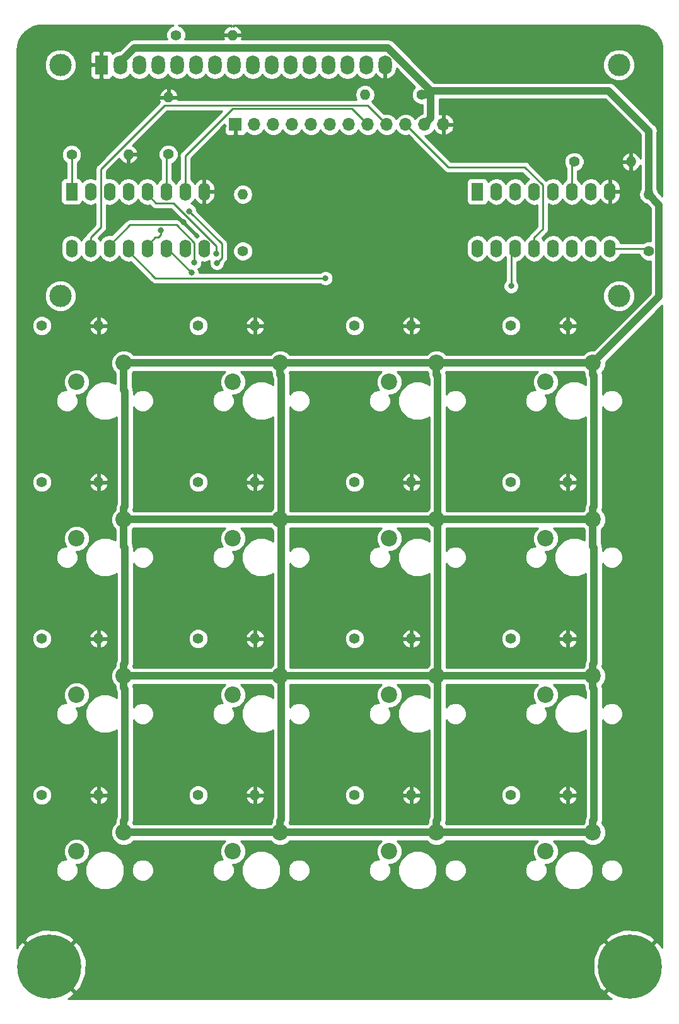
<source format=gtl>
%TF.GenerationSoftware,KiCad,Pcbnew,5.0.2+dfsg1-1*%
%TF.CreationDate,2022-01-02T19:08:51-08:00*%
%TF.ProjectId,keypad,6b657970-6164-42e6-9b69-6361645f7063,rev?*%
%TF.SameCoordinates,Original*%
%TF.FileFunction,Copper,L1,Top*%
%TF.FilePolarity,Positive*%
%FSLAX46Y46*%
G04 Gerber Fmt 4.6, Leading zero omitted, Abs format (unit mm)*
G04 Created by KiCad (PCBNEW 5.0.2+dfsg1-1) date Sun 02 Jan 2022 07:08:51 PM PST*
%MOMM*%
%LPD*%
G01*
G04 APERTURE LIST*
%ADD10C,2.200000*%
%ADD11R,1.800000X2.600000*%
%ADD12O,1.800000X2.600000*%
%ADD13C,3.000000*%
%ADD14R,1.700000X1.700000*%
%ADD15O,1.700000X1.700000*%
%ADD16C,8.600000*%
%ADD17C,0.900000*%
%ADD18O,1.400000X1.400000*%
%ADD19C,1.400000*%
%ADD20R,1.600000X2.400000*%
%ADD21O,1.600000X2.400000*%
%ADD22C,0.800000*%
%ADD23C,1.000000*%
%ADD24C,0.250000*%
%ADD25C,0.254000*%
G04 APERTURE END LIST*
D10*
X112650000Y-78540000D03*
X119000000Y-76000000D03*
D11*
X116000000Y-36000000D03*
D12*
X118540000Y-36000000D03*
X121080000Y-36000000D03*
X123620000Y-36000000D03*
X126160000Y-36000000D03*
X128700000Y-36000000D03*
X131240000Y-36000000D03*
X133780000Y-36000000D03*
X136320000Y-36000000D03*
X138860000Y-36000000D03*
X141400000Y-36000000D03*
X143940000Y-36000000D03*
X146480000Y-36000000D03*
X149020000Y-36000000D03*
X151560000Y-36000000D03*
X154100000Y-36000000D03*
D13*
X110500900Y-36000000D03*
X110500900Y-67000700D03*
X185499480Y-67000700D03*
X185500000Y-36000000D03*
D14*
X134000000Y-44000000D03*
D15*
X136540000Y-44000000D03*
X139080000Y-44000000D03*
X141620000Y-44000000D03*
X144160000Y-44000000D03*
X146700000Y-44000000D03*
X149240000Y-44000000D03*
X151780000Y-44000000D03*
X154320000Y-44000000D03*
X156860000Y-44000000D03*
X159400000Y-44000000D03*
X161940000Y-44000000D03*
D10*
X140000000Y-139000000D03*
X133650000Y-141540000D03*
X133650000Y-78540000D03*
X140000000Y-76000000D03*
X161000000Y-76000000D03*
X154650000Y-78540000D03*
X119000000Y-97000000D03*
X112650000Y-99540000D03*
X140000000Y-97000000D03*
X133650000Y-99540000D03*
X154650000Y-99540000D03*
X161000000Y-97000000D03*
X112650000Y-120540000D03*
X119000000Y-118000000D03*
X140000000Y-118000000D03*
X133650000Y-120540000D03*
X154650000Y-120540000D03*
X161000000Y-118000000D03*
X182000000Y-76000000D03*
X175650000Y-78540000D03*
X182000000Y-97000000D03*
X175650000Y-99540000D03*
X182000000Y-118000000D03*
X175650000Y-120540000D03*
X175650000Y-141540000D03*
X182000000Y-139000000D03*
X154650000Y-141540000D03*
X161000000Y-139000000D03*
X112650000Y-141540000D03*
X119000000Y-139000000D03*
D16*
X187000000Y-157000000D03*
D17*
X190225000Y-157000000D03*
X189280419Y-159280419D03*
X187000000Y-160225000D03*
X184719581Y-159280419D03*
X183775000Y-157000000D03*
X184719581Y-154719581D03*
X187000000Y-153775000D03*
X189280419Y-154719581D03*
X111280419Y-154719581D03*
X109000000Y-153775000D03*
X106719581Y-154719581D03*
X105775000Y-157000000D03*
X106719581Y-159280419D03*
X109000000Y-160225000D03*
X111280419Y-159280419D03*
X112225000Y-157000000D03*
D16*
X109000000Y-157000000D03*
D18*
X115620000Y-71000000D03*
D19*
X108000000Y-71000000D03*
X108000000Y-113000000D03*
D18*
X115620000Y-113000000D03*
D19*
X150000000Y-71000000D03*
D18*
X157620000Y-71000000D03*
X157620000Y-113000000D03*
D19*
X150000000Y-113000000D03*
X129000000Y-71000000D03*
D18*
X136620000Y-71000000D03*
X136620000Y-113000000D03*
D19*
X129000000Y-113000000D03*
X171000000Y-71000000D03*
D18*
X178620000Y-71000000D03*
X178620000Y-113000000D03*
D19*
X171000000Y-113000000D03*
D18*
X115620000Y-92000000D03*
D19*
X108000000Y-92000000D03*
X108000000Y-134000000D03*
D18*
X115620000Y-134000000D03*
X157620000Y-92000000D03*
D19*
X150000000Y-92000000D03*
D18*
X157620000Y-134000000D03*
D19*
X150000000Y-134000000D03*
X129000000Y-92000000D03*
D18*
X136620000Y-92000000D03*
X136620000Y-134000000D03*
D19*
X129000000Y-134000000D03*
X171000000Y-92000000D03*
D18*
X178620000Y-92000000D03*
D19*
X171000000Y-134000000D03*
D18*
X178620000Y-134000000D03*
X133620000Y-32000000D03*
D19*
X126000000Y-32000000D03*
X112000000Y-48030000D03*
D18*
X119620000Y-48030000D03*
X125000000Y-40380000D03*
D19*
X125000000Y-48000000D03*
X135000000Y-61000000D03*
D18*
X135000000Y-53380000D03*
X187120000Y-49000000D03*
D19*
X179500000Y-49000000D03*
X189500000Y-61000000D03*
D18*
X189500000Y-53380000D03*
D19*
X159000000Y-40000000D03*
D18*
X151380000Y-40000000D03*
D20*
X112000000Y-53000000D03*
D21*
X129780000Y-60620000D03*
X114540000Y-53000000D03*
X127240000Y-60620000D03*
X117080000Y-53000000D03*
X124700000Y-60620000D03*
X119620000Y-53000000D03*
X122160000Y-60620000D03*
X122160000Y-53000000D03*
X119620000Y-60620000D03*
X124700000Y-53000000D03*
X117080000Y-60620000D03*
X127240000Y-53000000D03*
X114540000Y-60620000D03*
X129780000Y-53000000D03*
X112000000Y-60620000D03*
X166500000Y-60620000D03*
X184280000Y-53000000D03*
X169040000Y-60620000D03*
X181740000Y-53000000D03*
X171580000Y-60620000D03*
X179200000Y-53000000D03*
X174120000Y-60620000D03*
X176660000Y-53000000D03*
X176660000Y-60620000D03*
X174120000Y-53000000D03*
X179200000Y-60620000D03*
X171580000Y-53000000D03*
X181740000Y-60620000D03*
X169040000Y-53000000D03*
X184280000Y-60620000D03*
D20*
X166500000Y-53000000D03*
D22*
X118140000Y-56190000D03*
X113030000Y-56630000D03*
X127000000Y-57100000D03*
X172910000Y-57240000D03*
X178850000Y-56480000D03*
X174610000Y-63160000D03*
X169920000Y-68810000D03*
X172180000Y-136650000D03*
X171210000Y-94220000D03*
X172730000Y-98720000D03*
X120040000Y-39870000D03*
X113880000Y-45730000D03*
X109000000Y-50410000D03*
X109070000Y-54750000D03*
X128010000Y-68030000D03*
X128710000Y-38680000D03*
X132950000Y-38450000D03*
X138490000Y-39050000D03*
X142780000Y-39160000D03*
X145430000Y-39080000D03*
X148060000Y-39080000D03*
X127803155Y-55626845D03*
X131512258Y-62583072D03*
X128088511Y-63908511D03*
X124010010Y-58170000D03*
X131440000Y-61345000D03*
X128475858Y-62495858D03*
X171020000Y-65695010D03*
X146096488Y-64633512D03*
D23*
X119000000Y-76000000D02*
X140000000Y-76000000D01*
X140000000Y-76000000D02*
X161000000Y-76000000D01*
X161000000Y-76000000D02*
X182000000Y-76000000D01*
X182000000Y-95444366D02*
X182000000Y-97000000D01*
X182160001Y-95284365D02*
X182000000Y-95444366D01*
X182160001Y-77715635D02*
X182160001Y-95284365D01*
X182000000Y-77555634D02*
X182160001Y-77715635D01*
X182000000Y-76000000D02*
X182000000Y-77555634D01*
X180444366Y-97000000D02*
X161000000Y-97000000D01*
X182000000Y-97000000D02*
X180444366Y-97000000D01*
X161000000Y-97000000D02*
X140000000Y-97000000D01*
X140000000Y-97000000D02*
X119000000Y-97000000D01*
X119000000Y-116444366D02*
X119000000Y-118000000D01*
X119160001Y-116284365D02*
X119000000Y-116444366D01*
X119160001Y-100783999D02*
X119160001Y-116284365D01*
X119000000Y-100623998D02*
X119160001Y-100783999D01*
X119000000Y-97000000D02*
X119000000Y-100623998D01*
X120555634Y-118000000D02*
X140000000Y-118000000D01*
X119000000Y-118000000D02*
X120555634Y-118000000D01*
X140000000Y-118000000D02*
X182000000Y-118000000D01*
X182000000Y-137444366D02*
X182000000Y-139000000D01*
X182160001Y-137284365D02*
X182000000Y-137444366D01*
X182160001Y-119715635D02*
X182160001Y-137284365D01*
X182000000Y-119555634D02*
X182160001Y-119715635D01*
X182000000Y-118000000D02*
X182000000Y-119555634D01*
X182000000Y-139000000D02*
X119000000Y-139000000D01*
X120440000Y-33700000D02*
X118540000Y-35600000D01*
X154462755Y-33700000D02*
X120440000Y-33700000D01*
X118540000Y-35600000D02*
X118540000Y-36000000D01*
X160249999Y-39487244D02*
X154462755Y-33700000D01*
X159400000Y-44000000D02*
X160249999Y-43150001D01*
X159000000Y-40000000D02*
X160069999Y-40000000D01*
X160069999Y-40000000D02*
X160249999Y-40180000D01*
X160249999Y-43150001D02*
X160249999Y-40180000D01*
X160249999Y-40180000D02*
X160249999Y-39487244D01*
X160249999Y-39487244D02*
X184097244Y-39487244D01*
X189500000Y-44890000D02*
X189500000Y-53380000D01*
X184097244Y-39487244D02*
X189500000Y-44890000D01*
X183099999Y-74900001D02*
X182000000Y-76000000D01*
X190900001Y-67099999D02*
X183099999Y-74900001D01*
X190900001Y-54780001D02*
X190900001Y-67099999D01*
X189500000Y-53380000D02*
X190900001Y-54780001D01*
X119000000Y-95444366D02*
X119000000Y-97000000D01*
X119160001Y-79783999D02*
X119160001Y-95284365D01*
X119000000Y-79623998D02*
X119160001Y-79783999D01*
X119160001Y-95284365D02*
X119000000Y-95444366D01*
X119000000Y-76000000D02*
X119000000Y-79623998D01*
X119000000Y-137444366D02*
X119000000Y-139000000D01*
X119160001Y-137284365D02*
X119000000Y-137444366D01*
X119160001Y-119715635D02*
X119160001Y-137284365D01*
X119000000Y-119555634D02*
X119160001Y-119715635D01*
X119000000Y-118000000D02*
X119000000Y-119555634D01*
X182160001Y-116284365D02*
X182000000Y-116444366D01*
X182000000Y-116444366D02*
X182000000Y-118000000D01*
X182160001Y-100783999D02*
X182160001Y-116284365D01*
X182000000Y-100623998D02*
X182160001Y-100783999D01*
X182000000Y-97000000D02*
X182000000Y-100623998D01*
X161000000Y-137444366D02*
X161000000Y-139000000D01*
X161160001Y-137284365D02*
X161000000Y-137444366D01*
X161160001Y-77715635D02*
X161160001Y-137284365D01*
X161000000Y-77555634D02*
X161160001Y-77715635D01*
X161000000Y-76000000D02*
X161000000Y-77555634D01*
X140160001Y-137284365D02*
X140000000Y-137444366D01*
X140160001Y-77715635D02*
X140160001Y-137284365D01*
X140000000Y-77555634D02*
X140160001Y-77715635D01*
X140000000Y-137444366D02*
X140000000Y-139000000D01*
X140000000Y-76000000D02*
X140000000Y-77555634D01*
D24*
X127240000Y-53000000D02*
X127240000Y-48210000D01*
X127240000Y-48210000D02*
X133594989Y-41855011D01*
X149635011Y-41855011D02*
X151780000Y-44000000D01*
X133594989Y-41855011D02*
X149635011Y-41855011D01*
X124507999Y-41405001D02*
X151725001Y-41405001D01*
X151725001Y-41405001D02*
X154320000Y-44000000D01*
X115954990Y-49958010D02*
X124507999Y-41405001D01*
X115954990Y-57755010D02*
X115954990Y-49958010D01*
X114540000Y-60620000D02*
X114540000Y-59170000D01*
X114540000Y-59170000D02*
X115954990Y-57755010D01*
X175245010Y-58044990D02*
X175245010Y-52134006D01*
X175245010Y-52134006D02*
X172831004Y-49720000D01*
X174120000Y-60620000D02*
X174120000Y-59170000D01*
X174120000Y-59170000D02*
X175245010Y-58044990D01*
X162580000Y-49720000D02*
X156860000Y-44000000D01*
X172831004Y-49720000D02*
X162580000Y-49720000D01*
X117080000Y-53400000D02*
X117080000Y-53000000D01*
X132165001Y-59988691D02*
X127803155Y-55626845D01*
X132165001Y-61930329D02*
X132165001Y-59988691D01*
X131512258Y-62583072D02*
X132165001Y-61930329D01*
X124800000Y-60620000D02*
X124700000Y-60620000D01*
X128088511Y-63908511D02*
X124800000Y-60620000D01*
X122160000Y-60220000D02*
X122160000Y-60620000D01*
X123210000Y-59170000D02*
X122160000Y-60220000D01*
X123610000Y-59170000D02*
X123210000Y-59170000D01*
X124010010Y-58769990D02*
X123610000Y-59170000D01*
X124010010Y-58170000D02*
X124010010Y-58769990D01*
X122160000Y-53400000D02*
X122160000Y-53000000D01*
X123285010Y-54525010D02*
X122160000Y-53400000D01*
X125676014Y-54525010D02*
X123285010Y-54525010D01*
X131440000Y-60288996D02*
X125676014Y-54525010D01*
X131440000Y-61345000D02*
X131440000Y-60288996D01*
X117080000Y-60220000D02*
X117080000Y-60620000D01*
X119855001Y-57444999D02*
X117080000Y-60220000D01*
X126056003Y-57444999D02*
X119855001Y-57444999D01*
X128475858Y-59864854D02*
X126056003Y-57444999D01*
X128475858Y-62495858D02*
X128475858Y-59864854D01*
X171020000Y-61180000D02*
X171580000Y-60620000D01*
X171020000Y-65695010D02*
X171020000Y-61180000D01*
X112000000Y-51550000D02*
X112000000Y-48030000D01*
X112000000Y-53000000D02*
X112000000Y-51550000D01*
X124700000Y-48300000D02*
X125000000Y-48000000D01*
X124700000Y-53000000D02*
X124700000Y-48300000D01*
X179200000Y-49300000D02*
X179500000Y-49000000D01*
X179200000Y-53000000D02*
X179200000Y-49300000D01*
X189120000Y-60620000D02*
X189500000Y-61000000D01*
X184280000Y-60620000D02*
X189120000Y-60620000D01*
X119620000Y-60620000D02*
X119620000Y-61020000D01*
X123233512Y-64633512D02*
X146096488Y-64633512D01*
X119620000Y-61020000D02*
X123233512Y-64633512D01*
D25*
G36*
X125243783Y-30868242D02*
X124868242Y-31243783D01*
X124665000Y-31734452D01*
X124665000Y-32265548D01*
X124789037Y-32565000D01*
X120551783Y-32565000D01*
X120440000Y-32542765D01*
X120006089Y-32629075D01*
X119997145Y-32630854D01*
X119621711Y-32881711D01*
X119558389Y-32976479D01*
X118489994Y-34044875D01*
X117941073Y-34154062D01*
X117486888Y-34457538D01*
X117438327Y-34340301D01*
X117259698Y-34161673D01*
X117026309Y-34065000D01*
X116285750Y-34065000D01*
X116127000Y-34223750D01*
X116127000Y-35873000D01*
X116147000Y-35873000D01*
X116147000Y-36127000D01*
X116127000Y-36127000D01*
X116127000Y-37776250D01*
X116285750Y-37935000D01*
X117026309Y-37935000D01*
X117259698Y-37838327D01*
X117438327Y-37659699D01*
X117486889Y-37542461D01*
X117941074Y-37845938D01*
X118540000Y-37965072D01*
X119138927Y-37845938D01*
X119646673Y-37506673D01*
X119810000Y-37262236D01*
X119973328Y-37506673D01*
X120481074Y-37845938D01*
X121080000Y-37965072D01*
X121678927Y-37845938D01*
X122186673Y-37506673D01*
X122350000Y-37262236D01*
X122513328Y-37506673D01*
X123021074Y-37845938D01*
X123620000Y-37965072D01*
X124218927Y-37845938D01*
X124726673Y-37506673D01*
X124890000Y-37262236D01*
X125053328Y-37506673D01*
X125561074Y-37845938D01*
X126160000Y-37965072D01*
X126758927Y-37845938D01*
X127266673Y-37506673D01*
X127430000Y-37262236D01*
X127593328Y-37506673D01*
X128101074Y-37845938D01*
X128700000Y-37965072D01*
X129298927Y-37845938D01*
X129806673Y-37506673D01*
X129970000Y-37262236D01*
X130133328Y-37506673D01*
X130641074Y-37845938D01*
X131240000Y-37965072D01*
X131838927Y-37845938D01*
X132346673Y-37506673D01*
X132510000Y-37262236D01*
X132673328Y-37506673D01*
X133181074Y-37845938D01*
X133780000Y-37965072D01*
X134378927Y-37845938D01*
X134886673Y-37506673D01*
X135050000Y-37262236D01*
X135213328Y-37506673D01*
X135721074Y-37845938D01*
X136320000Y-37965072D01*
X136918927Y-37845938D01*
X137426673Y-37506673D01*
X137590000Y-37262236D01*
X137753328Y-37506673D01*
X138261074Y-37845938D01*
X138860000Y-37965072D01*
X139458927Y-37845938D01*
X139966673Y-37506673D01*
X140130000Y-37262236D01*
X140293328Y-37506673D01*
X140801074Y-37845938D01*
X141400000Y-37965072D01*
X141998927Y-37845938D01*
X142506673Y-37506673D01*
X142670000Y-37262236D01*
X142833328Y-37506673D01*
X143341074Y-37845938D01*
X143940000Y-37965072D01*
X144538927Y-37845938D01*
X145046673Y-37506673D01*
X145210000Y-37262236D01*
X145373328Y-37506673D01*
X145881074Y-37845938D01*
X146480000Y-37965072D01*
X147078927Y-37845938D01*
X147586673Y-37506673D01*
X147750000Y-37262236D01*
X147913328Y-37506673D01*
X148421074Y-37845938D01*
X149020000Y-37965072D01*
X149618927Y-37845938D01*
X150126673Y-37506673D01*
X150290000Y-37262236D01*
X150453328Y-37506673D01*
X150961074Y-37845938D01*
X151560000Y-37965072D01*
X152158927Y-37845938D01*
X152666673Y-37506673D01*
X152841703Y-37244723D01*
X153104394Y-37575212D01*
X153629914Y-37866756D01*
X153735260Y-37891036D01*
X153973000Y-37770378D01*
X153973000Y-36127000D01*
X153953000Y-36127000D01*
X153953000Y-35873000D01*
X153973000Y-35873000D01*
X153973000Y-35853000D01*
X154227000Y-35853000D01*
X154227000Y-35873000D01*
X154247000Y-35873000D01*
X154247000Y-36127000D01*
X154227000Y-36127000D01*
X154227000Y-37770378D01*
X154464740Y-37891036D01*
X154570086Y-37866756D01*
X155095606Y-37575212D01*
X155469554Y-37104752D01*
X155635000Y-36527000D01*
X155635000Y-36477376D01*
X158134824Y-38977201D01*
X157868242Y-39243783D01*
X157665000Y-39734452D01*
X157665000Y-40265548D01*
X157868242Y-40756217D01*
X158243783Y-41131758D01*
X158734452Y-41335000D01*
X159115000Y-41335000D01*
X159114999Y-42542598D01*
X158820582Y-42601161D01*
X158329375Y-42929375D01*
X158130000Y-43227761D01*
X157930625Y-42929375D01*
X157439418Y-42601161D01*
X157006256Y-42515000D01*
X156713744Y-42515000D01*
X156280582Y-42601161D01*
X155789375Y-42929375D01*
X155590000Y-43227761D01*
X155390625Y-42929375D01*
X154899418Y-42601161D01*
X154466256Y-42515000D01*
X154173744Y-42515000D01*
X153953592Y-42558791D01*
X152348409Y-40953608D01*
X152637542Y-40520891D01*
X152741154Y-40000000D01*
X152637542Y-39479109D01*
X152342481Y-39037519D01*
X151900891Y-38742458D01*
X151511485Y-38665000D01*
X151248515Y-38665000D01*
X150859109Y-38742458D01*
X150417519Y-39037519D01*
X150122458Y-39479109D01*
X150018846Y-40000000D01*
X150122458Y-40520891D01*
X150205386Y-40645001D01*
X126252152Y-40645001D01*
X126170206Y-40507000D01*
X125127000Y-40507000D01*
X125127000Y-40527000D01*
X124873000Y-40527000D01*
X124873000Y-40507000D01*
X123829794Y-40507000D01*
X123707273Y-40713331D01*
X123842986Y-40995211D01*
X115470518Y-49367681D01*
X115407062Y-49410081D01*
X115364662Y-49473537D01*
X115364661Y-49473538D01*
X115239087Y-49661473D01*
X115180102Y-49958010D01*
X115194991Y-50032862D01*
X115194991Y-51311792D01*
X115099909Y-51248260D01*
X114540000Y-51136887D01*
X113980092Y-51248260D01*
X113505424Y-51565423D01*
X113424785Y-51686107D01*
X113398157Y-51552235D01*
X113257809Y-51342191D01*
X113047765Y-51201843D01*
X112800000Y-51152560D01*
X112760000Y-51152560D01*
X112760000Y-49157975D01*
X113131758Y-48786217D01*
X113335000Y-48295548D01*
X113335000Y-47764452D01*
X113131758Y-47273783D01*
X112756217Y-46898242D01*
X112265548Y-46695000D01*
X111734452Y-46695000D01*
X111243783Y-46898242D01*
X110868242Y-47273783D01*
X110665000Y-47764452D01*
X110665000Y-48295548D01*
X110868242Y-48786217D01*
X111240001Y-49157976D01*
X111240000Y-51152560D01*
X111200000Y-51152560D01*
X110952235Y-51201843D01*
X110742191Y-51342191D01*
X110601843Y-51552235D01*
X110552560Y-51800000D01*
X110552560Y-54200000D01*
X110601843Y-54447765D01*
X110742191Y-54657809D01*
X110952235Y-54798157D01*
X111200000Y-54847440D01*
X112800000Y-54847440D01*
X113047765Y-54798157D01*
X113257809Y-54657809D01*
X113398157Y-54447765D01*
X113424785Y-54313893D01*
X113505423Y-54434576D01*
X113980091Y-54751740D01*
X114540000Y-54863113D01*
X115099908Y-54751740D01*
X115194990Y-54688208D01*
X115194990Y-57440208D01*
X114055528Y-58579671D01*
X113992072Y-58622071D01*
X113949672Y-58685527D01*
X113949671Y-58685528D01*
X113824097Y-58873463D01*
X113801379Y-58987672D01*
X113505424Y-59185423D01*
X113270000Y-59537759D01*
X113034577Y-59185423D01*
X112559909Y-58868260D01*
X112000000Y-58756887D01*
X111440092Y-58868260D01*
X110965424Y-59185423D01*
X110648260Y-59660091D01*
X110565000Y-60078667D01*
X110565000Y-61161332D01*
X110648260Y-61579908D01*
X110965423Y-62054576D01*
X111440091Y-62371740D01*
X112000000Y-62483113D01*
X112559908Y-62371740D01*
X113034576Y-62054577D01*
X113270000Y-61702241D01*
X113505423Y-62054576D01*
X113980091Y-62371740D01*
X114540000Y-62483113D01*
X115099908Y-62371740D01*
X115574576Y-62054577D01*
X115810000Y-61702241D01*
X116045423Y-62054576D01*
X116520091Y-62371740D01*
X117080000Y-62483113D01*
X117639908Y-62371740D01*
X118114576Y-62054577D01*
X118350000Y-61702241D01*
X118585423Y-62054576D01*
X119060091Y-62371740D01*
X119620000Y-62483113D01*
X119943887Y-62418688D01*
X122643183Y-65117985D01*
X122685583Y-65181441D01*
X122749039Y-65223841D01*
X122936974Y-65349416D01*
X122985117Y-65358992D01*
X123158660Y-65393512D01*
X123158664Y-65393512D01*
X123233512Y-65408400D01*
X123308360Y-65393512D01*
X145392777Y-65393512D01*
X145510208Y-65510943D01*
X145890614Y-65668512D01*
X146302362Y-65668512D01*
X146682768Y-65510943D01*
X146973919Y-65219792D01*
X147131488Y-64839386D01*
X147131488Y-64427638D01*
X146973919Y-64047232D01*
X146682768Y-63756081D01*
X146302362Y-63598512D01*
X145890614Y-63598512D01*
X145510208Y-63756081D01*
X145392777Y-63873512D01*
X129123511Y-63873512D01*
X129123511Y-63702637D01*
X128998081Y-63399822D01*
X129062138Y-63373289D01*
X129353289Y-63082138D01*
X129510858Y-62701732D01*
X129510858Y-62429577D01*
X129780000Y-62483113D01*
X130339908Y-62371740D01*
X130532945Y-62242757D01*
X130477258Y-62377198D01*
X130477258Y-62788946D01*
X130634827Y-63169352D01*
X130925978Y-63460503D01*
X131306384Y-63618072D01*
X131718132Y-63618072D01*
X132098538Y-63460503D01*
X132389689Y-63169352D01*
X132547258Y-62788946D01*
X132547258Y-62622874D01*
X132649474Y-62520658D01*
X132712930Y-62478258D01*
X132880905Y-62226866D01*
X132925001Y-62005181D01*
X132925001Y-62005177D01*
X132939889Y-61930330D01*
X132925001Y-61855483D01*
X132925001Y-60734452D01*
X133665000Y-60734452D01*
X133665000Y-61265548D01*
X133868242Y-61756217D01*
X134243783Y-62131758D01*
X134734452Y-62335000D01*
X135265548Y-62335000D01*
X135756217Y-62131758D01*
X136131758Y-61756217D01*
X136335000Y-61265548D01*
X136335000Y-60734452D01*
X136131758Y-60243783D01*
X135756217Y-59868242D01*
X135265548Y-59665000D01*
X134734452Y-59665000D01*
X134243783Y-59868242D01*
X133868242Y-60243783D01*
X133665000Y-60734452D01*
X132925001Y-60734452D01*
X132925001Y-60063539D01*
X132939889Y-59988691D01*
X132925001Y-59913843D01*
X132925001Y-59913839D01*
X132880905Y-59692154D01*
X132880905Y-59692153D01*
X132755330Y-59504218D01*
X132712930Y-59440762D01*
X132649474Y-59398362D01*
X128838155Y-55587044D01*
X128838155Y-55420971D01*
X128680586Y-55040565D01*
X128389435Y-54749414D01*
X128027659Y-54599562D01*
X128274576Y-54434577D01*
X128512499Y-54078501D01*
X128855104Y-54504500D01*
X129348181Y-54774367D01*
X129430961Y-54791904D01*
X129653000Y-54669915D01*
X129653000Y-53127000D01*
X129907000Y-53127000D01*
X129907000Y-54669915D01*
X130129039Y-54791904D01*
X130211819Y-54774367D01*
X130704896Y-54504500D01*
X131057166Y-54066483D01*
X131215000Y-53527000D01*
X131215000Y-53380000D01*
X133638846Y-53380000D01*
X133742458Y-53900891D01*
X134037519Y-54342481D01*
X134479109Y-54637542D01*
X134868515Y-54715000D01*
X135131485Y-54715000D01*
X135520891Y-54637542D01*
X135962481Y-54342481D01*
X136257542Y-53900891D01*
X136361154Y-53380000D01*
X136257542Y-52859109D01*
X135962481Y-52417519D01*
X135520891Y-52122458D01*
X135131485Y-52045000D01*
X134868515Y-52045000D01*
X134479109Y-52122458D01*
X134037519Y-52417519D01*
X133742458Y-52859109D01*
X133638846Y-53380000D01*
X131215000Y-53380000D01*
X131215000Y-53127000D01*
X129907000Y-53127000D01*
X129653000Y-53127000D01*
X129633000Y-53127000D01*
X129633000Y-52873000D01*
X129653000Y-52873000D01*
X129653000Y-51330085D01*
X129907000Y-51330085D01*
X129907000Y-52873000D01*
X131215000Y-52873000D01*
X131215000Y-52473000D01*
X131057166Y-51933517D01*
X130704896Y-51495500D01*
X130211819Y-51225633D01*
X130129039Y-51208096D01*
X129907000Y-51330085D01*
X129653000Y-51330085D01*
X129430961Y-51208096D01*
X129348181Y-51225633D01*
X128855104Y-51495500D01*
X128512499Y-51921499D01*
X128274577Y-51565423D01*
X128000000Y-51381957D01*
X128000000Y-48524801D01*
X132515000Y-44009802D01*
X132515000Y-44127002D01*
X132673748Y-44127002D01*
X132515000Y-44285750D01*
X132515000Y-44976309D01*
X132611673Y-45209698D01*
X132790301Y-45388327D01*
X133023690Y-45485000D01*
X133714250Y-45485000D01*
X133873000Y-45326250D01*
X133873000Y-44127000D01*
X133853000Y-44127000D01*
X133853000Y-43873000D01*
X133873000Y-43873000D01*
X133873000Y-43853000D01*
X134127000Y-43853000D01*
X134127000Y-43873000D01*
X134147000Y-43873000D01*
X134147000Y-44127000D01*
X134127000Y-44127000D01*
X134127000Y-45326250D01*
X134285750Y-45485000D01*
X134976310Y-45485000D01*
X135209699Y-45388327D01*
X135388327Y-45209698D01*
X135454904Y-45048967D01*
X135469375Y-45070625D01*
X135960582Y-45398839D01*
X136393744Y-45485000D01*
X136686256Y-45485000D01*
X137119418Y-45398839D01*
X137610625Y-45070625D01*
X137810000Y-44772239D01*
X138009375Y-45070625D01*
X138500582Y-45398839D01*
X138933744Y-45485000D01*
X139226256Y-45485000D01*
X139659418Y-45398839D01*
X140150625Y-45070625D01*
X140350000Y-44772239D01*
X140549375Y-45070625D01*
X141040582Y-45398839D01*
X141473744Y-45485000D01*
X141766256Y-45485000D01*
X142199418Y-45398839D01*
X142690625Y-45070625D01*
X142890000Y-44772239D01*
X143089375Y-45070625D01*
X143580582Y-45398839D01*
X144013744Y-45485000D01*
X144306256Y-45485000D01*
X144739418Y-45398839D01*
X145230625Y-45070625D01*
X145430000Y-44772239D01*
X145629375Y-45070625D01*
X146120582Y-45398839D01*
X146553744Y-45485000D01*
X146846256Y-45485000D01*
X147279418Y-45398839D01*
X147770625Y-45070625D01*
X147970000Y-44772239D01*
X148169375Y-45070625D01*
X148660582Y-45398839D01*
X149093744Y-45485000D01*
X149386256Y-45485000D01*
X149819418Y-45398839D01*
X150310625Y-45070625D01*
X150510000Y-44772239D01*
X150709375Y-45070625D01*
X151200582Y-45398839D01*
X151633744Y-45485000D01*
X151926256Y-45485000D01*
X152359418Y-45398839D01*
X152850625Y-45070625D01*
X153050000Y-44772239D01*
X153249375Y-45070625D01*
X153740582Y-45398839D01*
X154173744Y-45485000D01*
X154466256Y-45485000D01*
X154899418Y-45398839D01*
X155390625Y-45070625D01*
X155590000Y-44772239D01*
X155789375Y-45070625D01*
X156280582Y-45398839D01*
X156713744Y-45485000D01*
X157006256Y-45485000D01*
X157226408Y-45441209D01*
X161989670Y-50204472D01*
X162032071Y-50267929D01*
X162283463Y-50435904D01*
X162505148Y-50480000D01*
X162505152Y-50480000D01*
X162580000Y-50494888D01*
X162654848Y-50480000D01*
X172516203Y-50480000D01*
X173394864Y-51358662D01*
X173085424Y-51565423D01*
X172850000Y-51917759D01*
X172614577Y-51565423D01*
X172139909Y-51248260D01*
X171580000Y-51136887D01*
X171020092Y-51248260D01*
X170545424Y-51565423D01*
X170310000Y-51917759D01*
X170074577Y-51565423D01*
X169599909Y-51248260D01*
X169040000Y-51136887D01*
X168480092Y-51248260D01*
X168005424Y-51565423D01*
X167924785Y-51686107D01*
X167898157Y-51552235D01*
X167757809Y-51342191D01*
X167547765Y-51201843D01*
X167300000Y-51152560D01*
X165700000Y-51152560D01*
X165452235Y-51201843D01*
X165242191Y-51342191D01*
X165101843Y-51552235D01*
X165052560Y-51800000D01*
X165052560Y-54200000D01*
X165101843Y-54447765D01*
X165242191Y-54657809D01*
X165452235Y-54798157D01*
X165700000Y-54847440D01*
X167300000Y-54847440D01*
X167547765Y-54798157D01*
X167757809Y-54657809D01*
X167898157Y-54447765D01*
X167924785Y-54313893D01*
X168005423Y-54434576D01*
X168480091Y-54751740D01*
X169040000Y-54863113D01*
X169599908Y-54751740D01*
X170074576Y-54434577D01*
X170310000Y-54082241D01*
X170545423Y-54434576D01*
X171020091Y-54751740D01*
X171580000Y-54863113D01*
X172139908Y-54751740D01*
X172614576Y-54434577D01*
X172850000Y-54082241D01*
X173085423Y-54434576D01*
X173560091Y-54751740D01*
X174120000Y-54863113D01*
X174485011Y-54790508D01*
X174485010Y-57730187D01*
X173635527Y-58579671D01*
X173572072Y-58622071D01*
X173529672Y-58685527D01*
X173529671Y-58685528D01*
X173404097Y-58873463D01*
X173381379Y-58987672D01*
X173085424Y-59185423D01*
X172850000Y-59537759D01*
X172614577Y-59185423D01*
X172139909Y-58868260D01*
X171580000Y-58756887D01*
X171020092Y-58868260D01*
X170545424Y-59185423D01*
X170310000Y-59537759D01*
X170074577Y-59185423D01*
X169599909Y-58868260D01*
X169040000Y-58756887D01*
X168480092Y-58868260D01*
X168005424Y-59185423D01*
X167770000Y-59537759D01*
X167534577Y-59185423D01*
X167059909Y-58868260D01*
X166500000Y-58756887D01*
X165940092Y-58868260D01*
X165465424Y-59185423D01*
X165148260Y-59660091D01*
X165065000Y-60078667D01*
X165065000Y-61161332D01*
X165148260Y-61579908D01*
X165465423Y-62054576D01*
X165940091Y-62371740D01*
X166500000Y-62483113D01*
X167059908Y-62371740D01*
X167534576Y-62054577D01*
X167770000Y-61702241D01*
X168005423Y-62054576D01*
X168480091Y-62371740D01*
X169040000Y-62483113D01*
X169599908Y-62371740D01*
X170074576Y-62054577D01*
X170260001Y-61777070D01*
X170260000Y-64991299D01*
X170142569Y-65108730D01*
X169985000Y-65489136D01*
X169985000Y-65900884D01*
X170142569Y-66281290D01*
X170433720Y-66572441D01*
X170814126Y-66730010D01*
X171225874Y-66730010D01*
X171597634Y-66576022D01*
X183364480Y-66576022D01*
X183364480Y-67425378D01*
X183689514Y-68210080D01*
X184290100Y-68810666D01*
X185074802Y-69135700D01*
X185924158Y-69135700D01*
X186708860Y-68810666D01*
X187309446Y-68210080D01*
X187634480Y-67425378D01*
X187634480Y-66576022D01*
X187309446Y-65791320D01*
X186708860Y-65190734D01*
X185924158Y-64865700D01*
X185074802Y-64865700D01*
X184290100Y-65190734D01*
X183689514Y-65791320D01*
X183364480Y-66576022D01*
X171597634Y-66576022D01*
X171606280Y-66572441D01*
X171897431Y-66281290D01*
X172055000Y-65900884D01*
X172055000Y-65489136D01*
X171897431Y-65108730D01*
X171780000Y-64991299D01*
X171780000Y-62443330D01*
X172139908Y-62371740D01*
X172614576Y-62054577D01*
X172850000Y-61702241D01*
X173085423Y-62054576D01*
X173560091Y-62371740D01*
X174120000Y-62483113D01*
X174679908Y-62371740D01*
X175154576Y-62054577D01*
X175390000Y-61702241D01*
X175625423Y-62054576D01*
X176100091Y-62371740D01*
X176660000Y-62483113D01*
X177219908Y-62371740D01*
X177694576Y-62054577D01*
X177930000Y-61702241D01*
X178165423Y-62054576D01*
X178640091Y-62371740D01*
X179200000Y-62483113D01*
X179759908Y-62371740D01*
X180234576Y-62054577D01*
X180470000Y-61702241D01*
X180705423Y-62054576D01*
X181180091Y-62371740D01*
X181740000Y-62483113D01*
X182299908Y-62371740D01*
X182774576Y-62054577D01*
X183010000Y-61702241D01*
X183245423Y-62054576D01*
X183720091Y-62371740D01*
X184280000Y-62483113D01*
X184839908Y-62371740D01*
X185314576Y-62054577D01*
X185631740Y-61579909D01*
X185671504Y-61380000D01*
X188212408Y-61380000D01*
X188368242Y-61756217D01*
X188743783Y-62131758D01*
X189234452Y-62335000D01*
X189765002Y-62335000D01*
X189765002Y-66629866D01*
X182376481Y-74018388D01*
X182376475Y-74018392D01*
X182129867Y-74265000D01*
X181654887Y-74265000D01*
X181017201Y-74529138D01*
X180681339Y-74865000D01*
X162318661Y-74865000D01*
X161982799Y-74529138D01*
X161345113Y-74265000D01*
X160654887Y-74265000D01*
X160017201Y-74529138D01*
X159681339Y-74865000D01*
X141318661Y-74865000D01*
X140982799Y-74529138D01*
X140345113Y-74265000D01*
X139654887Y-74265000D01*
X139017201Y-74529138D01*
X138681339Y-74865000D01*
X120318661Y-74865000D01*
X119982799Y-74529138D01*
X119345113Y-74265000D01*
X118654887Y-74265000D01*
X118017201Y-74529138D01*
X117529138Y-75017201D01*
X117265000Y-75654887D01*
X117265000Y-76345113D01*
X117529138Y-76982799D01*
X117865000Y-77318661D01*
X117865001Y-78809867D01*
X116984134Y-78445000D01*
X115935866Y-78445000D01*
X114967392Y-78846155D01*
X114226155Y-79587392D01*
X113825000Y-80555866D01*
X113825000Y-81604134D01*
X114226155Y-82572608D01*
X114967392Y-83313845D01*
X115935866Y-83715000D01*
X116984134Y-83715000D01*
X117952608Y-83313845D01*
X118025001Y-83241452D01*
X118025002Y-94860609D01*
X117930855Y-95001511D01*
X117930854Y-95001512D01*
X117842765Y-95444366D01*
X117865000Y-95556149D01*
X117865000Y-95681339D01*
X117529138Y-96017201D01*
X117265000Y-96654887D01*
X117265000Y-97345113D01*
X117529138Y-97982799D01*
X117865000Y-98318661D01*
X117865001Y-99809867D01*
X116984134Y-99445000D01*
X115935866Y-99445000D01*
X114967392Y-99846155D01*
X114226155Y-100587392D01*
X113825000Y-101555866D01*
X113825000Y-102604134D01*
X114226155Y-103572608D01*
X114967392Y-104313845D01*
X115935866Y-104715000D01*
X116984134Y-104715000D01*
X117952608Y-104313845D01*
X118025001Y-104241452D01*
X118025002Y-115860609D01*
X117930855Y-116001511D01*
X117930854Y-116001512D01*
X117842765Y-116444366D01*
X117865000Y-116556149D01*
X117865000Y-116681339D01*
X117529138Y-117017201D01*
X117265000Y-117654887D01*
X117265000Y-118345113D01*
X117529138Y-118982799D01*
X117865000Y-119318661D01*
X117865000Y-119443851D01*
X117842765Y-119555634D01*
X117930854Y-119998488D01*
X117930855Y-119998489D01*
X118025001Y-120139388D01*
X118025001Y-120918548D01*
X117952608Y-120846155D01*
X116984134Y-120445000D01*
X115935866Y-120445000D01*
X114967392Y-120846155D01*
X114226155Y-121587392D01*
X113825000Y-122555866D01*
X113825000Y-123604134D01*
X114226155Y-124572608D01*
X114967392Y-125313845D01*
X115935866Y-125715000D01*
X116984134Y-125715000D01*
X117952608Y-125313845D01*
X118025001Y-125241452D01*
X118025002Y-136860609D01*
X117930855Y-137001511D01*
X117930854Y-137001512D01*
X117842765Y-137444366D01*
X117865000Y-137556149D01*
X117865000Y-137681339D01*
X117529138Y-138017201D01*
X117265000Y-138654887D01*
X117265000Y-139345113D01*
X117529138Y-139982799D01*
X118017201Y-140470862D01*
X118654887Y-140735000D01*
X119345113Y-140735000D01*
X119982799Y-140470862D01*
X120318661Y-140135000D01*
X132601339Y-140135000D01*
X132179138Y-140557201D01*
X131915000Y-141194887D01*
X131915000Y-141885113D01*
X132179138Y-142522799D01*
X132251339Y-142595000D01*
X132084615Y-142595000D01*
X131538815Y-142821078D01*
X131121078Y-143238815D01*
X130895000Y-143784615D01*
X130895000Y-144375385D01*
X131121078Y-144921185D01*
X131538815Y-145338922D01*
X132084615Y-145565000D01*
X132675385Y-145565000D01*
X133221185Y-145338922D01*
X133638922Y-144921185D01*
X133865000Y-144375385D01*
X133865000Y-143784615D01*
X133770249Y-143555866D01*
X134825000Y-143555866D01*
X134825000Y-144604134D01*
X135226155Y-145572608D01*
X135967392Y-146313845D01*
X136935866Y-146715000D01*
X137984134Y-146715000D01*
X138952608Y-146313845D01*
X139693845Y-145572608D01*
X140095000Y-144604134D01*
X140095000Y-143784615D01*
X141055000Y-143784615D01*
X141055000Y-144375385D01*
X141281078Y-144921185D01*
X141698815Y-145338922D01*
X142244615Y-145565000D01*
X142835385Y-145565000D01*
X143381185Y-145338922D01*
X143798922Y-144921185D01*
X144025000Y-144375385D01*
X144025000Y-143784615D01*
X143798922Y-143238815D01*
X143381185Y-142821078D01*
X142835385Y-142595000D01*
X142244615Y-142595000D01*
X141698815Y-142821078D01*
X141281078Y-143238815D01*
X141055000Y-143784615D01*
X140095000Y-143784615D01*
X140095000Y-143555866D01*
X139693845Y-142587392D01*
X138952608Y-141846155D01*
X137984134Y-141445000D01*
X136935866Y-141445000D01*
X135967392Y-141846155D01*
X135226155Y-142587392D01*
X134825000Y-143555866D01*
X133770249Y-143555866D01*
X133653910Y-143275000D01*
X133995113Y-143275000D01*
X134632799Y-143010862D01*
X135120862Y-142522799D01*
X135385000Y-141885113D01*
X135385000Y-141194887D01*
X135120862Y-140557201D01*
X134698661Y-140135000D01*
X138681339Y-140135000D01*
X139017201Y-140470862D01*
X139654887Y-140735000D01*
X140345113Y-140735000D01*
X140982799Y-140470862D01*
X141318661Y-140135000D01*
X153601339Y-140135000D01*
X153179138Y-140557201D01*
X152915000Y-141194887D01*
X152915000Y-141885113D01*
X153179138Y-142522799D01*
X153251339Y-142595000D01*
X153084615Y-142595000D01*
X152538815Y-142821078D01*
X152121078Y-143238815D01*
X151895000Y-143784615D01*
X151895000Y-144375385D01*
X152121078Y-144921185D01*
X152538815Y-145338922D01*
X153084615Y-145565000D01*
X153675385Y-145565000D01*
X154221185Y-145338922D01*
X154638922Y-144921185D01*
X154865000Y-144375385D01*
X154865000Y-143784615D01*
X154770249Y-143555866D01*
X155825000Y-143555866D01*
X155825000Y-144604134D01*
X156226155Y-145572608D01*
X156967392Y-146313845D01*
X157935866Y-146715000D01*
X158984134Y-146715000D01*
X159952608Y-146313845D01*
X160693845Y-145572608D01*
X161095000Y-144604134D01*
X161095000Y-143784615D01*
X162055000Y-143784615D01*
X162055000Y-144375385D01*
X162281078Y-144921185D01*
X162698815Y-145338922D01*
X163244615Y-145565000D01*
X163835385Y-145565000D01*
X164381185Y-145338922D01*
X164798922Y-144921185D01*
X165025000Y-144375385D01*
X165025000Y-143784615D01*
X164798922Y-143238815D01*
X164381185Y-142821078D01*
X163835385Y-142595000D01*
X163244615Y-142595000D01*
X162698815Y-142821078D01*
X162281078Y-143238815D01*
X162055000Y-143784615D01*
X161095000Y-143784615D01*
X161095000Y-143555866D01*
X160693845Y-142587392D01*
X159952608Y-141846155D01*
X158984134Y-141445000D01*
X157935866Y-141445000D01*
X156967392Y-141846155D01*
X156226155Y-142587392D01*
X155825000Y-143555866D01*
X154770249Y-143555866D01*
X154653910Y-143275000D01*
X154995113Y-143275000D01*
X155632799Y-143010862D01*
X156120862Y-142522799D01*
X156385000Y-141885113D01*
X156385000Y-141194887D01*
X156120862Y-140557201D01*
X155698661Y-140135000D01*
X159681339Y-140135000D01*
X160017201Y-140470862D01*
X160654887Y-140735000D01*
X161345113Y-140735000D01*
X161982799Y-140470862D01*
X162318661Y-140135000D01*
X174601339Y-140135000D01*
X174179138Y-140557201D01*
X173915000Y-141194887D01*
X173915000Y-141885113D01*
X174179138Y-142522799D01*
X174251339Y-142595000D01*
X174084615Y-142595000D01*
X173538815Y-142821078D01*
X173121078Y-143238815D01*
X172895000Y-143784615D01*
X172895000Y-144375385D01*
X173121078Y-144921185D01*
X173538815Y-145338922D01*
X174084615Y-145565000D01*
X174675385Y-145565000D01*
X175221185Y-145338922D01*
X175638922Y-144921185D01*
X175865000Y-144375385D01*
X175865000Y-143784615D01*
X175770249Y-143555866D01*
X176825000Y-143555866D01*
X176825000Y-144604134D01*
X177226155Y-145572608D01*
X177967392Y-146313845D01*
X178935866Y-146715000D01*
X179984134Y-146715000D01*
X180952608Y-146313845D01*
X181693845Y-145572608D01*
X182095000Y-144604134D01*
X182095000Y-143784615D01*
X183055000Y-143784615D01*
X183055000Y-144375385D01*
X183281078Y-144921185D01*
X183698815Y-145338922D01*
X184244615Y-145565000D01*
X184835385Y-145565000D01*
X185381185Y-145338922D01*
X185798922Y-144921185D01*
X186025000Y-144375385D01*
X186025000Y-143784615D01*
X185798922Y-143238815D01*
X185381185Y-142821078D01*
X184835385Y-142595000D01*
X184244615Y-142595000D01*
X183698815Y-142821078D01*
X183281078Y-143238815D01*
X183055000Y-143784615D01*
X182095000Y-143784615D01*
X182095000Y-143555866D01*
X181693845Y-142587392D01*
X180952608Y-141846155D01*
X179984134Y-141445000D01*
X178935866Y-141445000D01*
X177967392Y-141846155D01*
X177226155Y-142587392D01*
X176825000Y-143555866D01*
X175770249Y-143555866D01*
X175653910Y-143275000D01*
X175995113Y-143275000D01*
X176632799Y-143010862D01*
X177120862Y-142522799D01*
X177385000Y-141885113D01*
X177385000Y-141194887D01*
X177120862Y-140557201D01*
X176698661Y-140135000D01*
X180681339Y-140135000D01*
X181017201Y-140470862D01*
X181654887Y-140735000D01*
X182345113Y-140735000D01*
X182982799Y-140470862D01*
X183470862Y-139982799D01*
X183735000Y-139345113D01*
X183735000Y-138654887D01*
X183470862Y-138017201D01*
X183209814Y-137756153D01*
X183229147Y-137727220D01*
X183295001Y-137396148D01*
X183317236Y-137284365D01*
X183295001Y-137172582D01*
X183295001Y-123935108D01*
X183698815Y-124338922D01*
X184244615Y-124565000D01*
X184835385Y-124565000D01*
X185381185Y-124338922D01*
X185798922Y-123921185D01*
X186025000Y-123375385D01*
X186025000Y-122784615D01*
X185798922Y-122238815D01*
X185381185Y-121821078D01*
X184835385Y-121595000D01*
X184244615Y-121595000D01*
X183698815Y-121821078D01*
X183295001Y-122224892D01*
X183295001Y-119827418D01*
X183317236Y-119715635D01*
X183229147Y-119272781D01*
X183229147Y-119272780D01*
X183209814Y-119243847D01*
X183470862Y-118982799D01*
X183735000Y-118345113D01*
X183735000Y-117654887D01*
X183470862Y-117017201D01*
X183209814Y-116756153D01*
X183229147Y-116727220D01*
X183295001Y-116396148D01*
X183317236Y-116284365D01*
X183295001Y-116172582D01*
X183295001Y-102935108D01*
X183698815Y-103338922D01*
X184244615Y-103565000D01*
X184835385Y-103565000D01*
X185381185Y-103338922D01*
X185798922Y-102921185D01*
X186025000Y-102375385D01*
X186025000Y-101784615D01*
X185798922Y-101238815D01*
X185381185Y-100821078D01*
X184835385Y-100595000D01*
X184244615Y-100595000D01*
X183698815Y-100821078D01*
X183295001Y-101224892D01*
X183295001Y-100895782D01*
X183317236Y-100783999D01*
X183279642Y-100595000D01*
X183229147Y-100341144D01*
X183135000Y-100200243D01*
X183135000Y-98318661D01*
X183470862Y-97982799D01*
X183735000Y-97345113D01*
X183735000Y-96654887D01*
X183470862Y-96017201D01*
X183209814Y-95756153D01*
X183229147Y-95727220D01*
X183295001Y-95396148D01*
X183317236Y-95284365D01*
X183295001Y-95172582D01*
X183295001Y-81935108D01*
X183698815Y-82338922D01*
X184244615Y-82565000D01*
X184835385Y-82565000D01*
X185381185Y-82338922D01*
X185798922Y-81921185D01*
X186025000Y-81375385D01*
X186025000Y-80784615D01*
X185798922Y-80238815D01*
X185381185Y-79821078D01*
X184835385Y-79595000D01*
X184244615Y-79595000D01*
X183698815Y-79821078D01*
X183295001Y-80224892D01*
X183295001Y-77827418D01*
X183317236Y-77715635D01*
X183229147Y-77272781D01*
X183229147Y-77272780D01*
X183209814Y-77243847D01*
X183470862Y-76982799D01*
X183735000Y-76345113D01*
X183735000Y-75870133D01*
X183981608Y-75623525D01*
X183981612Y-75623519D01*
X191315000Y-68290132D01*
X191315001Y-154496019D01*
X191222490Y-154263506D01*
X191144068Y-154146139D01*
X190534316Y-153645290D01*
X190034165Y-154145441D01*
X190034164Y-154145441D01*
X187179605Y-157000000D01*
X187193748Y-157014143D01*
X187014143Y-157193748D01*
X187000000Y-157179605D01*
X184145441Y-160034164D01*
X184145441Y-160034165D01*
X183645290Y-160534316D01*
X184146139Y-161144068D01*
X184542968Y-161315000D01*
X111503983Y-161315000D01*
X111736494Y-161222490D01*
X111853861Y-161144068D01*
X112354710Y-160534316D01*
X111854559Y-160034165D01*
X111854559Y-160034164D01*
X109000000Y-157179605D01*
X108985858Y-157193748D01*
X108806253Y-157014143D01*
X108820395Y-157000000D01*
X109179605Y-157000000D01*
X112034164Y-159854559D01*
X112034165Y-159854559D01*
X112534316Y-160354710D01*
X113144068Y-159853861D01*
X113920745Y-158050758D01*
X113922687Y-157912314D01*
X182051717Y-157912314D01*
X182777510Y-159736494D01*
X182855932Y-159853861D01*
X183465684Y-160354710D01*
X183965835Y-159854559D01*
X183965836Y-159854559D01*
X186820395Y-157000000D01*
X183965836Y-154145441D01*
X183965835Y-154145441D01*
X183465684Y-153645290D01*
X182855932Y-154146139D01*
X182079255Y-155949242D01*
X182051717Y-157912314D01*
X113922687Y-157912314D01*
X113948283Y-156087686D01*
X113222490Y-154263506D01*
X113144068Y-154146139D01*
X112534316Y-153645290D01*
X112034165Y-154145441D01*
X112034164Y-154145441D01*
X109179605Y-157000000D01*
X108820395Y-157000000D01*
X105965836Y-154145441D01*
X105965835Y-154145441D01*
X105465684Y-153645290D01*
X104855932Y-154146139D01*
X104685000Y-154542968D01*
X104685000Y-153465684D01*
X105645290Y-153465684D01*
X106145441Y-153965835D01*
X106145441Y-153965836D01*
X109000000Y-156820395D01*
X111854559Y-153965836D01*
X111854559Y-153965835D01*
X112354710Y-153465684D01*
X183645290Y-153465684D01*
X184145441Y-153965835D01*
X184145441Y-153965836D01*
X187000000Y-156820395D01*
X189854559Y-153965836D01*
X189854559Y-153965835D01*
X190354710Y-153465684D01*
X189853861Y-152855932D01*
X188050758Y-152079255D01*
X186087686Y-152051717D01*
X184263506Y-152777510D01*
X184146139Y-152855932D01*
X183645290Y-153465684D01*
X112354710Y-153465684D01*
X111853861Y-152855932D01*
X110050758Y-152079255D01*
X108087686Y-152051717D01*
X106263506Y-152777510D01*
X106146139Y-152855932D01*
X105645290Y-153465684D01*
X104685000Y-153465684D01*
X104685000Y-143784615D01*
X109895000Y-143784615D01*
X109895000Y-144375385D01*
X110121078Y-144921185D01*
X110538815Y-145338922D01*
X111084615Y-145565000D01*
X111675385Y-145565000D01*
X112221185Y-145338922D01*
X112638922Y-144921185D01*
X112865000Y-144375385D01*
X112865000Y-143784615D01*
X112770249Y-143555866D01*
X113825000Y-143555866D01*
X113825000Y-144604134D01*
X114226155Y-145572608D01*
X114967392Y-146313845D01*
X115935866Y-146715000D01*
X116984134Y-146715000D01*
X117952608Y-146313845D01*
X118693845Y-145572608D01*
X119095000Y-144604134D01*
X119095000Y-143784615D01*
X120055000Y-143784615D01*
X120055000Y-144375385D01*
X120281078Y-144921185D01*
X120698815Y-145338922D01*
X121244615Y-145565000D01*
X121835385Y-145565000D01*
X122381185Y-145338922D01*
X122798922Y-144921185D01*
X123025000Y-144375385D01*
X123025000Y-143784615D01*
X122798922Y-143238815D01*
X122381185Y-142821078D01*
X121835385Y-142595000D01*
X121244615Y-142595000D01*
X120698815Y-142821078D01*
X120281078Y-143238815D01*
X120055000Y-143784615D01*
X119095000Y-143784615D01*
X119095000Y-143555866D01*
X118693845Y-142587392D01*
X117952608Y-141846155D01*
X116984134Y-141445000D01*
X115935866Y-141445000D01*
X114967392Y-141846155D01*
X114226155Y-142587392D01*
X113825000Y-143555866D01*
X112770249Y-143555866D01*
X112653910Y-143275000D01*
X112995113Y-143275000D01*
X113632799Y-143010862D01*
X114120862Y-142522799D01*
X114385000Y-141885113D01*
X114385000Y-141194887D01*
X114120862Y-140557201D01*
X113632799Y-140069138D01*
X112995113Y-139805000D01*
X112304887Y-139805000D01*
X111667201Y-140069138D01*
X111179138Y-140557201D01*
X110915000Y-141194887D01*
X110915000Y-141885113D01*
X111179138Y-142522799D01*
X111251339Y-142595000D01*
X111084615Y-142595000D01*
X110538815Y-142821078D01*
X110121078Y-143238815D01*
X109895000Y-143784615D01*
X104685000Y-143784615D01*
X104685000Y-133734452D01*
X106665000Y-133734452D01*
X106665000Y-134265548D01*
X106868242Y-134756217D01*
X107243783Y-135131758D01*
X107734452Y-135335000D01*
X108265548Y-135335000D01*
X108756217Y-135131758D01*
X109131758Y-134756217D01*
X109306924Y-134333329D01*
X114327284Y-134333329D01*
X114470203Y-134678396D01*
X114817337Y-135066764D01*
X115286669Y-135292727D01*
X115493000Y-135170206D01*
X115493000Y-134127000D01*
X115747000Y-134127000D01*
X115747000Y-135170206D01*
X115953331Y-135292727D01*
X116422663Y-135066764D01*
X116769797Y-134678396D01*
X116912716Y-134333329D01*
X116789374Y-134127000D01*
X115747000Y-134127000D01*
X115493000Y-134127000D01*
X114450626Y-134127000D01*
X114327284Y-134333329D01*
X109306924Y-134333329D01*
X109335000Y-134265548D01*
X109335000Y-133734452D01*
X109306925Y-133666671D01*
X114327284Y-133666671D01*
X114450626Y-133873000D01*
X115493000Y-133873000D01*
X115493000Y-132829794D01*
X115747000Y-132829794D01*
X115747000Y-133873000D01*
X116789374Y-133873000D01*
X116912716Y-133666671D01*
X116769797Y-133321604D01*
X116422663Y-132933236D01*
X115953331Y-132707273D01*
X115747000Y-132829794D01*
X115493000Y-132829794D01*
X115286669Y-132707273D01*
X114817337Y-132933236D01*
X114470203Y-133321604D01*
X114327284Y-133666671D01*
X109306925Y-133666671D01*
X109131758Y-133243783D01*
X108756217Y-132868242D01*
X108265548Y-132665000D01*
X107734452Y-132665000D01*
X107243783Y-132868242D01*
X106868242Y-133243783D01*
X106665000Y-133734452D01*
X104685000Y-133734452D01*
X104685000Y-122784615D01*
X109895000Y-122784615D01*
X109895000Y-123375385D01*
X110121078Y-123921185D01*
X110538815Y-124338922D01*
X111084615Y-124565000D01*
X111675385Y-124565000D01*
X112221185Y-124338922D01*
X112638922Y-123921185D01*
X112865000Y-123375385D01*
X112865000Y-122784615D01*
X112653910Y-122275000D01*
X112995113Y-122275000D01*
X113632799Y-122010862D01*
X114120862Y-121522799D01*
X114385000Y-120885113D01*
X114385000Y-120194887D01*
X114120862Y-119557201D01*
X113632799Y-119069138D01*
X112995113Y-118805000D01*
X112304887Y-118805000D01*
X111667201Y-119069138D01*
X111179138Y-119557201D01*
X110915000Y-120194887D01*
X110915000Y-120885113D01*
X111179138Y-121522799D01*
X111251339Y-121595000D01*
X111084615Y-121595000D01*
X110538815Y-121821078D01*
X110121078Y-122238815D01*
X109895000Y-122784615D01*
X104685000Y-122784615D01*
X104685000Y-112734452D01*
X106665000Y-112734452D01*
X106665000Y-113265548D01*
X106868242Y-113756217D01*
X107243783Y-114131758D01*
X107734452Y-114335000D01*
X108265548Y-114335000D01*
X108756217Y-114131758D01*
X109131758Y-113756217D01*
X109306924Y-113333329D01*
X114327284Y-113333329D01*
X114470203Y-113678396D01*
X114817337Y-114066764D01*
X115286669Y-114292727D01*
X115493000Y-114170206D01*
X115493000Y-113127000D01*
X115747000Y-113127000D01*
X115747000Y-114170206D01*
X115953331Y-114292727D01*
X116422663Y-114066764D01*
X116769797Y-113678396D01*
X116912716Y-113333329D01*
X116789374Y-113127000D01*
X115747000Y-113127000D01*
X115493000Y-113127000D01*
X114450626Y-113127000D01*
X114327284Y-113333329D01*
X109306924Y-113333329D01*
X109335000Y-113265548D01*
X109335000Y-112734452D01*
X109306925Y-112666671D01*
X114327284Y-112666671D01*
X114450626Y-112873000D01*
X115493000Y-112873000D01*
X115493000Y-111829794D01*
X115747000Y-111829794D01*
X115747000Y-112873000D01*
X116789374Y-112873000D01*
X116912716Y-112666671D01*
X116769797Y-112321604D01*
X116422663Y-111933236D01*
X115953331Y-111707273D01*
X115747000Y-111829794D01*
X115493000Y-111829794D01*
X115286669Y-111707273D01*
X114817337Y-111933236D01*
X114470203Y-112321604D01*
X114327284Y-112666671D01*
X109306925Y-112666671D01*
X109131758Y-112243783D01*
X108756217Y-111868242D01*
X108265548Y-111665000D01*
X107734452Y-111665000D01*
X107243783Y-111868242D01*
X106868242Y-112243783D01*
X106665000Y-112734452D01*
X104685000Y-112734452D01*
X104685000Y-101784615D01*
X109895000Y-101784615D01*
X109895000Y-102375385D01*
X110121078Y-102921185D01*
X110538815Y-103338922D01*
X111084615Y-103565000D01*
X111675385Y-103565000D01*
X112221185Y-103338922D01*
X112638922Y-102921185D01*
X112865000Y-102375385D01*
X112865000Y-101784615D01*
X112653910Y-101275000D01*
X112995113Y-101275000D01*
X113632799Y-101010862D01*
X114120862Y-100522799D01*
X114385000Y-99885113D01*
X114385000Y-99194887D01*
X114120862Y-98557201D01*
X113632799Y-98069138D01*
X112995113Y-97805000D01*
X112304887Y-97805000D01*
X111667201Y-98069138D01*
X111179138Y-98557201D01*
X110915000Y-99194887D01*
X110915000Y-99885113D01*
X111179138Y-100522799D01*
X111251339Y-100595000D01*
X111084615Y-100595000D01*
X110538815Y-100821078D01*
X110121078Y-101238815D01*
X109895000Y-101784615D01*
X104685000Y-101784615D01*
X104685000Y-91734452D01*
X106665000Y-91734452D01*
X106665000Y-92265548D01*
X106868242Y-92756217D01*
X107243783Y-93131758D01*
X107734452Y-93335000D01*
X108265548Y-93335000D01*
X108756217Y-93131758D01*
X109131758Y-92756217D01*
X109306924Y-92333329D01*
X114327284Y-92333329D01*
X114470203Y-92678396D01*
X114817337Y-93066764D01*
X115286669Y-93292727D01*
X115493000Y-93170206D01*
X115493000Y-92127000D01*
X115747000Y-92127000D01*
X115747000Y-93170206D01*
X115953331Y-93292727D01*
X116422663Y-93066764D01*
X116769797Y-92678396D01*
X116912716Y-92333329D01*
X116789374Y-92127000D01*
X115747000Y-92127000D01*
X115493000Y-92127000D01*
X114450626Y-92127000D01*
X114327284Y-92333329D01*
X109306924Y-92333329D01*
X109335000Y-92265548D01*
X109335000Y-91734452D01*
X109306925Y-91666671D01*
X114327284Y-91666671D01*
X114450626Y-91873000D01*
X115493000Y-91873000D01*
X115493000Y-90829794D01*
X115747000Y-90829794D01*
X115747000Y-91873000D01*
X116789374Y-91873000D01*
X116912716Y-91666671D01*
X116769797Y-91321604D01*
X116422663Y-90933236D01*
X115953331Y-90707273D01*
X115747000Y-90829794D01*
X115493000Y-90829794D01*
X115286669Y-90707273D01*
X114817337Y-90933236D01*
X114470203Y-91321604D01*
X114327284Y-91666671D01*
X109306925Y-91666671D01*
X109131758Y-91243783D01*
X108756217Y-90868242D01*
X108265548Y-90665000D01*
X107734452Y-90665000D01*
X107243783Y-90868242D01*
X106868242Y-91243783D01*
X106665000Y-91734452D01*
X104685000Y-91734452D01*
X104685000Y-80784615D01*
X109895000Y-80784615D01*
X109895000Y-81375385D01*
X110121078Y-81921185D01*
X110538815Y-82338922D01*
X111084615Y-82565000D01*
X111675385Y-82565000D01*
X112221185Y-82338922D01*
X112638922Y-81921185D01*
X112865000Y-81375385D01*
X112865000Y-80784615D01*
X112653910Y-80275000D01*
X112995113Y-80275000D01*
X113632799Y-80010862D01*
X114120862Y-79522799D01*
X114385000Y-78885113D01*
X114385000Y-78194887D01*
X114120862Y-77557201D01*
X113632799Y-77069138D01*
X112995113Y-76805000D01*
X112304887Y-76805000D01*
X111667201Y-77069138D01*
X111179138Y-77557201D01*
X110915000Y-78194887D01*
X110915000Y-78885113D01*
X111179138Y-79522799D01*
X111251339Y-79595000D01*
X111084615Y-79595000D01*
X110538815Y-79821078D01*
X110121078Y-80238815D01*
X109895000Y-80784615D01*
X104685000Y-80784615D01*
X104685000Y-70734452D01*
X106665000Y-70734452D01*
X106665000Y-71265548D01*
X106868242Y-71756217D01*
X107243783Y-72131758D01*
X107734452Y-72335000D01*
X108265548Y-72335000D01*
X108756217Y-72131758D01*
X109131758Y-71756217D01*
X109306924Y-71333329D01*
X114327284Y-71333329D01*
X114470203Y-71678396D01*
X114817337Y-72066764D01*
X115286669Y-72292727D01*
X115493000Y-72170206D01*
X115493000Y-71127000D01*
X115747000Y-71127000D01*
X115747000Y-72170206D01*
X115953331Y-72292727D01*
X116422663Y-72066764D01*
X116769797Y-71678396D01*
X116912716Y-71333329D01*
X116789374Y-71127000D01*
X115747000Y-71127000D01*
X115493000Y-71127000D01*
X114450626Y-71127000D01*
X114327284Y-71333329D01*
X109306924Y-71333329D01*
X109335000Y-71265548D01*
X109335000Y-70734452D01*
X109306925Y-70666671D01*
X114327284Y-70666671D01*
X114450626Y-70873000D01*
X115493000Y-70873000D01*
X115493000Y-69829794D01*
X115747000Y-69829794D01*
X115747000Y-70873000D01*
X116789374Y-70873000D01*
X116872197Y-70734452D01*
X127665000Y-70734452D01*
X127665000Y-71265548D01*
X127868242Y-71756217D01*
X128243783Y-72131758D01*
X128734452Y-72335000D01*
X129265548Y-72335000D01*
X129756217Y-72131758D01*
X130131758Y-71756217D01*
X130306924Y-71333329D01*
X135327284Y-71333329D01*
X135470203Y-71678396D01*
X135817337Y-72066764D01*
X136286669Y-72292727D01*
X136493000Y-72170206D01*
X136493000Y-71127000D01*
X136747000Y-71127000D01*
X136747000Y-72170206D01*
X136953331Y-72292727D01*
X137422663Y-72066764D01*
X137769797Y-71678396D01*
X137912716Y-71333329D01*
X137789374Y-71127000D01*
X136747000Y-71127000D01*
X136493000Y-71127000D01*
X135450626Y-71127000D01*
X135327284Y-71333329D01*
X130306924Y-71333329D01*
X130335000Y-71265548D01*
X130335000Y-70734452D01*
X130306925Y-70666671D01*
X135327284Y-70666671D01*
X135450626Y-70873000D01*
X136493000Y-70873000D01*
X136493000Y-69829794D01*
X136747000Y-69829794D01*
X136747000Y-70873000D01*
X137789374Y-70873000D01*
X137872197Y-70734452D01*
X148665000Y-70734452D01*
X148665000Y-71265548D01*
X148868242Y-71756217D01*
X149243783Y-72131758D01*
X149734452Y-72335000D01*
X150265548Y-72335000D01*
X150756217Y-72131758D01*
X151131758Y-71756217D01*
X151306924Y-71333329D01*
X156327284Y-71333329D01*
X156470203Y-71678396D01*
X156817337Y-72066764D01*
X157286669Y-72292727D01*
X157493000Y-72170206D01*
X157493000Y-71127000D01*
X157747000Y-71127000D01*
X157747000Y-72170206D01*
X157953331Y-72292727D01*
X158422663Y-72066764D01*
X158769797Y-71678396D01*
X158912716Y-71333329D01*
X158789374Y-71127000D01*
X157747000Y-71127000D01*
X157493000Y-71127000D01*
X156450626Y-71127000D01*
X156327284Y-71333329D01*
X151306924Y-71333329D01*
X151335000Y-71265548D01*
X151335000Y-70734452D01*
X151306925Y-70666671D01*
X156327284Y-70666671D01*
X156450626Y-70873000D01*
X157493000Y-70873000D01*
X157493000Y-69829794D01*
X157747000Y-69829794D01*
X157747000Y-70873000D01*
X158789374Y-70873000D01*
X158872197Y-70734452D01*
X169665000Y-70734452D01*
X169665000Y-71265548D01*
X169868242Y-71756217D01*
X170243783Y-72131758D01*
X170734452Y-72335000D01*
X171265548Y-72335000D01*
X171756217Y-72131758D01*
X172131758Y-71756217D01*
X172306924Y-71333329D01*
X177327284Y-71333329D01*
X177470203Y-71678396D01*
X177817337Y-72066764D01*
X178286669Y-72292727D01*
X178493000Y-72170206D01*
X178493000Y-71127000D01*
X178747000Y-71127000D01*
X178747000Y-72170206D01*
X178953331Y-72292727D01*
X179422663Y-72066764D01*
X179769797Y-71678396D01*
X179912716Y-71333329D01*
X179789374Y-71127000D01*
X178747000Y-71127000D01*
X178493000Y-71127000D01*
X177450626Y-71127000D01*
X177327284Y-71333329D01*
X172306924Y-71333329D01*
X172335000Y-71265548D01*
X172335000Y-70734452D01*
X172306925Y-70666671D01*
X177327284Y-70666671D01*
X177450626Y-70873000D01*
X178493000Y-70873000D01*
X178493000Y-69829794D01*
X178747000Y-69829794D01*
X178747000Y-70873000D01*
X179789374Y-70873000D01*
X179912716Y-70666671D01*
X179769797Y-70321604D01*
X179422663Y-69933236D01*
X178953331Y-69707273D01*
X178747000Y-69829794D01*
X178493000Y-69829794D01*
X178286669Y-69707273D01*
X177817337Y-69933236D01*
X177470203Y-70321604D01*
X177327284Y-70666671D01*
X172306925Y-70666671D01*
X172131758Y-70243783D01*
X171756217Y-69868242D01*
X171265548Y-69665000D01*
X170734452Y-69665000D01*
X170243783Y-69868242D01*
X169868242Y-70243783D01*
X169665000Y-70734452D01*
X158872197Y-70734452D01*
X158912716Y-70666671D01*
X158769797Y-70321604D01*
X158422663Y-69933236D01*
X157953331Y-69707273D01*
X157747000Y-69829794D01*
X157493000Y-69829794D01*
X157286669Y-69707273D01*
X156817337Y-69933236D01*
X156470203Y-70321604D01*
X156327284Y-70666671D01*
X151306925Y-70666671D01*
X151131758Y-70243783D01*
X150756217Y-69868242D01*
X150265548Y-69665000D01*
X149734452Y-69665000D01*
X149243783Y-69868242D01*
X148868242Y-70243783D01*
X148665000Y-70734452D01*
X137872197Y-70734452D01*
X137912716Y-70666671D01*
X137769797Y-70321604D01*
X137422663Y-69933236D01*
X136953331Y-69707273D01*
X136747000Y-69829794D01*
X136493000Y-69829794D01*
X136286669Y-69707273D01*
X135817337Y-69933236D01*
X135470203Y-70321604D01*
X135327284Y-70666671D01*
X130306925Y-70666671D01*
X130131758Y-70243783D01*
X129756217Y-69868242D01*
X129265548Y-69665000D01*
X128734452Y-69665000D01*
X128243783Y-69868242D01*
X127868242Y-70243783D01*
X127665000Y-70734452D01*
X116872197Y-70734452D01*
X116912716Y-70666671D01*
X116769797Y-70321604D01*
X116422663Y-69933236D01*
X115953331Y-69707273D01*
X115747000Y-69829794D01*
X115493000Y-69829794D01*
X115286669Y-69707273D01*
X114817337Y-69933236D01*
X114470203Y-70321604D01*
X114327284Y-70666671D01*
X109306925Y-70666671D01*
X109131758Y-70243783D01*
X108756217Y-69868242D01*
X108265548Y-69665000D01*
X107734452Y-69665000D01*
X107243783Y-69868242D01*
X106868242Y-70243783D01*
X106665000Y-70734452D01*
X104685000Y-70734452D01*
X104685000Y-66576022D01*
X108365900Y-66576022D01*
X108365900Y-67425378D01*
X108690934Y-68210080D01*
X109291520Y-68810666D01*
X110076222Y-69135700D01*
X110925578Y-69135700D01*
X111710280Y-68810666D01*
X112310866Y-68210080D01*
X112635900Y-67425378D01*
X112635900Y-66576022D01*
X112310866Y-65791320D01*
X111710280Y-65190734D01*
X110925578Y-64865700D01*
X110076222Y-64865700D01*
X109291520Y-65190734D01*
X108690934Y-65791320D01*
X108365900Y-66576022D01*
X104685000Y-66576022D01*
X104685000Y-40046669D01*
X123707273Y-40046669D01*
X123829794Y-40253000D01*
X124873000Y-40253000D01*
X124873000Y-39210626D01*
X125127000Y-39210626D01*
X125127000Y-40253000D01*
X126170206Y-40253000D01*
X126292727Y-40046669D01*
X126066764Y-39577337D01*
X125678396Y-39230203D01*
X125333329Y-39087284D01*
X125127000Y-39210626D01*
X124873000Y-39210626D01*
X124666671Y-39087284D01*
X124321604Y-39230203D01*
X123933236Y-39577337D01*
X123707273Y-40046669D01*
X104685000Y-40046669D01*
X104685000Y-35575322D01*
X108365900Y-35575322D01*
X108365900Y-36424678D01*
X108690934Y-37209380D01*
X109291520Y-37809966D01*
X110076222Y-38135000D01*
X110925578Y-38135000D01*
X111710280Y-37809966D01*
X112310866Y-37209380D01*
X112635900Y-36424678D01*
X112635900Y-36285750D01*
X114465000Y-36285750D01*
X114465000Y-37426310D01*
X114561673Y-37659699D01*
X114740302Y-37838327D01*
X114973691Y-37935000D01*
X115714250Y-37935000D01*
X115873000Y-37776250D01*
X115873000Y-36127000D01*
X114623750Y-36127000D01*
X114465000Y-36285750D01*
X112635900Y-36285750D01*
X112635900Y-35575322D01*
X112310866Y-34790620D01*
X112093936Y-34573690D01*
X114465000Y-34573690D01*
X114465000Y-35714250D01*
X114623750Y-35873000D01*
X115873000Y-35873000D01*
X115873000Y-34223750D01*
X115714250Y-34065000D01*
X114973691Y-34065000D01*
X114740302Y-34161673D01*
X114561673Y-34340301D01*
X114465000Y-34573690D01*
X112093936Y-34573690D01*
X111710280Y-34190034D01*
X110925578Y-33865000D01*
X110076222Y-33865000D01*
X109291520Y-34190034D01*
X108690934Y-34790620D01*
X108365900Y-35575322D01*
X104685000Y-35575322D01*
X104685000Y-34034698D01*
X104756160Y-33334139D01*
X104956307Y-32695470D01*
X105280784Y-32110098D01*
X105716343Y-31601922D01*
X106245183Y-31191711D01*
X106845712Y-30896214D01*
X107501567Y-30725377D01*
X108026313Y-30685000D01*
X125686168Y-30685000D01*
X125243783Y-30868242D01*
X125243783Y-30868242D01*
G37*
X125243783Y-30868242D02*
X124868242Y-31243783D01*
X124665000Y-31734452D01*
X124665000Y-32265548D01*
X124789037Y-32565000D01*
X120551783Y-32565000D01*
X120440000Y-32542765D01*
X120006089Y-32629075D01*
X119997145Y-32630854D01*
X119621711Y-32881711D01*
X119558389Y-32976479D01*
X118489994Y-34044875D01*
X117941073Y-34154062D01*
X117486888Y-34457538D01*
X117438327Y-34340301D01*
X117259698Y-34161673D01*
X117026309Y-34065000D01*
X116285750Y-34065000D01*
X116127000Y-34223750D01*
X116127000Y-35873000D01*
X116147000Y-35873000D01*
X116147000Y-36127000D01*
X116127000Y-36127000D01*
X116127000Y-37776250D01*
X116285750Y-37935000D01*
X117026309Y-37935000D01*
X117259698Y-37838327D01*
X117438327Y-37659699D01*
X117486889Y-37542461D01*
X117941074Y-37845938D01*
X118540000Y-37965072D01*
X119138927Y-37845938D01*
X119646673Y-37506673D01*
X119810000Y-37262236D01*
X119973328Y-37506673D01*
X120481074Y-37845938D01*
X121080000Y-37965072D01*
X121678927Y-37845938D01*
X122186673Y-37506673D01*
X122350000Y-37262236D01*
X122513328Y-37506673D01*
X123021074Y-37845938D01*
X123620000Y-37965072D01*
X124218927Y-37845938D01*
X124726673Y-37506673D01*
X124890000Y-37262236D01*
X125053328Y-37506673D01*
X125561074Y-37845938D01*
X126160000Y-37965072D01*
X126758927Y-37845938D01*
X127266673Y-37506673D01*
X127430000Y-37262236D01*
X127593328Y-37506673D01*
X128101074Y-37845938D01*
X128700000Y-37965072D01*
X129298927Y-37845938D01*
X129806673Y-37506673D01*
X129970000Y-37262236D01*
X130133328Y-37506673D01*
X130641074Y-37845938D01*
X131240000Y-37965072D01*
X131838927Y-37845938D01*
X132346673Y-37506673D01*
X132510000Y-37262236D01*
X132673328Y-37506673D01*
X133181074Y-37845938D01*
X133780000Y-37965072D01*
X134378927Y-37845938D01*
X134886673Y-37506673D01*
X135050000Y-37262236D01*
X135213328Y-37506673D01*
X135721074Y-37845938D01*
X136320000Y-37965072D01*
X136918927Y-37845938D01*
X137426673Y-37506673D01*
X137590000Y-37262236D01*
X137753328Y-37506673D01*
X138261074Y-37845938D01*
X138860000Y-37965072D01*
X139458927Y-37845938D01*
X139966673Y-37506673D01*
X140130000Y-37262236D01*
X140293328Y-37506673D01*
X140801074Y-37845938D01*
X141400000Y-37965072D01*
X141998927Y-37845938D01*
X142506673Y-37506673D01*
X142670000Y-37262236D01*
X142833328Y-37506673D01*
X143341074Y-37845938D01*
X143940000Y-37965072D01*
X144538927Y-37845938D01*
X145046673Y-37506673D01*
X145210000Y-37262236D01*
X145373328Y-37506673D01*
X145881074Y-37845938D01*
X146480000Y-37965072D01*
X147078927Y-37845938D01*
X147586673Y-37506673D01*
X147750000Y-37262236D01*
X147913328Y-37506673D01*
X148421074Y-37845938D01*
X149020000Y-37965072D01*
X149618927Y-37845938D01*
X150126673Y-37506673D01*
X150290000Y-37262236D01*
X150453328Y-37506673D01*
X150961074Y-37845938D01*
X151560000Y-37965072D01*
X152158927Y-37845938D01*
X152666673Y-37506673D01*
X152841703Y-37244723D01*
X153104394Y-37575212D01*
X153629914Y-37866756D01*
X153735260Y-37891036D01*
X153973000Y-37770378D01*
X153973000Y-36127000D01*
X153953000Y-36127000D01*
X153953000Y-35873000D01*
X153973000Y-35873000D01*
X153973000Y-35853000D01*
X154227000Y-35853000D01*
X154227000Y-35873000D01*
X154247000Y-35873000D01*
X154247000Y-36127000D01*
X154227000Y-36127000D01*
X154227000Y-37770378D01*
X154464740Y-37891036D01*
X154570086Y-37866756D01*
X155095606Y-37575212D01*
X155469554Y-37104752D01*
X155635000Y-36527000D01*
X155635000Y-36477376D01*
X158134824Y-38977201D01*
X157868242Y-39243783D01*
X157665000Y-39734452D01*
X157665000Y-40265548D01*
X157868242Y-40756217D01*
X158243783Y-41131758D01*
X158734452Y-41335000D01*
X159115000Y-41335000D01*
X159114999Y-42542598D01*
X158820582Y-42601161D01*
X158329375Y-42929375D01*
X158130000Y-43227761D01*
X157930625Y-42929375D01*
X157439418Y-42601161D01*
X157006256Y-42515000D01*
X156713744Y-42515000D01*
X156280582Y-42601161D01*
X155789375Y-42929375D01*
X155590000Y-43227761D01*
X155390625Y-42929375D01*
X154899418Y-42601161D01*
X154466256Y-42515000D01*
X154173744Y-42515000D01*
X153953592Y-42558791D01*
X152348409Y-40953608D01*
X152637542Y-40520891D01*
X152741154Y-40000000D01*
X152637542Y-39479109D01*
X152342481Y-39037519D01*
X151900891Y-38742458D01*
X151511485Y-38665000D01*
X151248515Y-38665000D01*
X150859109Y-38742458D01*
X150417519Y-39037519D01*
X150122458Y-39479109D01*
X150018846Y-40000000D01*
X150122458Y-40520891D01*
X150205386Y-40645001D01*
X126252152Y-40645001D01*
X126170206Y-40507000D01*
X125127000Y-40507000D01*
X125127000Y-40527000D01*
X124873000Y-40527000D01*
X124873000Y-40507000D01*
X123829794Y-40507000D01*
X123707273Y-40713331D01*
X123842986Y-40995211D01*
X115470518Y-49367681D01*
X115407062Y-49410081D01*
X115364662Y-49473537D01*
X115364661Y-49473538D01*
X115239087Y-49661473D01*
X115180102Y-49958010D01*
X115194991Y-50032862D01*
X115194991Y-51311792D01*
X115099909Y-51248260D01*
X114540000Y-51136887D01*
X113980092Y-51248260D01*
X113505424Y-51565423D01*
X113424785Y-51686107D01*
X113398157Y-51552235D01*
X113257809Y-51342191D01*
X113047765Y-51201843D01*
X112800000Y-51152560D01*
X112760000Y-51152560D01*
X112760000Y-49157975D01*
X113131758Y-48786217D01*
X113335000Y-48295548D01*
X113335000Y-47764452D01*
X113131758Y-47273783D01*
X112756217Y-46898242D01*
X112265548Y-46695000D01*
X111734452Y-46695000D01*
X111243783Y-46898242D01*
X110868242Y-47273783D01*
X110665000Y-47764452D01*
X110665000Y-48295548D01*
X110868242Y-48786217D01*
X111240001Y-49157976D01*
X111240000Y-51152560D01*
X111200000Y-51152560D01*
X110952235Y-51201843D01*
X110742191Y-51342191D01*
X110601843Y-51552235D01*
X110552560Y-51800000D01*
X110552560Y-54200000D01*
X110601843Y-54447765D01*
X110742191Y-54657809D01*
X110952235Y-54798157D01*
X111200000Y-54847440D01*
X112800000Y-54847440D01*
X113047765Y-54798157D01*
X113257809Y-54657809D01*
X113398157Y-54447765D01*
X113424785Y-54313893D01*
X113505423Y-54434576D01*
X113980091Y-54751740D01*
X114540000Y-54863113D01*
X115099908Y-54751740D01*
X115194990Y-54688208D01*
X115194990Y-57440208D01*
X114055528Y-58579671D01*
X113992072Y-58622071D01*
X113949672Y-58685527D01*
X113949671Y-58685528D01*
X113824097Y-58873463D01*
X113801379Y-58987672D01*
X113505424Y-59185423D01*
X113270000Y-59537759D01*
X113034577Y-59185423D01*
X112559909Y-58868260D01*
X112000000Y-58756887D01*
X111440092Y-58868260D01*
X110965424Y-59185423D01*
X110648260Y-59660091D01*
X110565000Y-60078667D01*
X110565000Y-61161332D01*
X110648260Y-61579908D01*
X110965423Y-62054576D01*
X111440091Y-62371740D01*
X112000000Y-62483113D01*
X112559908Y-62371740D01*
X113034576Y-62054577D01*
X113270000Y-61702241D01*
X113505423Y-62054576D01*
X113980091Y-62371740D01*
X114540000Y-62483113D01*
X115099908Y-62371740D01*
X115574576Y-62054577D01*
X115810000Y-61702241D01*
X116045423Y-62054576D01*
X116520091Y-62371740D01*
X117080000Y-62483113D01*
X117639908Y-62371740D01*
X118114576Y-62054577D01*
X118350000Y-61702241D01*
X118585423Y-62054576D01*
X119060091Y-62371740D01*
X119620000Y-62483113D01*
X119943887Y-62418688D01*
X122643183Y-65117985D01*
X122685583Y-65181441D01*
X122749039Y-65223841D01*
X122936974Y-65349416D01*
X122985117Y-65358992D01*
X123158660Y-65393512D01*
X123158664Y-65393512D01*
X123233512Y-65408400D01*
X123308360Y-65393512D01*
X145392777Y-65393512D01*
X145510208Y-65510943D01*
X145890614Y-65668512D01*
X146302362Y-65668512D01*
X146682768Y-65510943D01*
X146973919Y-65219792D01*
X147131488Y-64839386D01*
X147131488Y-64427638D01*
X146973919Y-64047232D01*
X146682768Y-63756081D01*
X146302362Y-63598512D01*
X145890614Y-63598512D01*
X145510208Y-63756081D01*
X145392777Y-63873512D01*
X129123511Y-63873512D01*
X129123511Y-63702637D01*
X128998081Y-63399822D01*
X129062138Y-63373289D01*
X129353289Y-63082138D01*
X129510858Y-62701732D01*
X129510858Y-62429577D01*
X129780000Y-62483113D01*
X130339908Y-62371740D01*
X130532945Y-62242757D01*
X130477258Y-62377198D01*
X130477258Y-62788946D01*
X130634827Y-63169352D01*
X130925978Y-63460503D01*
X131306384Y-63618072D01*
X131718132Y-63618072D01*
X132098538Y-63460503D01*
X132389689Y-63169352D01*
X132547258Y-62788946D01*
X132547258Y-62622874D01*
X132649474Y-62520658D01*
X132712930Y-62478258D01*
X132880905Y-62226866D01*
X132925001Y-62005181D01*
X132925001Y-62005177D01*
X132939889Y-61930330D01*
X132925001Y-61855483D01*
X132925001Y-60734452D01*
X133665000Y-60734452D01*
X133665000Y-61265548D01*
X133868242Y-61756217D01*
X134243783Y-62131758D01*
X134734452Y-62335000D01*
X135265548Y-62335000D01*
X135756217Y-62131758D01*
X136131758Y-61756217D01*
X136335000Y-61265548D01*
X136335000Y-60734452D01*
X136131758Y-60243783D01*
X135756217Y-59868242D01*
X135265548Y-59665000D01*
X134734452Y-59665000D01*
X134243783Y-59868242D01*
X133868242Y-60243783D01*
X133665000Y-60734452D01*
X132925001Y-60734452D01*
X132925001Y-60063539D01*
X132939889Y-59988691D01*
X132925001Y-59913843D01*
X132925001Y-59913839D01*
X132880905Y-59692154D01*
X132880905Y-59692153D01*
X132755330Y-59504218D01*
X132712930Y-59440762D01*
X132649474Y-59398362D01*
X128838155Y-55587044D01*
X128838155Y-55420971D01*
X128680586Y-55040565D01*
X128389435Y-54749414D01*
X128027659Y-54599562D01*
X128274576Y-54434577D01*
X128512499Y-54078501D01*
X128855104Y-54504500D01*
X129348181Y-54774367D01*
X129430961Y-54791904D01*
X129653000Y-54669915D01*
X129653000Y-53127000D01*
X129907000Y-53127000D01*
X129907000Y-54669915D01*
X130129039Y-54791904D01*
X130211819Y-54774367D01*
X130704896Y-54504500D01*
X131057166Y-54066483D01*
X131215000Y-53527000D01*
X131215000Y-53380000D01*
X133638846Y-53380000D01*
X133742458Y-53900891D01*
X134037519Y-54342481D01*
X134479109Y-54637542D01*
X134868515Y-54715000D01*
X135131485Y-54715000D01*
X135520891Y-54637542D01*
X135962481Y-54342481D01*
X136257542Y-53900891D01*
X136361154Y-53380000D01*
X136257542Y-52859109D01*
X135962481Y-52417519D01*
X135520891Y-52122458D01*
X135131485Y-52045000D01*
X134868515Y-52045000D01*
X134479109Y-52122458D01*
X134037519Y-52417519D01*
X133742458Y-52859109D01*
X133638846Y-53380000D01*
X131215000Y-53380000D01*
X131215000Y-53127000D01*
X129907000Y-53127000D01*
X129653000Y-53127000D01*
X129633000Y-53127000D01*
X129633000Y-52873000D01*
X129653000Y-52873000D01*
X129653000Y-51330085D01*
X129907000Y-51330085D01*
X129907000Y-52873000D01*
X131215000Y-52873000D01*
X131215000Y-52473000D01*
X131057166Y-51933517D01*
X130704896Y-51495500D01*
X130211819Y-51225633D01*
X130129039Y-51208096D01*
X129907000Y-51330085D01*
X129653000Y-51330085D01*
X129430961Y-51208096D01*
X129348181Y-51225633D01*
X128855104Y-51495500D01*
X128512499Y-51921499D01*
X128274577Y-51565423D01*
X128000000Y-51381957D01*
X128000000Y-48524801D01*
X132515000Y-44009802D01*
X132515000Y-44127002D01*
X132673748Y-44127002D01*
X132515000Y-44285750D01*
X132515000Y-44976309D01*
X132611673Y-45209698D01*
X132790301Y-45388327D01*
X133023690Y-45485000D01*
X133714250Y-45485000D01*
X133873000Y-45326250D01*
X133873000Y-44127000D01*
X133853000Y-44127000D01*
X133853000Y-43873000D01*
X133873000Y-43873000D01*
X133873000Y-43853000D01*
X134127000Y-43853000D01*
X134127000Y-43873000D01*
X134147000Y-43873000D01*
X134147000Y-44127000D01*
X134127000Y-44127000D01*
X134127000Y-45326250D01*
X134285750Y-45485000D01*
X134976310Y-45485000D01*
X135209699Y-45388327D01*
X135388327Y-45209698D01*
X135454904Y-45048967D01*
X135469375Y-45070625D01*
X135960582Y-45398839D01*
X136393744Y-45485000D01*
X136686256Y-45485000D01*
X137119418Y-45398839D01*
X137610625Y-45070625D01*
X137810000Y-44772239D01*
X138009375Y-45070625D01*
X138500582Y-45398839D01*
X138933744Y-45485000D01*
X139226256Y-45485000D01*
X139659418Y-45398839D01*
X140150625Y-45070625D01*
X140350000Y-44772239D01*
X140549375Y-45070625D01*
X141040582Y-45398839D01*
X141473744Y-45485000D01*
X141766256Y-45485000D01*
X142199418Y-45398839D01*
X142690625Y-45070625D01*
X142890000Y-44772239D01*
X143089375Y-45070625D01*
X143580582Y-45398839D01*
X144013744Y-45485000D01*
X144306256Y-45485000D01*
X144739418Y-45398839D01*
X145230625Y-45070625D01*
X145430000Y-44772239D01*
X145629375Y-45070625D01*
X146120582Y-45398839D01*
X146553744Y-45485000D01*
X146846256Y-45485000D01*
X147279418Y-45398839D01*
X147770625Y-45070625D01*
X147970000Y-44772239D01*
X148169375Y-45070625D01*
X148660582Y-45398839D01*
X149093744Y-45485000D01*
X149386256Y-45485000D01*
X149819418Y-45398839D01*
X150310625Y-45070625D01*
X150510000Y-44772239D01*
X150709375Y-45070625D01*
X151200582Y-45398839D01*
X151633744Y-45485000D01*
X151926256Y-45485000D01*
X152359418Y-45398839D01*
X152850625Y-45070625D01*
X153050000Y-44772239D01*
X153249375Y-45070625D01*
X153740582Y-45398839D01*
X154173744Y-45485000D01*
X154466256Y-45485000D01*
X154899418Y-45398839D01*
X155390625Y-45070625D01*
X155590000Y-44772239D01*
X155789375Y-45070625D01*
X156280582Y-45398839D01*
X156713744Y-45485000D01*
X157006256Y-45485000D01*
X157226408Y-45441209D01*
X161989670Y-50204472D01*
X162032071Y-50267929D01*
X162283463Y-50435904D01*
X162505148Y-50480000D01*
X162505152Y-50480000D01*
X162580000Y-50494888D01*
X162654848Y-50480000D01*
X172516203Y-50480000D01*
X173394864Y-51358662D01*
X173085424Y-51565423D01*
X172850000Y-51917759D01*
X172614577Y-51565423D01*
X172139909Y-51248260D01*
X171580000Y-51136887D01*
X171020092Y-51248260D01*
X170545424Y-51565423D01*
X170310000Y-51917759D01*
X170074577Y-51565423D01*
X169599909Y-51248260D01*
X169040000Y-51136887D01*
X168480092Y-51248260D01*
X168005424Y-51565423D01*
X167924785Y-51686107D01*
X167898157Y-51552235D01*
X167757809Y-51342191D01*
X167547765Y-51201843D01*
X167300000Y-51152560D01*
X165700000Y-51152560D01*
X165452235Y-51201843D01*
X165242191Y-51342191D01*
X165101843Y-51552235D01*
X165052560Y-51800000D01*
X165052560Y-54200000D01*
X165101843Y-54447765D01*
X165242191Y-54657809D01*
X165452235Y-54798157D01*
X165700000Y-54847440D01*
X167300000Y-54847440D01*
X167547765Y-54798157D01*
X167757809Y-54657809D01*
X167898157Y-54447765D01*
X167924785Y-54313893D01*
X168005423Y-54434576D01*
X168480091Y-54751740D01*
X169040000Y-54863113D01*
X169599908Y-54751740D01*
X170074576Y-54434577D01*
X170310000Y-54082241D01*
X170545423Y-54434576D01*
X171020091Y-54751740D01*
X171580000Y-54863113D01*
X172139908Y-54751740D01*
X172614576Y-54434577D01*
X172850000Y-54082241D01*
X173085423Y-54434576D01*
X173560091Y-54751740D01*
X174120000Y-54863113D01*
X174485011Y-54790508D01*
X174485010Y-57730187D01*
X173635527Y-58579671D01*
X173572072Y-58622071D01*
X173529672Y-58685527D01*
X173529671Y-58685528D01*
X173404097Y-58873463D01*
X173381379Y-58987672D01*
X173085424Y-59185423D01*
X172850000Y-59537759D01*
X172614577Y-59185423D01*
X172139909Y-58868260D01*
X171580000Y-58756887D01*
X171020092Y-58868260D01*
X170545424Y-59185423D01*
X170310000Y-59537759D01*
X170074577Y-59185423D01*
X169599909Y-58868260D01*
X169040000Y-58756887D01*
X168480092Y-58868260D01*
X168005424Y-59185423D01*
X167770000Y-59537759D01*
X167534577Y-59185423D01*
X167059909Y-58868260D01*
X166500000Y-58756887D01*
X165940092Y-58868260D01*
X165465424Y-59185423D01*
X165148260Y-59660091D01*
X165065000Y-60078667D01*
X165065000Y-61161332D01*
X165148260Y-61579908D01*
X165465423Y-62054576D01*
X165940091Y-62371740D01*
X166500000Y-62483113D01*
X167059908Y-62371740D01*
X167534576Y-62054577D01*
X167770000Y-61702241D01*
X168005423Y-62054576D01*
X168480091Y-62371740D01*
X169040000Y-62483113D01*
X169599908Y-62371740D01*
X170074576Y-62054577D01*
X170260001Y-61777070D01*
X170260000Y-64991299D01*
X170142569Y-65108730D01*
X169985000Y-65489136D01*
X169985000Y-65900884D01*
X170142569Y-66281290D01*
X170433720Y-66572441D01*
X170814126Y-66730010D01*
X171225874Y-66730010D01*
X171597634Y-66576022D01*
X183364480Y-66576022D01*
X183364480Y-67425378D01*
X183689514Y-68210080D01*
X184290100Y-68810666D01*
X185074802Y-69135700D01*
X185924158Y-69135700D01*
X186708860Y-68810666D01*
X187309446Y-68210080D01*
X187634480Y-67425378D01*
X187634480Y-66576022D01*
X187309446Y-65791320D01*
X186708860Y-65190734D01*
X185924158Y-64865700D01*
X185074802Y-64865700D01*
X184290100Y-65190734D01*
X183689514Y-65791320D01*
X183364480Y-66576022D01*
X171597634Y-66576022D01*
X171606280Y-66572441D01*
X171897431Y-66281290D01*
X172055000Y-65900884D01*
X172055000Y-65489136D01*
X171897431Y-65108730D01*
X171780000Y-64991299D01*
X171780000Y-62443330D01*
X172139908Y-62371740D01*
X172614576Y-62054577D01*
X172850000Y-61702241D01*
X173085423Y-62054576D01*
X173560091Y-62371740D01*
X174120000Y-62483113D01*
X174679908Y-62371740D01*
X175154576Y-62054577D01*
X175390000Y-61702241D01*
X175625423Y-62054576D01*
X176100091Y-62371740D01*
X176660000Y-62483113D01*
X177219908Y-62371740D01*
X177694576Y-62054577D01*
X177930000Y-61702241D01*
X178165423Y-62054576D01*
X178640091Y-62371740D01*
X179200000Y-62483113D01*
X179759908Y-62371740D01*
X180234576Y-62054577D01*
X180470000Y-61702241D01*
X180705423Y-62054576D01*
X181180091Y-62371740D01*
X181740000Y-62483113D01*
X182299908Y-62371740D01*
X182774576Y-62054577D01*
X183010000Y-61702241D01*
X183245423Y-62054576D01*
X183720091Y-62371740D01*
X184280000Y-62483113D01*
X184839908Y-62371740D01*
X185314576Y-62054577D01*
X185631740Y-61579909D01*
X185671504Y-61380000D01*
X188212408Y-61380000D01*
X188368242Y-61756217D01*
X188743783Y-62131758D01*
X189234452Y-62335000D01*
X189765002Y-62335000D01*
X189765002Y-66629866D01*
X182376481Y-74018388D01*
X182376475Y-74018392D01*
X182129867Y-74265000D01*
X181654887Y-74265000D01*
X181017201Y-74529138D01*
X180681339Y-74865000D01*
X162318661Y-74865000D01*
X161982799Y-74529138D01*
X161345113Y-74265000D01*
X160654887Y-74265000D01*
X160017201Y-74529138D01*
X159681339Y-74865000D01*
X141318661Y-74865000D01*
X140982799Y-74529138D01*
X140345113Y-74265000D01*
X139654887Y-74265000D01*
X139017201Y-74529138D01*
X138681339Y-74865000D01*
X120318661Y-74865000D01*
X119982799Y-74529138D01*
X119345113Y-74265000D01*
X118654887Y-74265000D01*
X118017201Y-74529138D01*
X117529138Y-75017201D01*
X117265000Y-75654887D01*
X117265000Y-76345113D01*
X117529138Y-76982799D01*
X117865000Y-77318661D01*
X117865001Y-78809867D01*
X116984134Y-78445000D01*
X115935866Y-78445000D01*
X114967392Y-78846155D01*
X114226155Y-79587392D01*
X113825000Y-80555866D01*
X113825000Y-81604134D01*
X114226155Y-82572608D01*
X114967392Y-83313845D01*
X115935866Y-83715000D01*
X116984134Y-83715000D01*
X117952608Y-83313845D01*
X118025001Y-83241452D01*
X118025002Y-94860609D01*
X117930855Y-95001511D01*
X117930854Y-95001512D01*
X117842765Y-95444366D01*
X117865000Y-95556149D01*
X117865000Y-95681339D01*
X117529138Y-96017201D01*
X117265000Y-96654887D01*
X117265000Y-97345113D01*
X117529138Y-97982799D01*
X117865000Y-98318661D01*
X117865001Y-99809867D01*
X116984134Y-99445000D01*
X115935866Y-99445000D01*
X114967392Y-99846155D01*
X114226155Y-100587392D01*
X113825000Y-101555866D01*
X113825000Y-102604134D01*
X114226155Y-103572608D01*
X114967392Y-104313845D01*
X115935866Y-104715000D01*
X116984134Y-104715000D01*
X117952608Y-104313845D01*
X118025001Y-104241452D01*
X118025002Y-115860609D01*
X117930855Y-116001511D01*
X117930854Y-116001512D01*
X117842765Y-116444366D01*
X117865000Y-116556149D01*
X117865000Y-116681339D01*
X117529138Y-117017201D01*
X117265000Y-117654887D01*
X117265000Y-118345113D01*
X117529138Y-118982799D01*
X117865000Y-119318661D01*
X117865000Y-119443851D01*
X117842765Y-119555634D01*
X117930854Y-119998488D01*
X117930855Y-119998489D01*
X118025001Y-120139388D01*
X118025001Y-120918548D01*
X117952608Y-120846155D01*
X116984134Y-120445000D01*
X115935866Y-120445000D01*
X114967392Y-120846155D01*
X114226155Y-121587392D01*
X113825000Y-122555866D01*
X113825000Y-123604134D01*
X114226155Y-124572608D01*
X114967392Y-125313845D01*
X115935866Y-125715000D01*
X116984134Y-125715000D01*
X117952608Y-125313845D01*
X118025001Y-125241452D01*
X118025002Y-136860609D01*
X117930855Y-137001511D01*
X117930854Y-137001512D01*
X117842765Y-137444366D01*
X117865000Y-137556149D01*
X117865000Y-137681339D01*
X117529138Y-138017201D01*
X117265000Y-138654887D01*
X117265000Y-139345113D01*
X117529138Y-139982799D01*
X118017201Y-140470862D01*
X118654887Y-140735000D01*
X119345113Y-140735000D01*
X119982799Y-140470862D01*
X120318661Y-140135000D01*
X132601339Y-140135000D01*
X132179138Y-140557201D01*
X131915000Y-141194887D01*
X131915000Y-141885113D01*
X132179138Y-142522799D01*
X132251339Y-142595000D01*
X132084615Y-142595000D01*
X131538815Y-142821078D01*
X131121078Y-143238815D01*
X130895000Y-143784615D01*
X130895000Y-144375385D01*
X131121078Y-144921185D01*
X131538815Y-145338922D01*
X132084615Y-145565000D01*
X132675385Y-145565000D01*
X133221185Y-145338922D01*
X133638922Y-144921185D01*
X133865000Y-144375385D01*
X133865000Y-143784615D01*
X133770249Y-143555866D01*
X134825000Y-143555866D01*
X134825000Y-144604134D01*
X135226155Y-145572608D01*
X135967392Y-146313845D01*
X136935866Y-146715000D01*
X137984134Y-146715000D01*
X138952608Y-146313845D01*
X139693845Y-145572608D01*
X140095000Y-144604134D01*
X140095000Y-143784615D01*
X141055000Y-143784615D01*
X141055000Y-144375385D01*
X141281078Y-144921185D01*
X141698815Y-145338922D01*
X142244615Y-145565000D01*
X142835385Y-145565000D01*
X143381185Y-145338922D01*
X143798922Y-144921185D01*
X144025000Y-144375385D01*
X144025000Y-143784615D01*
X143798922Y-143238815D01*
X143381185Y-142821078D01*
X142835385Y-142595000D01*
X142244615Y-142595000D01*
X141698815Y-142821078D01*
X141281078Y-143238815D01*
X141055000Y-143784615D01*
X140095000Y-143784615D01*
X140095000Y-143555866D01*
X139693845Y-142587392D01*
X138952608Y-141846155D01*
X137984134Y-141445000D01*
X136935866Y-141445000D01*
X135967392Y-141846155D01*
X135226155Y-142587392D01*
X134825000Y-143555866D01*
X133770249Y-143555866D01*
X133653910Y-143275000D01*
X133995113Y-143275000D01*
X134632799Y-143010862D01*
X135120862Y-142522799D01*
X135385000Y-141885113D01*
X135385000Y-141194887D01*
X135120862Y-140557201D01*
X134698661Y-140135000D01*
X138681339Y-140135000D01*
X139017201Y-140470862D01*
X139654887Y-140735000D01*
X140345113Y-140735000D01*
X140982799Y-140470862D01*
X141318661Y-140135000D01*
X153601339Y-140135000D01*
X153179138Y-140557201D01*
X152915000Y-141194887D01*
X152915000Y-141885113D01*
X153179138Y-142522799D01*
X153251339Y-142595000D01*
X153084615Y-142595000D01*
X152538815Y-142821078D01*
X152121078Y-143238815D01*
X151895000Y-143784615D01*
X151895000Y-144375385D01*
X152121078Y-144921185D01*
X152538815Y-145338922D01*
X153084615Y-145565000D01*
X153675385Y-145565000D01*
X154221185Y-145338922D01*
X154638922Y-144921185D01*
X154865000Y-144375385D01*
X154865000Y-143784615D01*
X154770249Y-143555866D01*
X155825000Y-143555866D01*
X155825000Y-144604134D01*
X156226155Y-145572608D01*
X156967392Y-146313845D01*
X157935866Y-146715000D01*
X158984134Y-146715000D01*
X159952608Y-146313845D01*
X160693845Y-145572608D01*
X161095000Y-144604134D01*
X161095000Y-143784615D01*
X162055000Y-143784615D01*
X162055000Y-144375385D01*
X162281078Y-144921185D01*
X162698815Y-145338922D01*
X163244615Y-145565000D01*
X163835385Y-145565000D01*
X164381185Y-145338922D01*
X164798922Y-144921185D01*
X165025000Y-144375385D01*
X165025000Y-143784615D01*
X164798922Y-143238815D01*
X164381185Y-142821078D01*
X163835385Y-142595000D01*
X163244615Y-142595000D01*
X162698815Y-142821078D01*
X162281078Y-143238815D01*
X162055000Y-143784615D01*
X161095000Y-143784615D01*
X161095000Y-143555866D01*
X160693845Y-142587392D01*
X159952608Y-141846155D01*
X158984134Y-141445000D01*
X157935866Y-141445000D01*
X156967392Y-141846155D01*
X156226155Y-142587392D01*
X155825000Y-143555866D01*
X154770249Y-143555866D01*
X154653910Y-143275000D01*
X154995113Y-143275000D01*
X155632799Y-143010862D01*
X156120862Y-142522799D01*
X156385000Y-141885113D01*
X156385000Y-141194887D01*
X156120862Y-140557201D01*
X155698661Y-140135000D01*
X159681339Y-140135000D01*
X160017201Y-140470862D01*
X160654887Y-140735000D01*
X161345113Y-140735000D01*
X161982799Y-140470862D01*
X162318661Y-140135000D01*
X174601339Y-140135000D01*
X174179138Y-140557201D01*
X173915000Y-141194887D01*
X173915000Y-141885113D01*
X174179138Y-142522799D01*
X174251339Y-142595000D01*
X174084615Y-142595000D01*
X173538815Y-142821078D01*
X173121078Y-143238815D01*
X172895000Y-143784615D01*
X172895000Y-144375385D01*
X173121078Y-144921185D01*
X173538815Y-145338922D01*
X174084615Y-145565000D01*
X174675385Y-145565000D01*
X175221185Y-145338922D01*
X175638922Y-144921185D01*
X175865000Y-144375385D01*
X175865000Y-143784615D01*
X175770249Y-143555866D01*
X176825000Y-143555866D01*
X176825000Y-144604134D01*
X177226155Y-145572608D01*
X177967392Y-146313845D01*
X178935866Y-146715000D01*
X179984134Y-146715000D01*
X180952608Y-146313845D01*
X181693845Y-145572608D01*
X182095000Y-144604134D01*
X182095000Y-143784615D01*
X183055000Y-143784615D01*
X183055000Y-144375385D01*
X183281078Y-144921185D01*
X183698815Y-145338922D01*
X184244615Y-145565000D01*
X184835385Y-145565000D01*
X185381185Y-145338922D01*
X185798922Y-144921185D01*
X186025000Y-144375385D01*
X186025000Y-143784615D01*
X185798922Y-143238815D01*
X185381185Y-142821078D01*
X184835385Y-142595000D01*
X184244615Y-142595000D01*
X183698815Y-142821078D01*
X183281078Y-143238815D01*
X183055000Y-143784615D01*
X182095000Y-143784615D01*
X182095000Y-143555866D01*
X181693845Y-142587392D01*
X180952608Y-141846155D01*
X179984134Y-141445000D01*
X178935866Y-141445000D01*
X177967392Y-141846155D01*
X177226155Y-142587392D01*
X176825000Y-143555866D01*
X175770249Y-143555866D01*
X175653910Y-143275000D01*
X175995113Y-143275000D01*
X176632799Y-143010862D01*
X177120862Y-142522799D01*
X177385000Y-141885113D01*
X177385000Y-141194887D01*
X177120862Y-140557201D01*
X176698661Y-140135000D01*
X180681339Y-140135000D01*
X181017201Y-140470862D01*
X181654887Y-140735000D01*
X182345113Y-140735000D01*
X182982799Y-140470862D01*
X183470862Y-139982799D01*
X183735000Y-139345113D01*
X183735000Y-138654887D01*
X183470862Y-138017201D01*
X183209814Y-137756153D01*
X183229147Y-137727220D01*
X183295001Y-137396148D01*
X183317236Y-137284365D01*
X183295001Y-137172582D01*
X183295001Y-123935108D01*
X183698815Y-124338922D01*
X184244615Y-124565000D01*
X184835385Y-124565000D01*
X185381185Y-124338922D01*
X185798922Y-123921185D01*
X186025000Y-123375385D01*
X186025000Y-122784615D01*
X185798922Y-122238815D01*
X185381185Y-121821078D01*
X184835385Y-121595000D01*
X184244615Y-121595000D01*
X183698815Y-121821078D01*
X183295001Y-122224892D01*
X183295001Y-119827418D01*
X183317236Y-119715635D01*
X183229147Y-119272781D01*
X183229147Y-119272780D01*
X183209814Y-119243847D01*
X183470862Y-118982799D01*
X183735000Y-118345113D01*
X183735000Y-117654887D01*
X183470862Y-117017201D01*
X183209814Y-116756153D01*
X183229147Y-116727220D01*
X183295001Y-116396148D01*
X183317236Y-116284365D01*
X183295001Y-116172582D01*
X183295001Y-102935108D01*
X183698815Y-103338922D01*
X184244615Y-103565000D01*
X184835385Y-103565000D01*
X185381185Y-103338922D01*
X185798922Y-102921185D01*
X186025000Y-102375385D01*
X186025000Y-101784615D01*
X185798922Y-101238815D01*
X185381185Y-100821078D01*
X184835385Y-100595000D01*
X184244615Y-100595000D01*
X183698815Y-100821078D01*
X183295001Y-101224892D01*
X183295001Y-100895782D01*
X183317236Y-100783999D01*
X183279642Y-100595000D01*
X183229147Y-100341144D01*
X183135000Y-100200243D01*
X183135000Y-98318661D01*
X183470862Y-97982799D01*
X183735000Y-97345113D01*
X183735000Y-96654887D01*
X183470862Y-96017201D01*
X183209814Y-95756153D01*
X183229147Y-95727220D01*
X183295001Y-95396148D01*
X183317236Y-95284365D01*
X183295001Y-95172582D01*
X183295001Y-81935108D01*
X183698815Y-82338922D01*
X184244615Y-82565000D01*
X184835385Y-82565000D01*
X185381185Y-82338922D01*
X185798922Y-81921185D01*
X186025000Y-81375385D01*
X186025000Y-80784615D01*
X185798922Y-80238815D01*
X185381185Y-79821078D01*
X184835385Y-79595000D01*
X184244615Y-79595000D01*
X183698815Y-79821078D01*
X183295001Y-80224892D01*
X183295001Y-77827418D01*
X183317236Y-77715635D01*
X183229147Y-77272781D01*
X183229147Y-77272780D01*
X183209814Y-77243847D01*
X183470862Y-76982799D01*
X183735000Y-76345113D01*
X183735000Y-75870133D01*
X183981608Y-75623525D01*
X183981612Y-75623519D01*
X191315000Y-68290132D01*
X191315001Y-154496019D01*
X191222490Y-154263506D01*
X191144068Y-154146139D01*
X190534316Y-153645290D01*
X190034165Y-154145441D01*
X190034164Y-154145441D01*
X187179605Y-157000000D01*
X187193748Y-157014143D01*
X187014143Y-157193748D01*
X187000000Y-157179605D01*
X184145441Y-160034164D01*
X184145441Y-160034165D01*
X183645290Y-160534316D01*
X184146139Y-161144068D01*
X184542968Y-161315000D01*
X111503983Y-161315000D01*
X111736494Y-161222490D01*
X111853861Y-161144068D01*
X112354710Y-160534316D01*
X111854559Y-160034165D01*
X111854559Y-160034164D01*
X109000000Y-157179605D01*
X108985858Y-157193748D01*
X108806253Y-157014143D01*
X108820395Y-157000000D01*
X109179605Y-157000000D01*
X112034164Y-159854559D01*
X112034165Y-159854559D01*
X112534316Y-160354710D01*
X113144068Y-159853861D01*
X113920745Y-158050758D01*
X113922687Y-157912314D01*
X182051717Y-157912314D01*
X182777510Y-159736494D01*
X182855932Y-159853861D01*
X183465684Y-160354710D01*
X183965835Y-159854559D01*
X183965836Y-159854559D01*
X186820395Y-157000000D01*
X183965836Y-154145441D01*
X183965835Y-154145441D01*
X183465684Y-153645290D01*
X182855932Y-154146139D01*
X182079255Y-155949242D01*
X182051717Y-157912314D01*
X113922687Y-157912314D01*
X113948283Y-156087686D01*
X113222490Y-154263506D01*
X113144068Y-154146139D01*
X112534316Y-153645290D01*
X112034165Y-154145441D01*
X112034164Y-154145441D01*
X109179605Y-157000000D01*
X108820395Y-157000000D01*
X105965836Y-154145441D01*
X105965835Y-154145441D01*
X105465684Y-153645290D01*
X104855932Y-154146139D01*
X104685000Y-154542968D01*
X104685000Y-153465684D01*
X105645290Y-153465684D01*
X106145441Y-153965835D01*
X106145441Y-153965836D01*
X109000000Y-156820395D01*
X111854559Y-153965836D01*
X111854559Y-153965835D01*
X112354710Y-153465684D01*
X183645290Y-153465684D01*
X184145441Y-153965835D01*
X184145441Y-153965836D01*
X187000000Y-156820395D01*
X189854559Y-153965836D01*
X189854559Y-153965835D01*
X190354710Y-153465684D01*
X189853861Y-152855932D01*
X188050758Y-152079255D01*
X186087686Y-152051717D01*
X184263506Y-152777510D01*
X184146139Y-152855932D01*
X183645290Y-153465684D01*
X112354710Y-153465684D01*
X111853861Y-152855932D01*
X110050758Y-152079255D01*
X108087686Y-152051717D01*
X106263506Y-152777510D01*
X106146139Y-152855932D01*
X105645290Y-153465684D01*
X104685000Y-153465684D01*
X104685000Y-143784615D01*
X109895000Y-143784615D01*
X109895000Y-144375385D01*
X110121078Y-144921185D01*
X110538815Y-145338922D01*
X111084615Y-145565000D01*
X111675385Y-145565000D01*
X112221185Y-145338922D01*
X112638922Y-144921185D01*
X112865000Y-144375385D01*
X112865000Y-143784615D01*
X112770249Y-143555866D01*
X113825000Y-143555866D01*
X113825000Y-144604134D01*
X114226155Y-145572608D01*
X114967392Y-146313845D01*
X115935866Y-146715000D01*
X116984134Y-146715000D01*
X117952608Y-146313845D01*
X118693845Y-145572608D01*
X119095000Y-144604134D01*
X119095000Y-143784615D01*
X120055000Y-143784615D01*
X120055000Y-144375385D01*
X120281078Y-144921185D01*
X120698815Y-145338922D01*
X121244615Y-145565000D01*
X121835385Y-145565000D01*
X122381185Y-145338922D01*
X122798922Y-144921185D01*
X123025000Y-144375385D01*
X123025000Y-143784615D01*
X122798922Y-143238815D01*
X122381185Y-142821078D01*
X121835385Y-142595000D01*
X121244615Y-142595000D01*
X120698815Y-142821078D01*
X120281078Y-143238815D01*
X120055000Y-143784615D01*
X119095000Y-143784615D01*
X119095000Y-143555866D01*
X118693845Y-142587392D01*
X117952608Y-141846155D01*
X116984134Y-141445000D01*
X115935866Y-141445000D01*
X114967392Y-141846155D01*
X114226155Y-142587392D01*
X113825000Y-143555866D01*
X112770249Y-143555866D01*
X112653910Y-143275000D01*
X112995113Y-143275000D01*
X113632799Y-143010862D01*
X114120862Y-142522799D01*
X114385000Y-141885113D01*
X114385000Y-141194887D01*
X114120862Y-140557201D01*
X113632799Y-140069138D01*
X112995113Y-139805000D01*
X112304887Y-139805000D01*
X111667201Y-140069138D01*
X111179138Y-140557201D01*
X110915000Y-141194887D01*
X110915000Y-141885113D01*
X111179138Y-142522799D01*
X111251339Y-142595000D01*
X111084615Y-142595000D01*
X110538815Y-142821078D01*
X110121078Y-143238815D01*
X109895000Y-143784615D01*
X104685000Y-143784615D01*
X104685000Y-133734452D01*
X106665000Y-133734452D01*
X106665000Y-134265548D01*
X106868242Y-134756217D01*
X107243783Y-135131758D01*
X107734452Y-135335000D01*
X108265548Y-135335000D01*
X108756217Y-135131758D01*
X109131758Y-134756217D01*
X109306924Y-134333329D01*
X114327284Y-134333329D01*
X114470203Y-134678396D01*
X114817337Y-135066764D01*
X115286669Y-135292727D01*
X115493000Y-135170206D01*
X115493000Y-134127000D01*
X115747000Y-134127000D01*
X115747000Y-135170206D01*
X115953331Y-135292727D01*
X116422663Y-135066764D01*
X116769797Y-134678396D01*
X116912716Y-134333329D01*
X116789374Y-134127000D01*
X115747000Y-134127000D01*
X115493000Y-134127000D01*
X114450626Y-134127000D01*
X114327284Y-134333329D01*
X109306924Y-134333329D01*
X109335000Y-134265548D01*
X109335000Y-133734452D01*
X109306925Y-133666671D01*
X114327284Y-133666671D01*
X114450626Y-133873000D01*
X115493000Y-133873000D01*
X115493000Y-132829794D01*
X115747000Y-132829794D01*
X115747000Y-133873000D01*
X116789374Y-133873000D01*
X116912716Y-133666671D01*
X116769797Y-133321604D01*
X116422663Y-132933236D01*
X115953331Y-132707273D01*
X115747000Y-132829794D01*
X115493000Y-132829794D01*
X115286669Y-132707273D01*
X114817337Y-132933236D01*
X114470203Y-133321604D01*
X114327284Y-133666671D01*
X109306925Y-133666671D01*
X109131758Y-133243783D01*
X108756217Y-132868242D01*
X108265548Y-132665000D01*
X107734452Y-132665000D01*
X107243783Y-132868242D01*
X106868242Y-133243783D01*
X106665000Y-133734452D01*
X104685000Y-133734452D01*
X104685000Y-122784615D01*
X109895000Y-122784615D01*
X109895000Y-123375385D01*
X110121078Y-123921185D01*
X110538815Y-124338922D01*
X111084615Y-124565000D01*
X111675385Y-124565000D01*
X112221185Y-124338922D01*
X112638922Y-123921185D01*
X112865000Y-123375385D01*
X112865000Y-122784615D01*
X112653910Y-122275000D01*
X112995113Y-122275000D01*
X113632799Y-122010862D01*
X114120862Y-121522799D01*
X114385000Y-120885113D01*
X114385000Y-120194887D01*
X114120862Y-119557201D01*
X113632799Y-119069138D01*
X112995113Y-118805000D01*
X112304887Y-118805000D01*
X111667201Y-119069138D01*
X111179138Y-119557201D01*
X110915000Y-120194887D01*
X110915000Y-120885113D01*
X111179138Y-121522799D01*
X111251339Y-121595000D01*
X111084615Y-121595000D01*
X110538815Y-121821078D01*
X110121078Y-122238815D01*
X109895000Y-122784615D01*
X104685000Y-122784615D01*
X104685000Y-112734452D01*
X106665000Y-112734452D01*
X106665000Y-113265548D01*
X106868242Y-113756217D01*
X107243783Y-114131758D01*
X107734452Y-114335000D01*
X108265548Y-114335000D01*
X108756217Y-114131758D01*
X109131758Y-113756217D01*
X109306924Y-113333329D01*
X114327284Y-113333329D01*
X114470203Y-113678396D01*
X114817337Y-114066764D01*
X115286669Y-114292727D01*
X115493000Y-114170206D01*
X115493000Y-113127000D01*
X115747000Y-113127000D01*
X115747000Y-114170206D01*
X115953331Y-114292727D01*
X116422663Y-114066764D01*
X116769797Y-113678396D01*
X116912716Y-113333329D01*
X116789374Y-113127000D01*
X115747000Y-113127000D01*
X115493000Y-113127000D01*
X114450626Y-113127000D01*
X114327284Y-113333329D01*
X109306924Y-113333329D01*
X109335000Y-113265548D01*
X109335000Y-112734452D01*
X109306925Y-112666671D01*
X114327284Y-112666671D01*
X114450626Y-112873000D01*
X115493000Y-112873000D01*
X115493000Y-111829794D01*
X115747000Y-111829794D01*
X115747000Y-112873000D01*
X116789374Y-112873000D01*
X116912716Y-112666671D01*
X116769797Y-112321604D01*
X116422663Y-111933236D01*
X115953331Y-111707273D01*
X115747000Y-111829794D01*
X115493000Y-111829794D01*
X115286669Y-111707273D01*
X114817337Y-111933236D01*
X114470203Y-112321604D01*
X114327284Y-112666671D01*
X109306925Y-112666671D01*
X109131758Y-112243783D01*
X108756217Y-111868242D01*
X108265548Y-111665000D01*
X107734452Y-111665000D01*
X107243783Y-111868242D01*
X106868242Y-112243783D01*
X106665000Y-112734452D01*
X104685000Y-112734452D01*
X104685000Y-101784615D01*
X109895000Y-101784615D01*
X109895000Y-102375385D01*
X110121078Y-102921185D01*
X110538815Y-103338922D01*
X111084615Y-103565000D01*
X111675385Y-103565000D01*
X112221185Y-103338922D01*
X112638922Y-102921185D01*
X112865000Y-102375385D01*
X112865000Y-101784615D01*
X112653910Y-101275000D01*
X112995113Y-101275000D01*
X113632799Y-101010862D01*
X114120862Y-100522799D01*
X114385000Y-99885113D01*
X114385000Y-99194887D01*
X114120862Y-98557201D01*
X113632799Y-98069138D01*
X112995113Y-97805000D01*
X112304887Y-97805000D01*
X111667201Y-98069138D01*
X111179138Y-98557201D01*
X110915000Y-99194887D01*
X110915000Y-99885113D01*
X111179138Y-100522799D01*
X111251339Y-100595000D01*
X111084615Y-100595000D01*
X110538815Y-100821078D01*
X110121078Y-101238815D01*
X109895000Y-101784615D01*
X104685000Y-101784615D01*
X104685000Y-91734452D01*
X106665000Y-91734452D01*
X106665000Y-92265548D01*
X106868242Y-92756217D01*
X107243783Y-93131758D01*
X107734452Y-93335000D01*
X108265548Y-93335000D01*
X108756217Y-93131758D01*
X109131758Y-92756217D01*
X109306924Y-92333329D01*
X114327284Y-92333329D01*
X114470203Y-92678396D01*
X114817337Y-93066764D01*
X115286669Y-93292727D01*
X115493000Y-93170206D01*
X115493000Y-92127000D01*
X115747000Y-92127000D01*
X115747000Y-93170206D01*
X115953331Y-93292727D01*
X116422663Y-93066764D01*
X116769797Y-92678396D01*
X116912716Y-92333329D01*
X116789374Y-92127000D01*
X115747000Y-92127000D01*
X115493000Y-92127000D01*
X114450626Y-92127000D01*
X114327284Y-92333329D01*
X109306924Y-92333329D01*
X109335000Y-92265548D01*
X109335000Y-91734452D01*
X109306925Y-91666671D01*
X114327284Y-91666671D01*
X114450626Y-91873000D01*
X115493000Y-91873000D01*
X115493000Y-90829794D01*
X115747000Y-90829794D01*
X115747000Y-91873000D01*
X116789374Y-91873000D01*
X116912716Y-91666671D01*
X116769797Y-91321604D01*
X116422663Y-90933236D01*
X115953331Y-90707273D01*
X115747000Y-90829794D01*
X115493000Y-90829794D01*
X115286669Y-90707273D01*
X114817337Y-90933236D01*
X114470203Y-91321604D01*
X114327284Y-91666671D01*
X109306925Y-91666671D01*
X109131758Y-91243783D01*
X108756217Y-90868242D01*
X108265548Y-90665000D01*
X107734452Y-90665000D01*
X107243783Y-90868242D01*
X106868242Y-91243783D01*
X106665000Y-91734452D01*
X104685000Y-91734452D01*
X104685000Y-80784615D01*
X109895000Y-80784615D01*
X109895000Y-81375385D01*
X110121078Y-81921185D01*
X110538815Y-82338922D01*
X111084615Y-82565000D01*
X111675385Y-82565000D01*
X112221185Y-82338922D01*
X112638922Y-81921185D01*
X112865000Y-81375385D01*
X112865000Y-80784615D01*
X112653910Y-80275000D01*
X112995113Y-80275000D01*
X113632799Y-80010862D01*
X114120862Y-79522799D01*
X114385000Y-78885113D01*
X114385000Y-78194887D01*
X114120862Y-77557201D01*
X113632799Y-77069138D01*
X112995113Y-76805000D01*
X112304887Y-76805000D01*
X111667201Y-77069138D01*
X111179138Y-77557201D01*
X110915000Y-78194887D01*
X110915000Y-78885113D01*
X111179138Y-79522799D01*
X111251339Y-79595000D01*
X111084615Y-79595000D01*
X110538815Y-79821078D01*
X110121078Y-80238815D01*
X109895000Y-80784615D01*
X104685000Y-80784615D01*
X104685000Y-70734452D01*
X106665000Y-70734452D01*
X106665000Y-71265548D01*
X106868242Y-71756217D01*
X107243783Y-72131758D01*
X107734452Y-72335000D01*
X108265548Y-72335000D01*
X108756217Y-72131758D01*
X109131758Y-71756217D01*
X109306924Y-71333329D01*
X114327284Y-71333329D01*
X114470203Y-71678396D01*
X114817337Y-72066764D01*
X115286669Y-72292727D01*
X115493000Y-72170206D01*
X115493000Y-71127000D01*
X115747000Y-71127000D01*
X115747000Y-72170206D01*
X115953331Y-72292727D01*
X116422663Y-72066764D01*
X116769797Y-71678396D01*
X116912716Y-71333329D01*
X116789374Y-71127000D01*
X115747000Y-71127000D01*
X115493000Y-71127000D01*
X114450626Y-71127000D01*
X114327284Y-71333329D01*
X109306924Y-71333329D01*
X109335000Y-71265548D01*
X109335000Y-70734452D01*
X109306925Y-70666671D01*
X114327284Y-70666671D01*
X114450626Y-70873000D01*
X115493000Y-70873000D01*
X115493000Y-69829794D01*
X115747000Y-69829794D01*
X115747000Y-70873000D01*
X116789374Y-70873000D01*
X116872197Y-70734452D01*
X127665000Y-70734452D01*
X127665000Y-71265548D01*
X127868242Y-71756217D01*
X128243783Y-72131758D01*
X128734452Y-72335000D01*
X129265548Y-72335000D01*
X129756217Y-72131758D01*
X130131758Y-71756217D01*
X130306924Y-71333329D01*
X135327284Y-71333329D01*
X135470203Y-71678396D01*
X135817337Y-72066764D01*
X136286669Y-72292727D01*
X136493000Y-72170206D01*
X136493000Y-71127000D01*
X136747000Y-71127000D01*
X136747000Y-72170206D01*
X136953331Y-72292727D01*
X137422663Y-72066764D01*
X137769797Y-71678396D01*
X137912716Y-71333329D01*
X137789374Y-71127000D01*
X136747000Y-71127000D01*
X136493000Y-71127000D01*
X135450626Y-71127000D01*
X135327284Y-71333329D01*
X130306924Y-71333329D01*
X130335000Y-71265548D01*
X130335000Y-70734452D01*
X130306925Y-70666671D01*
X135327284Y-70666671D01*
X135450626Y-70873000D01*
X136493000Y-70873000D01*
X136493000Y-69829794D01*
X136747000Y-69829794D01*
X136747000Y-70873000D01*
X137789374Y-70873000D01*
X137872197Y-70734452D01*
X148665000Y-70734452D01*
X148665000Y-71265548D01*
X148868242Y-71756217D01*
X149243783Y-72131758D01*
X149734452Y-72335000D01*
X150265548Y-72335000D01*
X150756217Y-72131758D01*
X151131758Y-71756217D01*
X151306924Y-71333329D01*
X156327284Y-71333329D01*
X156470203Y-71678396D01*
X156817337Y-72066764D01*
X157286669Y-72292727D01*
X157493000Y-72170206D01*
X157493000Y-71127000D01*
X157747000Y-71127000D01*
X157747000Y-72170206D01*
X157953331Y-72292727D01*
X158422663Y-72066764D01*
X158769797Y-71678396D01*
X158912716Y-71333329D01*
X158789374Y-71127000D01*
X157747000Y-71127000D01*
X157493000Y-71127000D01*
X156450626Y-71127000D01*
X156327284Y-71333329D01*
X151306924Y-71333329D01*
X151335000Y-71265548D01*
X151335000Y-70734452D01*
X151306925Y-70666671D01*
X156327284Y-70666671D01*
X156450626Y-70873000D01*
X157493000Y-70873000D01*
X157493000Y-69829794D01*
X157747000Y-69829794D01*
X157747000Y-70873000D01*
X158789374Y-70873000D01*
X158872197Y-70734452D01*
X169665000Y-70734452D01*
X169665000Y-71265548D01*
X169868242Y-71756217D01*
X170243783Y-72131758D01*
X170734452Y-72335000D01*
X171265548Y-72335000D01*
X171756217Y-72131758D01*
X172131758Y-71756217D01*
X172306924Y-71333329D01*
X177327284Y-71333329D01*
X177470203Y-71678396D01*
X177817337Y-72066764D01*
X178286669Y-72292727D01*
X178493000Y-72170206D01*
X178493000Y-71127000D01*
X178747000Y-71127000D01*
X178747000Y-72170206D01*
X178953331Y-72292727D01*
X179422663Y-72066764D01*
X179769797Y-71678396D01*
X179912716Y-71333329D01*
X179789374Y-71127000D01*
X178747000Y-71127000D01*
X178493000Y-71127000D01*
X177450626Y-71127000D01*
X177327284Y-71333329D01*
X172306924Y-71333329D01*
X172335000Y-71265548D01*
X172335000Y-70734452D01*
X172306925Y-70666671D01*
X177327284Y-70666671D01*
X177450626Y-70873000D01*
X178493000Y-70873000D01*
X178493000Y-69829794D01*
X178747000Y-69829794D01*
X178747000Y-70873000D01*
X179789374Y-70873000D01*
X179912716Y-70666671D01*
X179769797Y-70321604D01*
X179422663Y-69933236D01*
X178953331Y-69707273D01*
X178747000Y-69829794D01*
X178493000Y-69829794D01*
X178286669Y-69707273D01*
X177817337Y-69933236D01*
X177470203Y-70321604D01*
X177327284Y-70666671D01*
X172306925Y-70666671D01*
X172131758Y-70243783D01*
X171756217Y-69868242D01*
X171265548Y-69665000D01*
X170734452Y-69665000D01*
X170243783Y-69868242D01*
X169868242Y-70243783D01*
X169665000Y-70734452D01*
X158872197Y-70734452D01*
X158912716Y-70666671D01*
X158769797Y-70321604D01*
X158422663Y-69933236D01*
X157953331Y-69707273D01*
X157747000Y-69829794D01*
X157493000Y-69829794D01*
X157286669Y-69707273D01*
X156817337Y-69933236D01*
X156470203Y-70321604D01*
X156327284Y-70666671D01*
X151306925Y-70666671D01*
X151131758Y-70243783D01*
X150756217Y-69868242D01*
X150265548Y-69665000D01*
X149734452Y-69665000D01*
X149243783Y-69868242D01*
X148868242Y-70243783D01*
X148665000Y-70734452D01*
X137872197Y-70734452D01*
X137912716Y-70666671D01*
X137769797Y-70321604D01*
X137422663Y-69933236D01*
X136953331Y-69707273D01*
X136747000Y-69829794D01*
X136493000Y-69829794D01*
X136286669Y-69707273D01*
X135817337Y-69933236D01*
X135470203Y-70321604D01*
X135327284Y-70666671D01*
X130306925Y-70666671D01*
X130131758Y-70243783D01*
X129756217Y-69868242D01*
X129265548Y-69665000D01*
X128734452Y-69665000D01*
X128243783Y-69868242D01*
X127868242Y-70243783D01*
X127665000Y-70734452D01*
X116872197Y-70734452D01*
X116912716Y-70666671D01*
X116769797Y-70321604D01*
X116422663Y-69933236D01*
X115953331Y-69707273D01*
X115747000Y-69829794D01*
X115493000Y-69829794D01*
X115286669Y-69707273D01*
X114817337Y-69933236D01*
X114470203Y-70321604D01*
X114327284Y-70666671D01*
X109306925Y-70666671D01*
X109131758Y-70243783D01*
X108756217Y-69868242D01*
X108265548Y-69665000D01*
X107734452Y-69665000D01*
X107243783Y-69868242D01*
X106868242Y-70243783D01*
X106665000Y-70734452D01*
X104685000Y-70734452D01*
X104685000Y-66576022D01*
X108365900Y-66576022D01*
X108365900Y-67425378D01*
X108690934Y-68210080D01*
X109291520Y-68810666D01*
X110076222Y-69135700D01*
X110925578Y-69135700D01*
X111710280Y-68810666D01*
X112310866Y-68210080D01*
X112635900Y-67425378D01*
X112635900Y-66576022D01*
X112310866Y-65791320D01*
X111710280Y-65190734D01*
X110925578Y-64865700D01*
X110076222Y-64865700D01*
X109291520Y-65190734D01*
X108690934Y-65791320D01*
X108365900Y-66576022D01*
X104685000Y-66576022D01*
X104685000Y-40046669D01*
X123707273Y-40046669D01*
X123829794Y-40253000D01*
X124873000Y-40253000D01*
X124873000Y-39210626D01*
X125127000Y-39210626D01*
X125127000Y-40253000D01*
X126170206Y-40253000D01*
X126292727Y-40046669D01*
X126066764Y-39577337D01*
X125678396Y-39230203D01*
X125333329Y-39087284D01*
X125127000Y-39210626D01*
X124873000Y-39210626D01*
X124666671Y-39087284D01*
X124321604Y-39230203D01*
X123933236Y-39577337D01*
X123707273Y-40046669D01*
X104685000Y-40046669D01*
X104685000Y-35575322D01*
X108365900Y-35575322D01*
X108365900Y-36424678D01*
X108690934Y-37209380D01*
X109291520Y-37809966D01*
X110076222Y-38135000D01*
X110925578Y-38135000D01*
X111710280Y-37809966D01*
X112310866Y-37209380D01*
X112635900Y-36424678D01*
X112635900Y-36285750D01*
X114465000Y-36285750D01*
X114465000Y-37426310D01*
X114561673Y-37659699D01*
X114740302Y-37838327D01*
X114973691Y-37935000D01*
X115714250Y-37935000D01*
X115873000Y-37776250D01*
X115873000Y-36127000D01*
X114623750Y-36127000D01*
X114465000Y-36285750D01*
X112635900Y-36285750D01*
X112635900Y-35575322D01*
X112310866Y-34790620D01*
X112093936Y-34573690D01*
X114465000Y-34573690D01*
X114465000Y-35714250D01*
X114623750Y-35873000D01*
X115873000Y-35873000D01*
X115873000Y-34223750D01*
X115714250Y-34065000D01*
X114973691Y-34065000D01*
X114740302Y-34161673D01*
X114561673Y-34340301D01*
X114465000Y-34573690D01*
X112093936Y-34573690D01*
X111710280Y-34190034D01*
X110925578Y-33865000D01*
X110076222Y-33865000D01*
X109291520Y-34190034D01*
X108690934Y-34790620D01*
X108365900Y-35575322D01*
X104685000Y-35575322D01*
X104685000Y-34034698D01*
X104756160Y-33334139D01*
X104956307Y-32695470D01*
X105280784Y-32110098D01*
X105716343Y-31601922D01*
X106245183Y-31191711D01*
X106845712Y-30896214D01*
X107501567Y-30725377D01*
X108026313Y-30685000D01*
X125686168Y-30685000D01*
X125243783Y-30868242D01*
G36*
X132179138Y-119557201D02*
X131915000Y-120194887D01*
X131915000Y-120885113D01*
X132179138Y-121522799D01*
X132251339Y-121595000D01*
X132084615Y-121595000D01*
X131538815Y-121821078D01*
X131121078Y-122238815D01*
X130895000Y-122784615D01*
X130895000Y-123375385D01*
X131121078Y-123921185D01*
X131538815Y-124338922D01*
X132084615Y-124565000D01*
X132675385Y-124565000D01*
X133221185Y-124338922D01*
X133638922Y-123921185D01*
X133865000Y-123375385D01*
X133865000Y-122784615D01*
X133653910Y-122275000D01*
X133995113Y-122275000D01*
X134632799Y-122010862D01*
X135120862Y-121522799D01*
X135385000Y-120885113D01*
X135385000Y-120194887D01*
X135120862Y-119557201D01*
X134698661Y-119135000D01*
X138681339Y-119135000D01*
X139017201Y-119470862D01*
X139025002Y-119474093D01*
X139025002Y-120918549D01*
X138952608Y-120846155D01*
X137984134Y-120445000D01*
X136935866Y-120445000D01*
X135967392Y-120846155D01*
X135226155Y-121587392D01*
X134825000Y-122555866D01*
X134825000Y-123604134D01*
X135226155Y-124572608D01*
X135967392Y-125313845D01*
X136935866Y-125715000D01*
X137984134Y-125715000D01*
X138952608Y-125313845D01*
X139025002Y-125241451D01*
X139025002Y-136860609D01*
X138930855Y-137001511D01*
X138930854Y-137001512D01*
X138842765Y-137444366D01*
X138865000Y-137556149D01*
X138865000Y-137681339D01*
X138681339Y-137865000D01*
X120318661Y-137865000D01*
X120209814Y-137756153D01*
X120229147Y-137727220D01*
X120295001Y-137396148D01*
X120317236Y-137284365D01*
X120295001Y-137172582D01*
X120295001Y-133734452D01*
X127665000Y-133734452D01*
X127665000Y-134265548D01*
X127868242Y-134756217D01*
X128243783Y-135131758D01*
X128734452Y-135335000D01*
X129265548Y-135335000D01*
X129756217Y-135131758D01*
X130131758Y-134756217D01*
X130306924Y-134333329D01*
X135327284Y-134333329D01*
X135470203Y-134678396D01*
X135817337Y-135066764D01*
X136286669Y-135292727D01*
X136493000Y-135170206D01*
X136493000Y-134127000D01*
X136747000Y-134127000D01*
X136747000Y-135170206D01*
X136953331Y-135292727D01*
X137422663Y-135066764D01*
X137769797Y-134678396D01*
X137912716Y-134333329D01*
X137789374Y-134127000D01*
X136747000Y-134127000D01*
X136493000Y-134127000D01*
X135450626Y-134127000D01*
X135327284Y-134333329D01*
X130306924Y-134333329D01*
X130335000Y-134265548D01*
X130335000Y-133734452D01*
X130306925Y-133666671D01*
X135327284Y-133666671D01*
X135450626Y-133873000D01*
X136493000Y-133873000D01*
X136493000Y-132829794D01*
X136747000Y-132829794D01*
X136747000Y-133873000D01*
X137789374Y-133873000D01*
X137912716Y-133666671D01*
X137769797Y-133321604D01*
X137422663Y-132933236D01*
X136953331Y-132707273D01*
X136747000Y-132829794D01*
X136493000Y-132829794D01*
X136286669Y-132707273D01*
X135817337Y-132933236D01*
X135470203Y-133321604D01*
X135327284Y-133666671D01*
X130306925Y-133666671D01*
X130131758Y-133243783D01*
X129756217Y-132868242D01*
X129265548Y-132665000D01*
X128734452Y-132665000D01*
X128243783Y-132868242D01*
X127868242Y-133243783D01*
X127665000Y-133734452D01*
X120295001Y-133734452D01*
X120295001Y-123935108D01*
X120698815Y-124338922D01*
X121244615Y-124565000D01*
X121835385Y-124565000D01*
X122381185Y-124338922D01*
X122798922Y-123921185D01*
X123025000Y-123375385D01*
X123025000Y-122784615D01*
X122798922Y-122238815D01*
X122381185Y-121821078D01*
X121835385Y-121595000D01*
X121244615Y-121595000D01*
X120698815Y-121821078D01*
X120295001Y-122224892D01*
X120295001Y-119827418D01*
X120317236Y-119715635D01*
X120229147Y-119272781D01*
X120229147Y-119272780D01*
X120209814Y-119243847D01*
X120318661Y-119135000D01*
X132601339Y-119135000D01*
X132179138Y-119557201D01*
X132179138Y-119557201D01*
G37*
X132179138Y-119557201D02*
X131915000Y-120194887D01*
X131915000Y-120885113D01*
X132179138Y-121522799D01*
X132251339Y-121595000D01*
X132084615Y-121595000D01*
X131538815Y-121821078D01*
X131121078Y-122238815D01*
X130895000Y-122784615D01*
X130895000Y-123375385D01*
X131121078Y-123921185D01*
X131538815Y-124338922D01*
X132084615Y-124565000D01*
X132675385Y-124565000D01*
X133221185Y-124338922D01*
X133638922Y-123921185D01*
X133865000Y-123375385D01*
X133865000Y-122784615D01*
X133653910Y-122275000D01*
X133995113Y-122275000D01*
X134632799Y-122010862D01*
X135120862Y-121522799D01*
X135385000Y-120885113D01*
X135385000Y-120194887D01*
X135120862Y-119557201D01*
X134698661Y-119135000D01*
X138681339Y-119135000D01*
X139017201Y-119470862D01*
X139025002Y-119474093D01*
X139025002Y-120918549D01*
X138952608Y-120846155D01*
X137984134Y-120445000D01*
X136935866Y-120445000D01*
X135967392Y-120846155D01*
X135226155Y-121587392D01*
X134825000Y-122555866D01*
X134825000Y-123604134D01*
X135226155Y-124572608D01*
X135967392Y-125313845D01*
X136935866Y-125715000D01*
X137984134Y-125715000D01*
X138952608Y-125313845D01*
X139025002Y-125241451D01*
X139025002Y-136860609D01*
X138930855Y-137001511D01*
X138930854Y-137001512D01*
X138842765Y-137444366D01*
X138865000Y-137556149D01*
X138865000Y-137681339D01*
X138681339Y-137865000D01*
X120318661Y-137865000D01*
X120209814Y-137756153D01*
X120229147Y-137727220D01*
X120295001Y-137396148D01*
X120317236Y-137284365D01*
X120295001Y-137172582D01*
X120295001Y-133734452D01*
X127665000Y-133734452D01*
X127665000Y-134265548D01*
X127868242Y-134756217D01*
X128243783Y-135131758D01*
X128734452Y-135335000D01*
X129265548Y-135335000D01*
X129756217Y-135131758D01*
X130131758Y-134756217D01*
X130306924Y-134333329D01*
X135327284Y-134333329D01*
X135470203Y-134678396D01*
X135817337Y-135066764D01*
X136286669Y-135292727D01*
X136493000Y-135170206D01*
X136493000Y-134127000D01*
X136747000Y-134127000D01*
X136747000Y-135170206D01*
X136953331Y-135292727D01*
X137422663Y-135066764D01*
X137769797Y-134678396D01*
X137912716Y-134333329D01*
X137789374Y-134127000D01*
X136747000Y-134127000D01*
X136493000Y-134127000D01*
X135450626Y-134127000D01*
X135327284Y-134333329D01*
X130306924Y-134333329D01*
X130335000Y-134265548D01*
X130335000Y-133734452D01*
X130306925Y-133666671D01*
X135327284Y-133666671D01*
X135450626Y-133873000D01*
X136493000Y-133873000D01*
X136493000Y-132829794D01*
X136747000Y-132829794D01*
X136747000Y-133873000D01*
X137789374Y-133873000D01*
X137912716Y-133666671D01*
X137769797Y-133321604D01*
X137422663Y-132933236D01*
X136953331Y-132707273D01*
X136747000Y-132829794D01*
X136493000Y-132829794D01*
X136286669Y-132707273D01*
X135817337Y-132933236D01*
X135470203Y-133321604D01*
X135327284Y-133666671D01*
X130306925Y-133666671D01*
X130131758Y-133243783D01*
X129756217Y-132868242D01*
X129265548Y-132665000D01*
X128734452Y-132665000D01*
X128243783Y-132868242D01*
X127868242Y-133243783D01*
X127665000Y-133734452D01*
X120295001Y-133734452D01*
X120295001Y-123935108D01*
X120698815Y-124338922D01*
X121244615Y-124565000D01*
X121835385Y-124565000D01*
X122381185Y-124338922D01*
X122798922Y-123921185D01*
X123025000Y-123375385D01*
X123025000Y-122784615D01*
X122798922Y-122238815D01*
X122381185Y-121821078D01*
X121835385Y-121595000D01*
X121244615Y-121595000D01*
X120698815Y-121821078D01*
X120295001Y-122224892D01*
X120295001Y-119827418D01*
X120317236Y-119715635D01*
X120229147Y-119272781D01*
X120229147Y-119272780D01*
X120209814Y-119243847D01*
X120318661Y-119135000D01*
X132601339Y-119135000D01*
X132179138Y-119557201D01*
G36*
X153179138Y-119557201D02*
X152915000Y-120194887D01*
X152915000Y-120885113D01*
X153179138Y-121522799D01*
X153251339Y-121595000D01*
X153084615Y-121595000D01*
X152538815Y-121821078D01*
X152121078Y-122238815D01*
X151895000Y-122784615D01*
X151895000Y-123375385D01*
X152121078Y-123921185D01*
X152538815Y-124338922D01*
X153084615Y-124565000D01*
X153675385Y-124565000D01*
X154221185Y-124338922D01*
X154638922Y-123921185D01*
X154865000Y-123375385D01*
X154865000Y-122784615D01*
X154653910Y-122275000D01*
X154995113Y-122275000D01*
X155632799Y-122010862D01*
X156120862Y-121522799D01*
X156385000Y-120885113D01*
X156385000Y-120194887D01*
X156120862Y-119557201D01*
X155698661Y-119135000D01*
X159681339Y-119135000D01*
X160017201Y-119470862D01*
X160025002Y-119474093D01*
X160025002Y-120918549D01*
X159952608Y-120846155D01*
X158984134Y-120445000D01*
X157935866Y-120445000D01*
X156967392Y-120846155D01*
X156226155Y-121587392D01*
X155825000Y-122555866D01*
X155825000Y-123604134D01*
X156226155Y-124572608D01*
X156967392Y-125313845D01*
X157935866Y-125715000D01*
X158984134Y-125715000D01*
X159952608Y-125313845D01*
X160025002Y-125241451D01*
X160025002Y-136860609D01*
X159930855Y-137001511D01*
X159930854Y-137001512D01*
X159842765Y-137444366D01*
X159865000Y-137556149D01*
X159865000Y-137681339D01*
X159681339Y-137865000D01*
X141318661Y-137865000D01*
X141209814Y-137756153D01*
X141229147Y-137727220D01*
X141295001Y-137396148D01*
X141317236Y-137284365D01*
X141295001Y-137172582D01*
X141295001Y-133734452D01*
X148665000Y-133734452D01*
X148665000Y-134265548D01*
X148868242Y-134756217D01*
X149243783Y-135131758D01*
X149734452Y-135335000D01*
X150265548Y-135335000D01*
X150756217Y-135131758D01*
X151131758Y-134756217D01*
X151306924Y-134333329D01*
X156327284Y-134333329D01*
X156470203Y-134678396D01*
X156817337Y-135066764D01*
X157286669Y-135292727D01*
X157493000Y-135170206D01*
X157493000Y-134127000D01*
X157747000Y-134127000D01*
X157747000Y-135170206D01*
X157953331Y-135292727D01*
X158422663Y-135066764D01*
X158769797Y-134678396D01*
X158912716Y-134333329D01*
X158789374Y-134127000D01*
X157747000Y-134127000D01*
X157493000Y-134127000D01*
X156450626Y-134127000D01*
X156327284Y-134333329D01*
X151306924Y-134333329D01*
X151335000Y-134265548D01*
X151335000Y-133734452D01*
X151306925Y-133666671D01*
X156327284Y-133666671D01*
X156450626Y-133873000D01*
X157493000Y-133873000D01*
X157493000Y-132829794D01*
X157747000Y-132829794D01*
X157747000Y-133873000D01*
X158789374Y-133873000D01*
X158912716Y-133666671D01*
X158769797Y-133321604D01*
X158422663Y-132933236D01*
X157953331Y-132707273D01*
X157747000Y-132829794D01*
X157493000Y-132829794D01*
X157286669Y-132707273D01*
X156817337Y-132933236D01*
X156470203Y-133321604D01*
X156327284Y-133666671D01*
X151306925Y-133666671D01*
X151131758Y-133243783D01*
X150756217Y-132868242D01*
X150265548Y-132665000D01*
X149734452Y-132665000D01*
X149243783Y-132868242D01*
X148868242Y-133243783D01*
X148665000Y-133734452D01*
X141295001Y-133734452D01*
X141295001Y-123935108D01*
X141698815Y-124338922D01*
X142244615Y-124565000D01*
X142835385Y-124565000D01*
X143381185Y-124338922D01*
X143798922Y-123921185D01*
X144025000Y-123375385D01*
X144025000Y-122784615D01*
X143798922Y-122238815D01*
X143381185Y-121821078D01*
X142835385Y-121595000D01*
X142244615Y-121595000D01*
X141698815Y-121821078D01*
X141295001Y-122224892D01*
X141295001Y-119158660D01*
X141318661Y-119135000D01*
X153601339Y-119135000D01*
X153179138Y-119557201D01*
X153179138Y-119557201D01*
G37*
X153179138Y-119557201D02*
X152915000Y-120194887D01*
X152915000Y-120885113D01*
X153179138Y-121522799D01*
X153251339Y-121595000D01*
X153084615Y-121595000D01*
X152538815Y-121821078D01*
X152121078Y-122238815D01*
X151895000Y-122784615D01*
X151895000Y-123375385D01*
X152121078Y-123921185D01*
X152538815Y-124338922D01*
X153084615Y-124565000D01*
X153675385Y-124565000D01*
X154221185Y-124338922D01*
X154638922Y-123921185D01*
X154865000Y-123375385D01*
X154865000Y-122784615D01*
X154653910Y-122275000D01*
X154995113Y-122275000D01*
X155632799Y-122010862D01*
X156120862Y-121522799D01*
X156385000Y-120885113D01*
X156385000Y-120194887D01*
X156120862Y-119557201D01*
X155698661Y-119135000D01*
X159681339Y-119135000D01*
X160017201Y-119470862D01*
X160025002Y-119474093D01*
X160025002Y-120918549D01*
X159952608Y-120846155D01*
X158984134Y-120445000D01*
X157935866Y-120445000D01*
X156967392Y-120846155D01*
X156226155Y-121587392D01*
X155825000Y-122555866D01*
X155825000Y-123604134D01*
X156226155Y-124572608D01*
X156967392Y-125313845D01*
X157935866Y-125715000D01*
X158984134Y-125715000D01*
X159952608Y-125313845D01*
X160025002Y-125241451D01*
X160025002Y-136860609D01*
X159930855Y-137001511D01*
X159930854Y-137001512D01*
X159842765Y-137444366D01*
X159865000Y-137556149D01*
X159865000Y-137681339D01*
X159681339Y-137865000D01*
X141318661Y-137865000D01*
X141209814Y-137756153D01*
X141229147Y-137727220D01*
X141295001Y-137396148D01*
X141317236Y-137284365D01*
X141295001Y-137172582D01*
X141295001Y-133734452D01*
X148665000Y-133734452D01*
X148665000Y-134265548D01*
X148868242Y-134756217D01*
X149243783Y-135131758D01*
X149734452Y-135335000D01*
X150265548Y-135335000D01*
X150756217Y-135131758D01*
X151131758Y-134756217D01*
X151306924Y-134333329D01*
X156327284Y-134333329D01*
X156470203Y-134678396D01*
X156817337Y-135066764D01*
X157286669Y-135292727D01*
X157493000Y-135170206D01*
X157493000Y-134127000D01*
X157747000Y-134127000D01*
X157747000Y-135170206D01*
X157953331Y-135292727D01*
X158422663Y-135066764D01*
X158769797Y-134678396D01*
X158912716Y-134333329D01*
X158789374Y-134127000D01*
X157747000Y-134127000D01*
X157493000Y-134127000D01*
X156450626Y-134127000D01*
X156327284Y-134333329D01*
X151306924Y-134333329D01*
X151335000Y-134265548D01*
X151335000Y-133734452D01*
X151306925Y-133666671D01*
X156327284Y-133666671D01*
X156450626Y-133873000D01*
X157493000Y-133873000D01*
X157493000Y-132829794D01*
X157747000Y-132829794D01*
X157747000Y-133873000D01*
X158789374Y-133873000D01*
X158912716Y-133666671D01*
X158769797Y-133321604D01*
X158422663Y-132933236D01*
X157953331Y-132707273D01*
X157747000Y-132829794D01*
X157493000Y-132829794D01*
X157286669Y-132707273D01*
X156817337Y-132933236D01*
X156470203Y-133321604D01*
X156327284Y-133666671D01*
X151306925Y-133666671D01*
X151131758Y-133243783D01*
X150756217Y-132868242D01*
X150265548Y-132665000D01*
X149734452Y-132665000D01*
X149243783Y-132868242D01*
X148868242Y-133243783D01*
X148665000Y-133734452D01*
X141295001Y-133734452D01*
X141295001Y-123935108D01*
X141698815Y-124338922D01*
X142244615Y-124565000D01*
X142835385Y-124565000D01*
X143381185Y-124338922D01*
X143798922Y-123921185D01*
X144025000Y-123375385D01*
X144025000Y-122784615D01*
X143798922Y-122238815D01*
X143381185Y-121821078D01*
X142835385Y-121595000D01*
X142244615Y-121595000D01*
X141698815Y-121821078D01*
X141295001Y-122224892D01*
X141295001Y-119158660D01*
X141318661Y-119135000D01*
X153601339Y-119135000D01*
X153179138Y-119557201D01*
G36*
X174179138Y-119557201D02*
X173915000Y-120194887D01*
X173915000Y-120885113D01*
X174179138Y-121522799D01*
X174251339Y-121595000D01*
X174084615Y-121595000D01*
X173538815Y-121821078D01*
X173121078Y-122238815D01*
X172895000Y-122784615D01*
X172895000Y-123375385D01*
X173121078Y-123921185D01*
X173538815Y-124338922D01*
X174084615Y-124565000D01*
X174675385Y-124565000D01*
X175221185Y-124338922D01*
X175638922Y-123921185D01*
X175865000Y-123375385D01*
X175865000Y-122784615D01*
X175653910Y-122275000D01*
X175995113Y-122275000D01*
X176632799Y-122010862D01*
X177120862Y-121522799D01*
X177385000Y-120885113D01*
X177385000Y-120194887D01*
X177120862Y-119557201D01*
X176698661Y-119135000D01*
X180681339Y-119135000D01*
X180865000Y-119318661D01*
X180865000Y-119443851D01*
X180842765Y-119555634D01*
X180930854Y-119998488D01*
X180930855Y-119998489D01*
X181025001Y-120139388D01*
X181025001Y-120918548D01*
X180952608Y-120846155D01*
X179984134Y-120445000D01*
X178935866Y-120445000D01*
X177967392Y-120846155D01*
X177226155Y-121587392D01*
X176825000Y-122555866D01*
X176825000Y-123604134D01*
X177226155Y-124572608D01*
X177967392Y-125313845D01*
X178935866Y-125715000D01*
X179984134Y-125715000D01*
X180952608Y-125313845D01*
X181025001Y-125241452D01*
X181025002Y-136860609D01*
X180930855Y-137001511D01*
X180930854Y-137001512D01*
X180842765Y-137444366D01*
X180865000Y-137556149D01*
X180865000Y-137681339D01*
X180681339Y-137865000D01*
X162318661Y-137865000D01*
X162209814Y-137756153D01*
X162229147Y-137727220D01*
X162295001Y-137396148D01*
X162317236Y-137284365D01*
X162295001Y-137172582D01*
X162295001Y-133734452D01*
X169665000Y-133734452D01*
X169665000Y-134265548D01*
X169868242Y-134756217D01*
X170243783Y-135131758D01*
X170734452Y-135335000D01*
X171265548Y-135335000D01*
X171756217Y-135131758D01*
X172131758Y-134756217D01*
X172306924Y-134333329D01*
X177327284Y-134333329D01*
X177470203Y-134678396D01*
X177817337Y-135066764D01*
X178286669Y-135292727D01*
X178493000Y-135170206D01*
X178493000Y-134127000D01*
X178747000Y-134127000D01*
X178747000Y-135170206D01*
X178953331Y-135292727D01*
X179422663Y-135066764D01*
X179769797Y-134678396D01*
X179912716Y-134333329D01*
X179789374Y-134127000D01*
X178747000Y-134127000D01*
X178493000Y-134127000D01*
X177450626Y-134127000D01*
X177327284Y-134333329D01*
X172306924Y-134333329D01*
X172335000Y-134265548D01*
X172335000Y-133734452D01*
X172306925Y-133666671D01*
X177327284Y-133666671D01*
X177450626Y-133873000D01*
X178493000Y-133873000D01*
X178493000Y-132829794D01*
X178747000Y-132829794D01*
X178747000Y-133873000D01*
X179789374Y-133873000D01*
X179912716Y-133666671D01*
X179769797Y-133321604D01*
X179422663Y-132933236D01*
X178953331Y-132707273D01*
X178747000Y-132829794D01*
X178493000Y-132829794D01*
X178286669Y-132707273D01*
X177817337Y-132933236D01*
X177470203Y-133321604D01*
X177327284Y-133666671D01*
X172306925Y-133666671D01*
X172131758Y-133243783D01*
X171756217Y-132868242D01*
X171265548Y-132665000D01*
X170734452Y-132665000D01*
X170243783Y-132868242D01*
X169868242Y-133243783D01*
X169665000Y-133734452D01*
X162295001Y-133734452D01*
X162295001Y-123935108D01*
X162698815Y-124338922D01*
X163244615Y-124565000D01*
X163835385Y-124565000D01*
X164381185Y-124338922D01*
X164798922Y-123921185D01*
X165025000Y-123375385D01*
X165025000Y-122784615D01*
X164798922Y-122238815D01*
X164381185Y-121821078D01*
X163835385Y-121595000D01*
X163244615Y-121595000D01*
X162698815Y-121821078D01*
X162295001Y-122224892D01*
X162295001Y-119158660D01*
X162318661Y-119135000D01*
X174601339Y-119135000D01*
X174179138Y-119557201D01*
X174179138Y-119557201D01*
G37*
X174179138Y-119557201D02*
X173915000Y-120194887D01*
X173915000Y-120885113D01*
X174179138Y-121522799D01*
X174251339Y-121595000D01*
X174084615Y-121595000D01*
X173538815Y-121821078D01*
X173121078Y-122238815D01*
X172895000Y-122784615D01*
X172895000Y-123375385D01*
X173121078Y-123921185D01*
X173538815Y-124338922D01*
X174084615Y-124565000D01*
X174675385Y-124565000D01*
X175221185Y-124338922D01*
X175638922Y-123921185D01*
X175865000Y-123375385D01*
X175865000Y-122784615D01*
X175653910Y-122275000D01*
X175995113Y-122275000D01*
X176632799Y-122010862D01*
X177120862Y-121522799D01*
X177385000Y-120885113D01*
X177385000Y-120194887D01*
X177120862Y-119557201D01*
X176698661Y-119135000D01*
X180681339Y-119135000D01*
X180865000Y-119318661D01*
X180865000Y-119443851D01*
X180842765Y-119555634D01*
X180930854Y-119998488D01*
X180930855Y-119998489D01*
X181025001Y-120139388D01*
X181025001Y-120918548D01*
X180952608Y-120846155D01*
X179984134Y-120445000D01*
X178935866Y-120445000D01*
X177967392Y-120846155D01*
X177226155Y-121587392D01*
X176825000Y-122555866D01*
X176825000Y-123604134D01*
X177226155Y-124572608D01*
X177967392Y-125313845D01*
X178935866Y-125715000D01*
X179984134Y-125715000D01*
X180952608Y-125313845D01*
X181025001Y-125241452D01*
X181025002Y-136860609D01*
X180930855Y-137001511D01*
X180930854Y-137001512D01*
X180842765Y-137444366D01*
X180865000Y-137556149D01*
X180865000Y-137681339D01*
X180681339Y-137865000D01*
X162318661Y-137865000D01*
X162209814Y-137756153D01*
X162229147Y-137727220D01*
X162295001Y-137396148D01*
X162317236Y-137284365D01*
X162295001Y-137172582D01*
X162295001Y-133734452D01*
X169665000Y-133734452D01*
X169665000Y-134265548D01*
X169868242Y-134756217D01*
X170243783Y-135131758D01*
X170734452Y-135335000D01*
X171265548Y-135335000D01*
X171756217Y-135131758D01*
X172131758Y-134756217D01*
X172306924Y-134333329D01*
X177327284Y-134333329D01*
X177470203Y-134678396D01*
X177817337Y-135066764D01*
X178286669Y-135292727D01*
X178493000Y-135170206D01*
X178493000Y-134127000D01*
X178747000Y-134127000D01*
X178747000Y-135170206D01*
X178953331Y-135292727D01*
X179422663Y-135066764D01*
X179769797Y-134678396D01*
X179912716Y-134333329D01*
X179789374Y-134127000D01*
X178747000Y-134127000D01*
X178493000Y-134127000D01*
X177450626Y-134127000D01*
X177327284Y-134333329D01*
X172306924Y-134333329D01*
X172335000Y-134265548D01*
X172335000Y-133734452D01*
X172306925Y-133666671D01*
X177327284Y-133666671D01*
X177450626Y-133873000D01*
X178493000Y-133873000D01*
X178493000Y-132829794D01*
X178747000Y-132829794D01*
X178747000Y-133873000D01*
X179789374Y-133873000D01*
X179912716Y-133666671D01*
X179769797Y-133321604D01*
X179422663Y-132933236D01*
X178953331Y-132707273D01*
X178747000Y-132829794D01*
X178493000Y-132829794D01*
X178286669Y-132707273D01*
X177817337Y-132933236D01*
X177470203Y-133321604D01*
X177327284Y-133666671D01*
X172306925Y-133666671D01*
X172131758Y-133243783D01*
X171756217Y-132868242D01*
X171265548Y-132665000D01*
X170734452Y-132665000D01*
X170243783Y-132868242D01*
X169868242Y-133243783D01*
X169665000Y-133734452D01*
X162295001Y-133734452D01*
X162295001Y-123935108D01*
X162698815Y-124338922D01*
X163244615Y-124565000D01*
X163835385Y-124565000D01*
X164381185Y-124338922D01*
X164798922Y-123921185D01*
X165025000Y-123375385D01*
X165025000Y-122784615D01*
X164798922Y-122238815D01*
X164381185Y-121821078D01*
X163835385Y-121595000D01*
X163244615Y-121595000D01*
X162698815Y-121821078D01*
X162295001Y-122224892D01*
X162295001Y-119158660D01*
X162318661Y-119135000D01*
X174601339Y-119135000D01*
X174179138Y-119557201D01*
G36*
X174179138Y-98557201D02*
X173915000Y-99194887D01*
X173915000Y-99885113D01*
X174179138Y-100522799D01*
X174251339Y-100595000D01*
X174084615Y-100595000D01*
X173538815Y-100821078D01*
X173121078Y-101238815D01*
X172895000Y-101784615D01*
X172895000Y-102375385D01*
X173121078Y-102921185D01*
X173538815Y-103338922D01*
X174084615Y-103565000D01*
X174675385Y-103565000D01*
X175221185Y-103338922D01*
X175638922Y-102921185D01*
X175865000Y-102375385D01*
X175865000Y-101784615D01*
X175653910Y-101275000D01*
X175995113Y-101275000D01*
X176632799Y-101010862D01*
X177120862Y-100522799D01*
X177385000Y-99885113D01*
X177385000Y-99194887D01*
X177120862Y-98557201D01*
X176698661Y-98135000D01*
X180681339Y-98135000D01*
X180865000Y-98318661D01*
X180865001Y-99809867D01*
X179984134Y-99445000D01*
X178935866Y-99445000D01*
X177967392Y-99846155D01*
X177226155Y-100587392D01*
X176825000Y-101555866D01*
X176825000Y-102604134D01*
X177226155Y-103572608D01*
X177967392Y-104313845D01*
X178935866Y-104715000D01*
X179984134Y-104715000D01*
X180952608Y-104313845D01*
X181025001Y-104241452D01*
X181025002Y-115860609D01*
X180930855Y-116001511D01*
X180930854Y-116001512D01*
X180842765Y-116444366D01*
X180865000Y-116556149D01*
X180865000Y-116681339D01*
X180681339Y-116865000D01*
X162318661Y-116865000D01*
X162295001Y-116841340D01*
X162295001Y-112734452D01*
X169665000Y-112734452D01*
X169665000Y-113265548D01*
X169868242Y-113756217D01*
X170243783Y-114131758D01*
X170734452Y-114335000D01*
X171265548Y-114335000D01*
X171756217Y-114131758D01*
X172131758Y-113756217D01*
X172306924Y-113333329D01*
X177327284Y-113333329D01*
X177470203Y-113678396D01*
X177817337Y-114066764D01*
X178286669Y-114292727D01*
X178493000Y-114170206D01*
X178493000Y-113127000D01*
X178747000Y-113127000D01*
X178747000Y-114170206D01*
X178953331Y-114292727D01*
X179422663Y-114066764D01*
X179769797Y-113678396D01*
X179912716Y-113333329D01*
X179789374Y-113127000D01*
X178747000Y-113127000D01*
X178493000Y-113127000D01*
X177450626Y-113127000D01*
X177327284Y-113333329D01*
X172306924Y-113333329D01*
X172335000Y-113265548D01*
X172335000Y-112734452D01*
X172306925Y-112666671D01*
X177327284Y-112666671D01*
X177450626Y-112873000D01*
X178493000Y-112873000D01*
X178493000Y-111829794D01*
X178747000Y-111829794D01*
X178747000Y-112873000D01*
X179789374Y-112873000D01*
X179912716Y-112666671D01*
X179769797Y-112321604D01*
X179422663Y-111933236D01*
X178953331Y-111707273D01*
X178747000Y-111829794D01*
X178493000Y-111829794D01*
X178286669Y-111707273D01*
X177817337Y-111933236D01*
X177470203Y-112321604D01*
X177327284Y-112666671D01*
X172306925Y-112666671D01*
X172131758Y-112243783D01*
X171756217Y-111868242D01*
X171265548Y-111665000D01*
X170734452Y-111665000D01*
X170243783Y-111868242D01*
X169868242Y-112243783D01*
X169665000Y-112734452D01*
X162295001Y-112734452D01*
X162295001Y-102935108D01*
X162698815Y-103338922D01*
X163244615Y-103565000D01*
X163835385Y-103565000D01*
X164381185Y-103338922D01*
X164798922Y-102921185D01*
X165025000Y-102375385D01*
X165025000Y-101784615D01*
X164798922Y-101238815D01*
X164381185Y-100821078D01*
X163835385Y-100595000D01*
X163244615Y-100595000D01*
X162698815Y-100821078D01*
X162295001Y-101224892D01*
X162295001Y-98158660D01*
X162318661Y-98135000D01*
X174601339Y-98135000D01*
X174179138Y-98557201D01*
X174179138Y-98557201D01*
G37*
X174179138Y-98557201D02*
X173915000Y-99194887D01*
X173915000Y-99885113D01*
X174179138Y-100522799D01*
X174251339Y-100595000D01*
X174084615Y-100595000D01*
X173538815Y-100821078D01*
X173121078Y-101238815D01*
X172895000Y-101784615D01*
X172895000Y-102375385D01*
X173121078Y-102921185D01*
X173538815Y-103338922D01*
X174084615Y-103565000D01*
X174675385Y-103565000D01*
X175221185Y-103338922D01*
X175638922Y-102921185D01*
X175865000Y-102375385D01*
X175865000Y-101784615D01*
X175653910Y-101275000D01*
X175995113Y-101275000D01*
X176632799Y-101010862D01*
X177120862Y-100522799D01*
X177385000Y-99885113D01*
X177385000Y-99194887D01*
X177120862Y-98557201D01*
X176698661Y-98135000D01*
X180681339Y-98135000D01*
X180865000Y-98318661D01*
X180865001Y-99809867D01*
X179984134Y-99445000D01*
X178935866Y-99445000D01*
X177967392Y-99846155D01*
X177226155Y-100587392D01*
X176825000Y-101555866D01*
X176825000Y-102604134D01*
X177226155Y-103572608D01*
X177967392Y-104313845D01*
X178935866Y-104715000D01*
X179984134Y-104715000D01*
X180952608Y-104313845D01*
X181025001Y-104241452D01*
X181025002Y-115860609D01*
X180930855Y-116001511D01*
X180930854Y-116001512D01*
X180842765Y-116444366D01*
X180865000Y-116556149D01*
X180865000Y-116681339D01*
X180681339Y-116865000D01*
X162318661Y-116865000D01*
X162295001Y-116841340D01*
X162295001Y-112734452D01*
X169665000Y-112734452D01*
X169665000Y-113265548D01*
X169868242Y-113756217D01*
X170243783Y-114131758D01*
X170734452Y-114335000D01*
X171265548Y-114335000D01*
X171756217Y-114131758D01*
X172131758Y-113756217D01*
X172306924Y-113333329D01*
X177327284Y-113333329D01*
X177470203Y-113678396D01*
X177817337Y-114066764D01*
X178286669Y-114292727D01*
X178493000Y-114170206D01*
X178493000Y-113127000D01*
X178747000Y-113127000D01*
X178747000Y-114170206D01*
X178953331Y-114292727D01*
X179422663Y-114066764D01*
X179769797Y-113678396D01*
X179912716Y-113333329D01*
X179789374Y-113127000D01*
X178747000Y-113127000D01*
X178493000Y-113127000D01*
X177450626Y-113127000D01*
X177327284Y-113333329D01*
X172306924Y-113333329D01*
X172335000Y-113265548D01*
X172335000Y-112734452D01*
X172306925Y-112666671D01*
X177327284Y-112666671D01*
X177450626Y-112873000D01*
X178493000Y-112873000D01*
X178493000Y-111829794D01*
X178747000Y-111829794D01*
X178747000Y-112873000D01*
X179789374Y-112873000D01*
X179912716Y-112666671D01*
X179769797Y-112321604D01*
X179422663Y-111933236D01*
X178953331Y-111707273D01*
X178747000Y-111829794D01*
X178493000Y-111829794D01*
X178286669Y-111707273D01*
X177817337Y-111933236D01*
X177470203Y-112321604D01*
X177327284Y-112666671D01*
X172306925Y-112666671D01*
X172131758Y-112243783D01*
X171756217Y-111868242D01*
X171265548Y-111665000D01*
X170734452Y-111665000D01*
X170243783Y-111868242D01*
X169868242Y-112243783D01*
X169665000Y-112734452D01*
X162295001Y-112734452D01*
X162295001Y-102935108D01*
X162698815Y-103338922D01*
X163244615Y-103565000D01*
X163835385Y-103565000D01*
X164381185Y-103338922D01*
X164798922Y-102921185D01*
X165025000Y-102375385D01*
X165025000Y-101784615D01*
X164798922Y-101238815D01*
X164381185Y-100821078D01*
X163835385Y-100595000D01*
X163244615Y-100595000D01*
X162698815Y-100821078D01*
X162295001Y-101224892D01*
X162295001Y-98158660D01*
X162318661Y-98135000D01*
X174601339Y-98135000D01*
X174179138Y-98557201D01*
G36*
X132179138Y-98557201D02*
X131915000Y-99194887D01*
X131915000Y-99885113D01*
X132179138Y-100522799D01*
X132251339Y-100595000D01*
X132084615Y-100595000D01*
X131538815Y-100821078D01*
X131121078Y-101238815D01*
X130895000Y-101784615D01*
X130895000Y-102375385D01*
X131121078Y-102921185D01*
X131538815Y-103338922D01*
X132084615Y-103565000D01*
X132675385Y-103565000D01*
X133221185Y-103338922D01*
X133638922Y-102921185D01*
X133865000Y-102375385D01*
X133865000Y-101784615D01*
X133653910Y-101275000D01*
X133995113Y-101275000D01*
X134632799Y-101010862D01*
X135120862Y-100522799D01*
X135385000Y-99885113D01*
X135385000Y-99194887D01*
X135120862Y-98557201D01*
X134698661Y-98135000D01*
X138681339Y-98135000D01*
X139017201Y-98470862D01*
X139025001Y-98474093D01*
X139025001Y-99918548D01*
X138952608Y-99846155D01*
X137984134Y-99445000D01*
X136935866Y-99445000D01*
X135967392Y-99846155D01*
X135226155Y-100587392D01*
X134825000Y-101555866D01*
X134825000Y-102604134D01*
X135226155Y-103572608D01*
X135967392Y-104313845D01*
X136935866Y-104715000D01*
X137984134Y-104715000D01*
X138952608Y-104313845D01*
X139025001Y-104241452D01*
X139025002Y-116525907D01*
X139017201Y-116529138D01*
X138681339Y-116865000D01*
X120318661Y-116865000D01*
X120209814Y-116756153D01*
X120229147Y-116727220D01*
X120295001Y-116396148D01*
X120317236Y-116284365D01*
X120295001Y-116172582D01*
X120295001Y-112734452D01*
X127665000Y-112734452D01*
X127665000Y-113265548D01*
X127868242Y-113756217D01*
X128243783Y-114131758D01*
X128734452Y-114335000D01*
X129265548Y-114335000D01*
X129756217Y-114131758D01*
X130131758Y-113756217D01*
X130306924Y-113333329D01*
X135327284Y-113333329D01*
X135470203Y-113678396D01*
X135817337Y-114066764D01*
X136286669Y-114292727D01*
X136493000Y-114170206D01*
X136493000Y-113127000D01*
X136747000Y-113127000D01*
X136747000Y-114170206D01*
X136953331Y-114292727D01*
X137422663Y-114066764D01*
X137769797Y-113678396D01*
X137912716Y-113333329D01*
X137789374Y-113127000D01*
X136747000Y-113127000D01*
X136493000Y-113127000D01*
X135450626Y-113127000D01*
X135327284Y-113333329D01*
X130306924Y-113333329D01*
X130335000Y-113265548D01*
X130335000Y-112734452D01*
X130306925Y-112666671D01*
X135327284Y-112666671D01*
X135450626Y-112873000D01*
X136493000Y-112873000D01*
X136493000Y-111829794D01*
X136747000Y-111829794D01*
X136747000Y-112873000D01*
X137789374Y-112873000D01*
X137912716Y-112666671D01*
X137769797Y-112321604D01*
X137422663Y-111933236D01*
X136953331Y-111707273D01*
X136747000Y-111829794D01*
X136493000Y-111829794D01*
X136286669Y-111707273D01*
X135817337Y-111933236D01*
X135470203Y-112321604D01*
X135327284Y-112666671D01*
X130306925Y-112666671D01*
X130131758Y-112243783D01*
X129756217Y-111868242D01*
X129265548Y-111665000D01*
X128734452Y-111665000D01*
X128243783Y-111868242D01*
X127868242Y-112243783D01*
X127665000Y-112734452D01*
X120295001Y-112734452D01*
X120295001Y-102935108D01*
X120698815Y-103338922D01*
X121244615Y-103565000D01*
X121835385Y-103565000D01*
X122381185Y-103338922D01*
X122798922Y-102921185D01*
X123025000Y-102375385D01*
X123025000Y-101784615D01*
X122798922Y-101238815D01*
X122381185Y-100821078D01*
X121835385Y-100595000D01*
X121244615Y-100595000D01*
X120698815Y-100821078D01*
X120295001Y-101224892D01*
X120295001Y-100895782D01*
X120317236Y-100783999D01*
X120279642Y-100595000D01*
X120229147Y-100341144D01*
X120135000Y-100200243D01*
X120135000Y-98318661D01*
X120318661Y-98135000D01*
X132601339Y-98135000D01*
X132179138Y-98557201D01*
X132179138Y-98557201D01*
G37*
X132179138Y-98557201D02*
X131915000Y-99194887D01*
X131915000Y-99885113D01*
X132179138Y-100522799D01*
X132251339Y-100595000D01*
X132084615Y-100595000D01*
X131538815Y-100821078D01*
X131121078Y-101238815D01*
X130895000Y-101784615D01*
X130895000Y-102375385D01*
X131121078Y-102921185D01*
X131538815Y-103338922D01*
X132084615Y-103565000D01*
X132675385Y-103565000D01*
X133221185Y-103338922D01*
X133638922Y-102921185D01*
X133865000Y-102375385D01*
X133865000Y-101784615D01*
X133653910Y-101275000D01*
X133995113Y-101275000D01*
X134632799Y-101010862D01*
X135120862Y-100522799D01*
X135385000Y-99885113D01*
X135385000Y-99194887D01*
X135120862Y-98557201D01*
X134698661Y-98135000D01*
X138681339Y-98135000D01*
X139017201Y-98470862D01*
X139025001Y-98474093D01*
X139025001Y-99918548D01*
X138952608Y-99846155D01*
X137984134Y-99445000D01*
X136935866Y-99445000D01*
X135967392Y-99846155D01*
X135226155Y-100587392D01*
X134825000Y-101555866D01*
X134825000Y-102604134D01*
X135226155Y-103572608D01*
X135967392Y-104313845D01*
X136935866Y-104715000D01*
X137984134Y-104715000D01*
X138952608Y-104313845D01*
X139025001Y-104241452D01*
X139025002Y-116525907D01*
X139017201Y-116529138D01*
X138681339Y-116865000D01*
X120318661Y-116865000D01*
X120209814Y-116756153D01*
X120229147Y-116727220D01*
X120295001Y-116396148D01*
X120317236Y-116284365D01*
X120295001Y-116172582D01*
X120295001Y-112734452D01*
X127665000Y-112734452D01*
X127665000Y-113265548D01*
X127868242Y-113756217D01*
X128243783Y-114131758D01*
X128734452Y-114335000D01*
X129265548Y-114335000D01*
X129756217Y-114131758D01*
X130131758Y-113756217D01*
X130306924Y-113333329D01*
X135327284Y-113333329D01*
X135470203Y-113678396D01*
X135817337Y-114066764D01*
X136286669Y-114292727D01*
X136493000Y-114170206D01*
X136493000Y-113127000D01*
X136747000Y-113127000D01*
X136747000Y-114170206D01*
X136953331Y-114292727D01*
X137422663Y-114066764D01*
X137769797Y-113678396D01*
X137912716Y-113333329D01*
X137789374Y-113127000D01*
X136747000Y-113127000D01*
X136493000Y-113127000D01*
X135450626Y-113127000D01*
X135327284Y-113333329D01*
X130306924Y-113333329D01*
X130335000Y-113265548D01*
X130335000Y-112734452D01*
X130306925Y-112666671D01*
X135327284Y-112666671D01*
X135450626Y-112873000D01*
X136493000Y-112873000D01*
X136493000Y-111829794D01*
X136747000Y-111829794D01*
X136747000Y-112873000D01*
X137789374Y-112873000D01*
X137912716Y-112666671D01*
X137769797Y-112321604D01*
X137422663Y-111933236D01*
X136953331Y-111707273D01*
X136747000Y-111829794D01*
X136493000Y-111829794D01*
X136286669Y-111707273D01*
X135817337Y-111933236D01*
X135470203Y-112321604D01*
X135327284Y-112666671D01*
X130306925Y-112666671D01*
X130131758Y-112243783D01*
X129756217Y-111868242D01*
X129265548Y-111665000D01*
X128734452Y-111665000D01*
X128243783Y-111868242D01*
X127868242Y-112243783D01*
X127665000Y-112734452D01*
X120295001Y-112734452D01*
X120295001Y-102935108D01*
X120698815Y-103338922D01*
X121244615Y-103565000D01*
X121835385Y-103565000D01*
X122381185Y-103338922D01*
X122798922Y-102921185D01*
X123025000Y-102375385D01*
X123025000Y-101784615D01*
X122798922Y-101238815D01*
X122381185Y-100821078D01*
X121835385Y-100595000D01*
X121244615Y-100595000D01*
X120698815Y-100821078D01*
X120295001Y-101224892D01*
X120295001Y-100895782D01*
X120317236Y-100783999D01*
X120279642Y-100595000D01*
X120229147Y-100341144D01*
X120135000Y-100200243D01*
X120135000Y-98318661D01*
X120318661Y-98135000D01*
X132601339Y-98135000D01*
X132179138Y-98557201D01*
G36*
X153179138Y-98557201D02*
X152915000Y-99194887D01*
X152915000Y-99885113D01*
X153179138Y-100522799D01*
X153251339Y-100595000D01*
X153084615Y-100595000D01*
X152538815Y-100821078D01*
X152121078Y-101238815D01*
X151895000Y-101784615D01*
X151895000Y-102375385D01*
X152121078Y-102921185D01*
X152538815Y-103338922D01*
X153084615Y-103565000D01*
X153675385Y-103565000D01*
X154221185Y-103338922D01*
X154638922Y-102921185D01*
X154865000Y-102375385D01*
X154865000Y-101784615D01*
X154653910Y-101275000D01*
X154995113Y-101275000D01*
X155632799Y-101010862D01*
X156120862Y-100522799D01*
X156385000Y-99885113D01*
X156385000Y-99194887D01*
X156120862Y-98557201D01*
X155698661Y-98135000D01*
X159681339Y-98135000D01*
X160017201Y-98470862D01*
X160025001Y-98474093D01*
X160025001Y-99918548D01*
X159952608Y-99846155D01*
X158984134Y-99445000D01*
X157935866Y-99445000D01*
X156967392Y-99846155D01*
X156226155Y-100587392D01*
X155825000Y-101555866D01*
X155825000Y-102604134D01*
X156226155Y-103572608D01*
X156967392Y-104313845D01*
X157935866Y-104715000D01*
X158984134Y-104715000D01*
X159952608Y-104313845D01*
X160025001Y-104241452D01*
X160025002Y-116525907D01*
X160017201Y-116529138D01*
X159681339Y-116865000D01*
X141318661Y-116865000D01*
X141295001Y-116841340D01*
X141295001Y-112734452D01*
X148665000Y-112734452D01*
X148665000Y-113265548D01*
X148868242Y-113756217D01*
X149243783Y-114131758D01*
X149734452Y-114335000D01*
X150265548Y-114335000D01*
X150756217Y-114131758D01*
X151131758Y-113756217D01*
X151306924Y-113333329D01*
X156327284Y-113333329D01*
X156470203Y-113678396D01*
X156817337Y-114066764D01*
X157286669Y-114292727D01*
X157493000Y-114170206D01*
X157493000Y-113127000D01*
X157747000Y-113127000D01*
X157747000Y-114170206D01*
X157953331Y-114292727D01*
X158422663Y-114066764D01*
X158769797Y-113678396D01*
X158912716Y-113333329D01*
X158789374Y-113127000D01*
X157747000Y-113127000D01*
X157493000Y-113127000D01*
X156450626Y-113127000D01*
X156327284Y-113333329D01*
X151306924Y-113333329D01*
X151335000Y-113265548D01*
X151335000Y-112734452D01*
X151306925Y-112666671D01*
X156327284Y-112666671D01*
X156450626Y-112873000D01*
X157493000Y-112873000D01*
X157493000Y-111829794D01*
X157747000Y-111829794D01*
X157747000Y-112873000D01*
X158789374Y-112873000D01*
X158912716Y-112666671D01*
X158769797Y-112321604D01*
X158422663Y-111933236D01*
X157953331Y-111707273D01*
X157747000Y-111829794D01*
X157493000Y-111829794D01*
X157286669Y-111707273D01*
X156817337Y-111933236D01*
X156470203Y-112321604D01*
X156327284Y-112666671D01*
X151306925Y-112666671D01*
X151131758Y-112243783D01*
X150756217Y-111868242D01*
X150265548Y-111665000D01*
X149734452Y-111665000D01*
X149243783Y-111868242D01*
X148868242Y-112243783D01*
X148665000Y-112734452D01*
X141295001Y-112734452D01*
X141295001Y-102935108D01*
X141698815Y-103338922D01*
X142244615Y-103565000D01*
X142835385Y-103565000D01*
X143381185Y-103338922D01*
X143798922Y-102921185D01*
X144025000Y-102375385D01*
X144025000Y-101784615D01*
X143798922Y-101238815D01*
X143381185Y-100821078D01*
X142835385Y-100595000D01*
X142244615Y-100595000D01*
X141698815Y-100821078D01*
X141295001Y-101224892D01*
X141295001Y-98158660D01*
X141318661Y-98135000D01*
X153601339Y-98135000D01*
X153179138Y-98557201D01*
X153179138Y-98557201D01*
G37*
X153179138Y-98557201D02*
X152915000Y-99194887D01*
X152915000Y-99885113D01*
X153179138Y-100522799D01*
X153251339Y-100595000D01*
X153084615Y-100595000D01*
X152538815Y-100821078D01*
X152121078Y-101238815D01*
X151895000Y-101784615D01*
X151895000Y-102375385D01*
X152121078Y-102921185D01*
X152538815Y-103338922D01*
X153084615Y-103565000D01*
X153675385Y-103565000D01*
X154221185Y-103338922D01*
X154638922Y-102921185D01*
X154865000Y-102375385D01*
X154865000Y-101784615D01*
X154653910Y-101275000D01*
X154995113Y-101275000D01*
X155632799Y-101010862D01*
X156120862Y-100522799D01*
X156385000Y-99885113D01*
X156385000Y-99194887D01*
X156120862Y-98557201D01*
X155698661Y-98135000D01*
X159681339Y-98135000D01*
X160017201Y-98470862D01*
X160025001Y-98474093D01*
X160025001Y-99918548D01*
X159952608Y-99846155D01*
X158984134Y-99445000D01*
X157935866Y-99445000D01*
X156967392Y-99846155D01*
X156226155Y-100587392D01*
X155825000Y-101555866D01*
X155825000Y-102604134D01*
X156226155Y-103572608D01*
X156967392Y-104313845D01*
X157935866Y-104715000D01*
X158984134Y-104715000D01*
X159952608Y-104313845D01*
X160025001Y-104241452D01*
X160025002Y-116525907D01*
X160017201Y-116529138D01*
X159681339Y-116865000D01*
X141318661Y-116865000D01*
X141295001Y-116841340D01*
X141295001Y-112734452D01*
X148665000Y-112734452D01*
X148665000Y-113265548D01*
X148868242Y-113756217D01*
X149243783Y-114131758D01*
X149734452Y-114335000D01*
X150265548Y-114335000D01*
X150756217Y-114131758D01*
X151131758Y-113756217D01*
X151306924Y-113333329D01*
X156327284Y-113333329D01*
X156470203Y-113678396D01*
X156817337Y-114066764D01*
X157286669Y-114292727D01*
X157493000Y-114170206D01*
X157493000Y-113127000D01*
X157747000Y-113127000D01*
X157747000Y-114170206D01*
X157953331Y-114292727D01*
X158422663Y-114066764D01*
X158769797Y-113678396D01*
X158912716Y-113333329D01*
X158789374Y-113127000D01*
X157747000Y-113127000D01*
X157493000Y-113127000D01*
X156450626Y-113127000D01*
X156327284Y-113333329D01*
X151306924Y-113333329D01*
X151335000Y-113265548D01*
X151335000Y-112734452D01*
X151306925Y-112666671D01*
X156327284Y-112666671D01*
X156450626Y-112873000D01*
X157493000Y-112873000D01*
X157493000Y-111829794D01*
X157747000Y-111829794D01*
X157747000Y-112873000D01*
X158789374Y-112873000D01*
X158912716Y-112666671D01*
X158769797Y-112321604D01*
X158422663Y-111933236D01*
X157953331Y-111707273D01*
X157747000Y-111829794D01*
X157493000Y-111829794D01*
X157286669Y-111707273D01*
X156817337Y-111933236D01*
X156470203Y-112321604D01*
X156327284Y-112666671D01*
X151306925Y-112666671D01*
X151131758Y-112243783D01*
X150756217Y-111868242D01*
X150265548Y-111665000D01*
X149734452Y-111665000D01*
X149243783Y-111868242D01*
X148868242Y-112243783D01*
X148665000Y-112734452D01*
X141295001Y-112734452D01*
X141295001Y-102935108D01*
X141698815Y-103338922D01*
X142244615Y-103565000D01*
X142835385Y-103565000D01*
X143381185Y-103338922D01*
X143798922Y-102921185D01*
X144025000Y-102375385D01*
X144025000Y-101784615D01*
X143798922Y-101238815D01*
X143381185Y-100821078D01*
X142835385Y-100595000D01*
X142244615Y-100595000D01*
X141698815Y-100821078D01*
X141295001Y-101224892D01*
X141295001Y-98158660D01*
X141318661Y-98135000D01*
X153601339Y-98135000D01*
X153179138Y-98557201D01*
G36*
X153179138Y-77557201D02*
X152915000Y-78194887D01*
X152915000Y-78885113D01*
X153179138Y-79522799D01*
X153251339Y-79595000D01*
X153084615Y-79595000D01*
X152538815Y-79821078D01*
X152121078Y-80238815D01*
X151895000Y-80784615D01*
X151895000Y-81375385D01*
X152121078Y-81921185D01*
X152538815Y-82338922D01*
X153084615Y-82565000D01*
X153675385Y-82565000D01*
X154221185Y-82338922D01*
X154638922Y-81921185D01*
X154865000Y-81375385D01*
X154865000Y-80784615D01*
X154653910Y-80275000D01*
X154995113Y-80275000D01*
X155632799Y-80010862D01*
X156120862Y-79522799D01*
X156385000Y-78885113D01*
X156385000Y-78194887D01*
X156120862Y-77557201D01*
X155698661Y-77135000D01*
X159681339Y-77135000D01*
X159865000Y-77318661D01*
X159865000Y-77443851D01*
X159842765Y-77555634D01*
X159930854Y-77998488D01*
X159930855Y-77998489D01*
X160025001Y-78139388D01*
X160025001Y-78918548D01*
X159952608Y-78846155D01*
X158984134Y-78445000D01*
X157935866Y-78445000D01*
X156967392Y-78846155D01*
X156226155Y-79587392D01*
X155825000Y-80555866D01*
X155825000Y-81604134D01*
X156226155Y-82572608D01*
X156967392Y-83313845D01*
X157935866Y-83715000D01*
X158984134Y-83715000D01*
X159952608Y-83313845D01*
X160025001Y-83241452D01*
X160025001Y-95525907D01*
X160017201Y-95529138D01*
X159681339Y-95865000D01*
X141318661Y-95865000D01*
X141295001Y-95841340D01*
X141295001Y-91734452D01*
X148665000Y-91734452D01*
X148665000Y-92265548D01*
X148868242Y-92756217D01*
X149243783Y-93131758D01*
X149734452Y-93335000D01*
X150265548Y-93335000D01*
X150756217Y-93131758D01*
X151131758Y-92756217D01*
X151306924Y-92333329D01*
X156327284Y-92333329D01*
X156470203Y-92678396D01*
X156817337Y-93066764D01*
X157286669Y-93292727D01*
X157493000Y-93170206D01*
X157493000Y-92127000D01*
X157747000Y-92127000D01*
X157747000Y-93170206D01*
X157953331Y-93292727D01*
X158422663Y-93066764D01*
X158769797Y-92678396D01*
X158912716Y-92333329D01*
X158789374Y-92127000D01*
X157747000Y-92127000D01*
X157493000Y-92127000D01*
X156450626Y-92127000D01*
X156327284Y-92333329D01*
X151306924Y-92333329D01*
X151335000Y-92265548D01*
X151335000Y-91734452D01*
X151306925Y-91666671D01*
X156327284Y-91666671D01*
X156450626Y-91873000D01*
X157493000Y-91873000D01*
X157493000Y-90829794D01*
X157747000Y-90829794D01*
X157747000Y-91873000D01*
X158789374Y-91873000D01*
X158912716Y-91666671D01*
X158769797Y-91321604D01*
X158422663Y-90933236D01*
X157953331Y-90707273D01*
X157747000Y-90829794D01*
X157493000Y-90829794D01*
X157286669Y-90707273D01*
X156817337Y-90933236D01*
X156470203Y-91321604D01*
X156327284Y-91666671D01*
X151306925Y-91666671D01*
X151131758Y-91243783D01*
X150756217Y-90868242D01*
X150265548Y-90665000D01*
X149734452Y-90665000D01*
X149243783Y-90868242D01*
X148868242Y-91243783D01*
X148665000Y-91734452D01*
X141295001Y-91734452D01*
X141295001Y-81935108D01*
X141698815Y-82338922D01*
X142244615Y-82565000D01*
X142835385Y-82565000D01*
X143381185Y-82338922D01*
X143798922Y-81921185D01*
X144025000Y-81375385D01*
X144025000Y-80784615D01*
X143798922Y-80238815D01*
X143381185Y-79821078D01*
X142835385Y-79595000D01*
X142244615Y-79595000D01*
X141698815Y-79821078D01*
X141295001Y-80224892D01*
X141295001Y-77827418D01*
X141317236Y-77715635D01*
X141229147Y-77272781D01*
X141229147Y-77272780D01*
X141209814Y-77243847D01*
X141318661Y-77135000D01*
X153601339Y-77135000D01*
X153179138Y-77557201D01*
X153179138Y-77557201D01*
G37*
X153179138Y-77557201D02*
X152915000Y-78194887D01*
X152915000Y-78885113D01*
X153179138Y-79522799D01*
X153251339Y-79595000D01*
X153084615Y-79595000D01*
X152538815Y-79821078D01*
X152121078Y-80238815D01*
X151895000Y-80784615D01*
X151895000Y-81375385D01*
X152121078Y-81921185D01*
X152538815Y-82338922D01*
X153084615Y-82565000D01*
X153675385Y-82565000D01*
X154221185Y-82338922D01*
X154638922Y-81921185D01*
X154865000Y-81375385D01*
X154865000Y-80784615D01*
X154653910Y-80275000D01*
X154995113Y-80275000D01*
X155632799Y-80010862D01*
X156120862Y-79522799D01*
X156385000Y-78885113D01*
X156385000Y-78194887D01*
X156120862Y-77557201D01*
X155698661Y-77135000D01*
X159681339Y-77135000D01*
X159865000Y-77318661D01*
X159865000Y-77443851D01*
X159842765Y-77555634D01*
X159930854Y-77998488D01*
X159930855Y-77998489D01*
X160025001Y-78139388D01*
X160025001Y-78918548D01*
X159952608Y-78846155D01*
X158984134Y-78445000D01*
X157935866Y-78445000D01*
X156967392Y-78846155D01*
X156226155Y-79587392D01*
X155825000Y-80555866D01*
X155825000Y-81604134D01*
X156226155Y-82572608D01*
X156967392Y-83313845D01*
X157935866Y-83715000D01*
X158984134Y-83715000D01*
X159952608Y-83313845D01*
X160025001Y-83241452D01*
X160025001Y-95525907D01*
X160017201Y-95529138D01*
X159681339Y-95865000D01*
X141318661Y-95865000D01*
X141295001Y-95841340D01*
X141295001Y-91734452D01*
X148665000Y-91734452D01*
X148665000Y-92265548D01*
X148868242Y-92756217D01*
X149243783Y-93131758D01*
X149734452Y-93335000D01*
X150265548Y-93335000D01*
X150756217Y-93131758D01*
X151131758Y-92756217D01*
X151306924Y-92333329D01*
X156327284Y-92333329D01*
X156470203Y-92678396D01*
X156817337Y-93066764D01*
X157286669Y-93292727D01*
X157493000Y-93170206D01*
X157493000Y-92127000D01*
X157747000Y-92127000D01*
X157747000Y-93170206D01*
X157953331Y-93292727D01*
X158422663Y-93066764D01*
X158769797Y-92678396D01*
X158912716Y-92333329D01*
X158789374Y-92127000D01*
X157747000Y-92127000D01*
X157493000Y-92127000D01*
X156450626Y-92127000D01*
X156327284Y-92333329D01*
X151306924Y-92333329D01*
X151335000Y-92265548D01*
X151335000Y-91734452D01*
X151306925Y-91666671D01*
X156327284Y-91666671D01*
X156450626Y-91873000D01*
X157493000Y-91873000D01*
X157493000Y-90829794D01*
X157747000Y-90829794D01*
X157747000Y-91873000D01*
X158789374Y-91873000D01*
X158912716Y-91666671D01*
X158769797Y-91321604D01*
X158422663Y-90933236D01*
X157953331Y-90707273D01*
X157747000Y-90829794D01*
X157493000Y-90829794D01*
X157286669Y-90707273D01*
X156817337Y-90933236D01*
X156470203Y-91321604D01*
X156327284Y-91666671D01*
X151306925Y-91666671D01*
X151131758Y-91243783D01*
X150756217Y-90868242D01*
X150265548Y-90665000D01*
X149734452Y-90665000D01*
X149243783Y-90868242D01*
X148868242Y-91243783D01*
X148665000Y-91734452D01*
X141295001Y-91734452D01*
X141295001Y-81935108D01*
X141698815Y-82338922D01*
X142244615Y-82565000D01*
X142835385Y-82565000D01*
X143381185Y-82338922D01*
X143798922Y-81921185D01*
X144025000Y-81375385D01*
X144025000Y-80784615D01*
X143798922Y-80238815D01*
X143381185Y-79821078D01*
X142835385Y-79595000D01*
X142244615Y-79595000D01*
X141698815Y-79821078D01*
X141295001Y-80224892D01*
X141295001Y-77827418D01*
X141317236Y-77715635D01*
X141229147Y-77272781D01*
X141229147Y-77272780D01*
X141209814Y-77243847D01*
X141318661Y-77135000D01*
X153601339Y-77135000D01*
X153179138Y-77557201D01*
G36*
X174179138Y-77557201D02*
X173915000Y-78194887D01*
X173915000Y-78885113D01*
X174179138Y-79522799D01*
X174251339Y-79595000D01*
X174084615Y-79595000D01*
X173538815Y-79821078D01*
X173121078Y-80238815D01*
X172895000Y-80784615D01*
X172895000Y-81375385D01*
X173121078Y-81921185D01*
X173538815Y-82338922D01*
X174084615Y-82565000D01*
X174675385Y-82565000D01*
X175221185Y-82338922D01*
X175638922Y-81921185D01*
X175865000Y-81375385D01*
X175865000Y-80784615D01*
X175653910Y-80275000D01*
X175995113Y-80275000D01*
X176632799Y-80010862D01*
X177120862Y-79522799D01*
X177385000Y-78885113D01*
X177385000Y-78194887D01*
X177120862Y-77557201D01*
X176698661Y-77135000D01*
X180681339Y-77135000D01*
X180865000Y-77318661D01*
X180865000Y-77443851D01*
X180842765Y-77555634D01*
X180930854Y-77998488D01*
X180930855Y-77998489D01*
X181025001Y-78139388D01*
X181025001Y-78918548D01*
X180952608Y-78846155D01*
X179984134Y-78445000D01*
X178935866Y-78445000D01*
X177967392Y-78846155D01*
X177226155Y-79587392D01*
X176825000Y-80555866D01*
X176825000Y-81604134D01*
X177226155Y-82572608D01*
X177967392Y-83313845D01*
X178935866Y-83715000D01*
X179984134Y-83715000D01*
X180952608Y-83313845D01*
X181025001Y-83241452D01*
X181025002Y-94860609D01*
X180930855Y-95001511D01*
X180930854Y-95001512D01*
X180842765Y-95444366D01*
X180865000Y-95556149D01*
X180865000Y-95681339D01*
X180681339Y-95865000D01*
X162318661Y-95865000D01*
X162295001Y-95841340D01*
X162295001Y-91734452D01*
X169665000Y-91734452D01*
X169665000Y-92265548D01*
X169868242Y-92756217D01*
X170243783Y-93131758D01*
X170734452Y-93335000D01*
X171265548Y-93335000D01*
X171756217Y-93131758D01*
X172131758Y-92756217D01*
X172306924Y-92333329D01*
X177327284Y-92333329D01*
X177470203Y-92678396D01*
X177817337Y-93066764D01*
X178286669Y-93292727D01*
X178493000Y-93170206D01*
X178493000Y-92127000D01*
X178747000Y-92127000D01*
X178747000Y-93170206D01*
X178953331Y-93292727D01*
X179422663Y-93066764D01*
X179769797Y-92678396D01*
X179912716Y-92333329D01*
X179789374Y-92127000D01*
X178747000Y-92127000D01*
X178493000Y-92127000D01*
X177450626Y-92127000D01*
X177327284Y-92333329D01*
X172306924Y-92333329D01*
X172335000Y-92265548D01*
X172335000Y-91734452D01*
X172306925Y-91666671D01*
X177327284Y-91666671D01*
X177450626Y-91873000D01*
X178493000Y-91873000D01*
X178493000Y-90829794D01*
X178747000Y-90829794D01*
X178747000Y-91873000D01*
X179789374Y-91873000D01*
X179912716Y-91666671D01*
X179769797Y-91321604D01*
X179422663Y-90933236D01*
X178953331Y-90707273D01*
X178747000Y-90829794D01*
X178493000Y-90829794D01*
X178286669Y-90707273D01*
X177817337Y-90933236D01*
X177470203Y-91321604D01*
X177327284Y-91666671D01*
X172306925Y-91666671D01*
X172131758Y-91243783D01*
X171756217Y-90868242D01*
X171265548Y-90665000D01*
X170734452Y-90665000D01*
X170243783Y-90868242D01*
X169868242Y-91243783D01*
X169665000Y-91734452D01*
X162295001Y-91734452D01*
X162295001Y-81935108D01*
X162698815Y-82338922D01*
X163244615Y-82565000D01*
X163835385Y-82565000D01*
X164381185Y-82338922D01*
X164798922Y-81921185D01*
X165025000Y-81375385D01*
X165025000Y-80784615D01*
X164798922Y-80238815D01*
X164381185Y-79821078D01*
X163835385Y-79595000D01*
X163244615Y-79595000D01*
X162698815Y-79821078D01*
X162295001Y-80224892D01*
X162295001Y-77827418D01*
X162317236Y-77715635D01*
X162229147Y-77272781D01*
X162229147Y-77272780D01*
X162209814Y-77243847D01*
X162318661Y-77135000D01*
X174601339Y-77135000D01*
X174179138Y-77557201D01*
X174179138Y-77557201D01*
G37*
X174179138Y-77557201D02*
X173915000Y-78194887D01*
X173915000Y-78885113D01*
X174179138Y-79522799D01*
X174251339Y-79595000D01*
X174084615Y-79595000D01*
X173538815Y-79821078D01*
X173121078Y-80238815D01*
X172895000Y-80784615D01*
X172895000Y-81375385D01*
X173121078Y-81921185D01*
X173538815Y-82338922D01*
X174084615Y-82565000D01*
X174675385Y-82565000D01*
X175221185Y-82338922D01*
X175638922Y-81921185D01*
X175865000Y-81375385D01*
X175865000Y-80784615D01*
X175653910Y-80275000D01*
X175995113Y-80275000D01*
X176632799Y-80010862D01*
X177120862Y-79522799D01*
X177385000Y-78885113D01*
X177385000Y-78194887D01*
X177120862Y-77557201D01*
X176698661Y-77135000D01*
X180681339Y-77135000D01*
X180865000Y-77318661D01*
X180865000Y-77443851D01*
X180842765Y-77555634D01*
X180930854Y-77998488D01*
X180930855Y-77998489D01*
X181025001Y-78139388D01*
X181025001Y-78918548D01*
X180952608Y-78846155D01*
X179984134Y-78445000D01*
X178935866Y-78445000D01*
X177967392Y-78846155D01*
X177226155Y-79587392D01*
X176825000Y-80555866D01*
X176825000Y-81604134D01*
X177226155Y-82572608D01*
X177967392Y-83313845D01*
X178935866Y-83715000D01*
X179984134Y-83715000D01*
X180952608Y-83313845D01*
X181025001Y-83241452D01*
X181025002Y-94860609D01*
X180930855Y-95001511D01*
X180930854Y-95001512D01*
X180842765Y-95444366D01*
X180865000Y-95556149D01*
X180865000Y-95681339D01*
X180681339Y-95865000D01*
X162318661Y-95865000D01*
X162295001Y-95841340D01*
X162295001Y-91734452D01*
X169665000Y-91734452D01*
X169665000Y-92265548D01*
X169868242Y-92756217D01*
X170243783Y-93131758D01*
X170734452Y-93335000D01*
X171265548Y-93335000D01*
X171756217Y-93131758D01*
X172131758Y-92756217D01*
X172306924Y-92333329D01*
X177327284Y-92333329D01*
X177470203Y-92678396D01*
X177817337Y-93066764D01*
X178286669Y-93292727D01*
X178493000Y-93170206D01*
X178493000Y-92127000D01*
X178747000Y-92127000D01*
X178747000Y-93170206D01*
X178953331Y-93292727D01*
X179422663Y-93066764D01*
X179769797Y-92678396D01*
X179912716Y-92333329D01*
X179789374Y-92127000D01*
X178747000Y-92127000D01*
X178493000Y-92127000D01*
X177450626Y-92127000D01*
X177327284Y-92333329D01*
X172306924Y-92333329D01*
X172335000Y-92265548D01*
X172335000Y-91734452D01*
X172306925Y-91666671D01*
X177327284Y-91666671D01*
X177450626Y-91873000D01*
X178493000Y-91873000D01*
X178493000Y-90829794D01*
X178747000Y-90829794D01*
X178747000Y-91873000D01*
X179789374Y-91873000D01*
X179912716Y-91666671D01*
X179769797Y-91321604D01*
X179422663Y-90933236D01*
X178953331Y-90707273D01*
X178747000Y-90829794D01*
X178493000Y-90829794D01*
X178286669Y-90707273D01*
X177817337Y-90933236D01*
X177470203Y-91321604D01*
X177327284Y-91666671D01*
X172306925Y-91666671D01*
X172131758Y-91243783D01*
X171756217Y-90868242D01*
X171265548Y-90665000D01*
X170734452Y-90665000D01*
X170243783Y-90868242D01*
X169868242Y-91243783D01*
X169665000Y-91734452D01*
X162295001Y-91734452D01*
X162295001Y-81935108D01*
X162698815Y-82338922D01*
X163244615Y-82565000D01*
X163835385Y-82565000D01*
X164381185Y-82338922D01*
X164798922Y-81921185D01*
X165025000Y-81375385D01*
X165025000Y-80784615D01*
X164798922Y-80238815D01*
X164381185Y-79821078D01*
X163835385Y-79595000D01*
X163244615Y-79595000D01*
X162698815Y-79821078D01*
X162295001Y-80224892D01*
X162295001Y-77827418D01*
X162317236Y-77715635D01*
X162229147Y-77272781D01*
X162229147Y-77272780D01*
X162209814Y-77243847D01*
X162318661Y-77135000D01*
X174601339Y-77135000D01*
X174179138Y-77557201D01*
G36*
X132179138Y-77557201D02*
X131915000Y-78194887D01*
X131915000Y-78885113D01*
X132179138Y-79522799D01*
X132251339Y-79595000D01*
X132084615Y-79595000D01*
X131538815Y-79821078D01*
X131121078Y-80238815D01*
X130895000Y-80784615D01*
X130895000Y-81375385D01*
X131121078Y-81921185D01*
X131538815Y-82338922D01*
X132084615Y-82565000D01*
X132675385Y-82565000D01*
X133221185Y-82338922D01*
X133638922Y-81921185D01*
X133865000Y-81375385D01*
X133865000Y-80784615D01*
X133653910Y-80275000D01*
X133995113Y-80275000D01*
X134632799Y-80010862D01*
X135120862Y-79522799D01*
X135385000Y-78885113D01*
X135385000Y-78194887D01*
X135120862Y-77557201D01*
X134698661Y-77135000D01*
X138681339Y-77135000D01*
X138865000Y-77318661D01*
X138865000Y-77443851D01*
X138842765Y-77555634D01*
X138930854Y-77998488D01*
X138930855Y-77998489D01*
X139025001Y-78139388D01*
X139025001Y-78918548D01*
X138952608Y-78846155D01*
X137984134Y-78445000D01*
X136935866Y-78445000D01*
X135967392Y-78846155D01*
X135226155Y-79587392D01*
X134825000Y-80555866D01*
X134825000Y-81604134D01*
X135226155Y-82572608D01*
X135967392Y-83313845D01*
X136935866Y-83715000D01*
X137984134Y-83715000D01*
X138952608Y-83313845D01*
X139025001Y-83241452D01*
X139025001Y-95525907D01*
X139017201Y-95529138D01*
X138681339Y-95865000D01*
X120318661Y-95865000D01*
X120209814Y-95756153D01*
X120229147Y-95727220D01*
X120295001Y-95396148D01*
X120317236Y-95284365D01*
X120295001Y-95172582D01*
X120295001Y-91734452D01*
X127665000Y-91734452D01*
X127665000Y-92265548D01*
X127868242Y-92756217D01*
X128243783Y-93131758D01*
X128734452Y-93335000D01*
X129265548Y-93335000D01*
X129756217Y-93131758D01*
X130131758Y-92756217D01*
X130306924Y-92333329D01*
X135327284Y-92333329D01*
X135470203Y-92678396D01*
X135817337Y-93066764D01*
X136286669Y-93292727D01*
X136493000Y-93170206D01*
X136493000Y-92127000D01*
X136747000Y-92127000D01*
X136747000Y-93170206D01*
X136953331Y-93292727D01*
X137422663Y-93066764D01*
X137769797Y-92678396D01*
X137912716Y-92333329D01*
X137789374Y-92127000D01*
X136747000Y-92127000D01*
X136493000Y-92127000D01*
X135450626Y-92127000D01*
X135327284Y-92333329D01*
X130306924Y-92333329D01*
X130335000Y-92265548D01*
X130335000Y-91734452D01*
X130306925Y-91666671D01*
X135327284Y-91666671D01*
X135450626Y-91873000D01*
X136493000Y-91873000D01*
X136493000Y-90829794D01*
X136747000Y-90829794D01*
X136747000Y-91873000D01*
X137789374Y-91873000D01*
X137912716Y-91666671D01*
X137769797Y-91321604D01*
X137422663Y-90933236D01*
X136953331Y-90707273D01*
X136747000Y-90829794D01*
X136493000Y-90829794D01*
X136286669Y-90707273D01*
X135817337Y-90933236D01*
X135470203Y-91321604D01*
X135327284Y-91666671D01*
X130306925Y-91666671D01*
X130131758Y-91243783D01*
X129756217Y-90868242D01*
X129265548Y-90665000D01*
X128734452Y-90665000D01*
X128243783Y-90868242D01*
X127868242Y-91243783D01*
X127665000Y-91734452D01*
X120295001Y-91734452D01*
X120295001Y-81935108D01*
X120698815Y-82338922D01*
X121244615Y-82565000D01*
X121835385Y-82565000D01*
X122381185Y-82338922D01*
X122798922Y-81921185D01*
X123025000Y-81375385D01*
X123025000Y-80784615D01*
X122798922Y-80238815D01*
X122381185Y-79821078D01*
X121835385Y-79595000D01*
X121244615Y-79595000D01*
X120698815Y-79821078D01*
X120295001Y-80224892D01*
X120295001Y-79895782D01*
X120317236Y-79783999D01*
X120279642Y-79595000D01*
X120229147Y-79341144D01*
X120135000Y-79200243D01*
X120135000Y-77318661D01*
X120318661Y-77135000D01*
X132601339Y-77135000D01*
X132179138Y-77557201D01*
X132179138Y-77557201D01*
G37*
X132179138Y-77557201D02*
X131915000Y-78194887D01*
X131915000Y-78885113D01*
X132179138Y-79522799D01*
X132251339Y-79595000D01*
X132084615Y-79595000D01*
X131538815Y-79821078D01*
X131121078Y-80238815D01*
X130895000Y-80784615D01*
X130895000Y-81375385D01*
X131121078Y-81921185D01*
X131538815Y-82338922D01*
X132084615Y-82565000D01*
X132675385Y-82565000D01*
X133221185Y-82338922D01*
X133638922Y-81921185D01*
X133865000Y-81375385D01*
X133865000Y-80784615D01*
X133653910Y-80275000D01*
X133995113Y-80275000D01*
X134632799Y-80010862D01*
X135120862Y-79522799D01*
X135385000Y-78885113D01*
X135385000Y-78194887D01*
X135120862Y-77557201D01*
X134698661Y-77135000D01*
X138681339Y-77135000D01*
X138865000Y-77318661D01*
X138865000Y-77443851D01*
X138842765Y-77555634D01*
X138930854Y-77998488D01*
X138930855Y-77998489D01*
X139025001Y-78139388D01*
X139025001Y-78918548D01*
X138952608Y-78846155D01*
X137984134Y-78445000D01*
X136935866Y-78445000D01*
X135967392Y-78846155D01*
X135226155Y-79587392D01*
X134825000Y-80555866D01*
X134825000Y-81604134D01*
X135226155Y-82572608D01*
X135967392Y-83313845D01*
X136935866Y-83715000D01*
X137984134Y-83715000D01*
X138952608Y-83313845D01*
X139025001Y-83241452D01*
X139025001Y-95525907D01*
X139017201Y-95529138D01*
X138681339Y-95865000D01*
X120318661Y-95865000D01*
X120209814Y-95756153D01*
X120229147Y-95727220D01*
X120295001Y-95396148D01*
X120317236Y-95284365D01*
X120295001Y-95172582D01*
X120295001Y-91734452D01*
X127665000Y-91734452D01*
X127665000Y-92265548D01*
X127868242Y-92756217D01*
X128243783Y-93131758D01*
X128734452Y-93335000D01*
X129265548Y-93335000D01*
X129756217Y-93131758D01*
X130131758Y-92756217D01*
X130306924Y-92333329D01*
X135327284Y-92333329D01*
X135470203Y-92678396D01*
X135817337Y-93066764D01*
X136286669Y-93292727D01*
X136493000Y-93170206D01*
X136493000Y-92127000D01*
X136747000Y-92127000D01*
X136747000Y-93170206D01*
X136953331Y-93292727D01*
X137422663Y-93066764D01*
X137769797Y-92678396D01*
X137912716Y-92333329D01*
X137789374Y-92127000D01*
X136747000Y-92127000D01*
X136493000Y-92127000D01*
X135450626Y-92127000D01*
X135327284Y-92333329D01*
X130306924Y-92333329D01*
X130335000Y-92265548D01*
X130335000Y-91734452D01*
X130306925Y-91666671D01*
X135327284Y-91666671D01*
X135450626Y-91873000D01*
X136493000Y-91873000D01*
X136493000Y-90829794D01*
X136747000Y-90829794D01*
X136747000Y-91873000D01*
X137789374Y-91873000D01*
X137912716Y-91666671D01*
X137769797Y-91321604D01*
X137422663Y-90933236D01*
X136953331Y-90707273D01*
X136747000Y-90829794D01*
X136493000Y-90829794D01*
X136286669Y-90707273D01*
X135817337Y-90933236D01*
X135470203Y-91321604D01*
X135327284Y-91666671D01*
X130306925Y-91666671D01*
X130131758Y-91243783D01*
X129756217Y-90868242D01*
X129265548Y-90665000D01*
X128734452Y-90665000D01*
X128243783Y-90868242D01*
X127868242Y-91243783D01*
X127665000Y-91734452D01*
X120295001Y-91734452D01*
X120295001Y-81935108D01*
X120698815Y-82338922D01*
X121244615Y-82565000D01*
X121835385Y-82565000D01*
X122381185Y-82338922D01*
X122798922Y-81921185D01*
X123025000Y-81375385D01*
X123025000Y-80784615D01*
X122798922Y-80238815D01*
X122381185Y-79821078D01*
X121835385Y-79595000D01*
X121244615Y-79595000D01*
X120698815Y-79821078D01*
X120295001Y-80224892D01*
X120295001Y-79895782D01*
X120317236Y-79783999D01*
X120279642Y-79595000D01*
X120229147Y-79341144D01*
X120135000Y-79200243D01*
X120135000Y-77318661D01*
X120318661Y-77135000D01*
X132601339Y-77135000D01*
X132179138Y-77557201D01*
G36*
X188365000Y-45360132D02*
X188365000Y-48551465D01*
X188269797Y-48321604D01*
X187922663Y-47933236D01*
X187453331Y-47707273D01*
X187247000Y-47829794D01*
X187247000Y-48873000D01*
X187267000Y-48873000D01*
X187267000Y-49127000D01*
X187247000Y-49127000D01*
X187247000Y-50170206D01*
X187453331Y-50292727D01*
X187922663Y-50066764D01*
X188269797Y-49678396D01*
X188365001Y-49448534D01*
X188365001Y-52675711D01*
X188242458Y-52859109D01*
X188138846Y-53380000D01*
X188242458Y-53900891D01*
X188537519Y-54342481D01*
X188979109Y-54637542D01*
X189195442Y-54680574D01*
X189765001Y-55250133D01*
X189765001Y-59665000D01*
X189234452Y-59665000D01*
X188763681Y-59860000D01*
X185671504Y-59860000D01*
X185631740Y-59660091D01*
X185314577Y-59185423D01*
X184839909Y-58868260D01*
X184280000Y-58756887D01*
X183720092Y-58868260D01*
X183245424Y-59185423D01*
X183010000Y-59537759D01*
X182774577Y-59185423D01*
X182299909Y-58868260D01*
X181740000Y-58756887D01*
X181180092Y-58868260D01*
X180705424Y-59185423D01*
X180470000Y-59537759D01*
X180234577Y-59185423D01*
X179759909Y-58868260D01*
X179200000Y-58756887D01*
X178640092Y-58868260D01*
X178165424Y-59185423D01*
X177930000Y-59537759D01*
X177694577Y-59185423D01*
X177219909Y-58868260D01*
X176660000Y-58756887D01*
X176100092Y-58868260D01*
X175625424Y-59185423D01*
X175390000Y-59537759D01*
X175164511Y-59200291D01*
X175729486Y-58635317D01*
X175792939Y-58592919D01*
X175835337Y-58529466D01*
X175835339Y-58529464D01*
X175960913Y-58341528D01*
X175960914Y-58341527D01*
X176005010Y-58119842D01*
X176005010Y-58119838D01*
X176019898Y-58044991D01*
X176005010Y-57970144D01*
X176005010Y-54688209D01*
X176100091Y-54751740D01*
X176660000Y-54863113D01*
X177219908Y-54751740D01*
X177694576Y-54434577D01*
X177930000Y-54082241D01*
X178165423Y-54434576D01*
X178640091Y-54751740D01*
X179200000Y-54863113D01*
X179759908Y-54751740D01*
X180234576Y-54434577D01*
X180470000Y-54082241D01*
X180705423Y-54434576D01*
X181180091Y-54751740D01*
X181740000Y-54863113D01*
X182299908Y-54751740D01*
X182774576Y-54434577D01*
X183012499Y-54078501D01*
X183355104Y-54504500D01*
X183848181Y-54774367D01*
X183930961Y-54791904D01*
X184153000Y-54669915D01*
X184153000Y-53127000D01*
X184407000Y-53127000D01*
X184407000Y-54669915D01*
X184629039Y-54791904D01*
X184711819Y-54774367D01*
X185204896Y-54504500D01*
X185557166Y-54066483D01*
X185715000Y-53527000D01*
X185715000Y-53127000D01*
X184407000Y-53127000D01*
X184153000Y-53127000D01*
X184133000Y-53127000D01*
X184133000Y-52873000D01*
X184153000Y-52873000D01*
X184153000Y-51330085D01*
X184407000Y-51330085D01*
X184407000Y-52873000D01*
X185715000Y-52873000D01*
X185715000Y-52473000D01*
X185557166Y-51933517D01*
X185204896Y-51495500D01*
X184711819Y-51225633D01*
X184629039Y-51208096D01*
X184407000Y-51330085D01*
X184153000Y-51330085D01*
X183930961Y-51208096D01*
X183848181Y-51225633D01*
X183355104Y-51495500D01*
X183012499Y-51921499D01*
X182774577Y-51565423D01*
X182299909Y-51248260D01*
X181740000Y-51136887D01*
X181180092Y-51248260D01*
X180705424Y-51565423D01*
X180470000Y-51917759D01*
X180234577Y-51565423D01*
X179960000Y-51381957D01*
X179960000Y-50254455D01*
X180256217Y-50131758D01*
X180631758Y-49756217D01*
X180806924Y-49333329D01*
X185827284Y-49333329D01*
X185970203Y-49678396D01*
X186317337Y-50066764D01*
X186786669Y-50292727D01*
X186993000Y-50170206D01*
X186993000Y-49127000D01*
X185950626Y-49127000D01*
X185827284Y-49333329D01*
X180806924Y-49333329D01*
X180835000Y-49265548D01*
X180835000Y-48734452D01*
X180806925Y-48666671D01*
X185827284Y-48666671D01*
X185950626Y-48873000D01*
X186993000Y-48873000D01*
X186993000Y-47829794D01*
X186786669Y-47707273D01*
X186317337Y-47933236D01*
X185970203Y-48321604D01*
X185827284Y-48666671D01*
X180806925Y-48666671D01*
X180631758Y-48243783D01*
X180256217Y-47868242D01*
X179765548Y-47665000D01*
X179234452Y-47665000D01*
X178743783Y-47868242D01*
X178368242Y-48243783D01*
X178165000Y-48734452D01*
X178165000Y-49265548D01*
X178368242Y-49756217D01*
X178440001Y-49827976D01*
X178440000Y-51381957D01*
X178165424Y-51565423D01*
X177930000Y-51917759D01*
X177694577Y-51565423D01*
X177219909Y-51248260D01*
X176660000Y-51136887D01*
X176100092Y-51248260D01*
X175700839Y-51515033D01*
X173421335Y-49235530D01*
X173378933Y-49172071D01*
X173127541Y-49004096D01*
X172905856Y-48960000D01*
X172905851Y-48960000D01*
X172831004Y-48945112D01*
X172756157Y-48960000D01*
X162894802Y-48960000D01*
X159419801Y-45485000D01*
X159546256Y-45485000D01*
X159979418Y-45398839D01*
X160470625Y-45070625D01*
X160683843Y-44751522D01*
X160744817Y-44881358D01*
X161173076Y-45271645D01*
X161583110Y-45441476D01*
X161813000Y-45320155D01*
X161813000Y-44127000D01*
X162067000Y-44127000D01*
X162067000Y-45320155D01*
X162296890Y-45441476D01*
X162706924Y-45271645D01*
X163135183Y-44881358D01*
X163381486Y-44356892D01*
X163260819Y-44127000D01*
X162067000Y-44127000D01*
X161813000Y-44127000D01*
X161793000Y-44127000D01*
X161793000Y-43873000D01*
X161813000Y-43873000D01*
X161813000Y-42679845D01*
X162067000Y-42679845D01*
X162067000Y-43873000D01*
X163260819Y-43873000D01*
X163381486Y-43643108D01*
X163135183Y-43118642D01*
X162706924Y-42728355D01*
X162296890Y-42558524D01*
X162067000Y-42679845D01*
X161813000Y-42679845D01*
X161583110Y-42558524D01*
X161384999Y-42640579D01*
X161384999Y-40622244D01*
X183627113Y-40622244D01*
X188365000Y-45360132D01*
X188365000Y-45360132D01*
G37*
X188365000Y-45360132D02*
X188365000Y-48551465D01*
X188269797Y-48321604D01*
X187922663Y-47933236D01*
X187453331Y-47707273D01*
X187247000Y-47829794D01*
X187247000Y-48873000D01*
X187267000Y-48873000D01*
X187267000Y-49127000D01*
X187247000Y-49127000D01*
X187247000Y-50170206D01*
X187453331Y-50292727D01*
X187922663Y-50066764D01*
X188269797Y-49678396D01*
X188365001Y-49448534D01*
X188365001Y-52675711D01*
X188242458Y-52859109D01*
X188138846Y-53380000D01*
X188242458Y-53900891D01*
X188537519Y-54342481D01*
X188979109Y-54637542D01*
X189195442Y-54680574D01*
X189765001Y-55250133D01*
X189765001Y-59665000D01*
X189234452Y-59665000D01*
X188763681Y-59860000D01*
X185671504Y-59860000D01*
X185631740Y-59660091D01*
X185314577Y-59185423D01*
X184839909Y-58868260D01*
X184280000Y-58756887D01*
X183720092Y-58868260D01*
X183245424Y-59185423D01*
X183010000Y-59537759D01*
X182774577Y-59185423D01*
X182299909Y-58868260D01*
X181740000Y-58756887D01*
X181180092Y-58868260D01*
X180705424Y-59185423D01*
X180470000Y-59537759D01*
X180234577Y-59185423D01*
X179759909Y-58868260D01*
X179200000Y-58756887D01*
X178640092Y-58868260D01*
X178165424Y-59185423D01*
X177930000Y-59537759D01*
X177694577Y-59185423D01*
X177219909Y-58868260D01*
X176660000Y-58756887D01*
X176100092Y-58868260D01*
X175625424Y-59185423D01*
X175390000Y-59537759D01*
X175164511Y-59200291D01*
X175729486Y-58635317D01*
X175792939Y-58592919D01*
X175835337Y-58529466D01*
X175835339Y-58529464D01*
X175960913Y-58341528D01*
X175960914Y-58341527D01*
X176005010Y-58119842D01*
X176005010Y-58119838D01*
X176019898Y-58044991D01*
X176005010Y-57970144D01*
X176005010Y-54688209D01*
X176100091Y-54751740D01*
X176660000Y-54863113D01*
X177219908Y-54751740D01*
X177694576Y-54434577D01*
X177930000Y-54082241D01*
X178165423Y-54434576D01*
X178640091Y-54751740D01*
X179200000Y-54863113D01*
X179759908Y-54751740D01*
X180234576Y-54434577D01*
X180470000Y-54082241D01*
X180705423Y-54434576D01*
X181180091Y-54751740D01*
X181740000Y-54863113D01*
X182299908Y-54751740D01*
X182774576Y-54434577D01*
X183012499Y-54078501D01*
X183355104Y-54504500D01*
X183848181Y-54774367D01*
X183930961Y-54791904D01*
X184153000Y-54669915D01*
X184153000Y-53127000D01*
X184407000Y-53127000D01*
X184407000Y-54669915D01*
X184629039Y-54791904D01*
X184711819Y-54774367D01*
X185204896Y-54504500D01*
X185557166Y-54066483D01*
X185715000Y-53527000D01*
X185715000Y-53127000D01*
X184407000Y-53127000D01*
X184153000Y-53127000D01*
X184133000Y-53127000D01*
X184133000Y-52873000D01*
X184153000Y-52873000D01*
X184153000Y-51330085D01*
X184407000Y-51330085D01*
X184407000Y-52873000D01*
X185715000Y-52873000D01*
X185715000Y-52473000D01*
X185557166Y-51933517D01*
X185204896Y-51495500D01*
X184711819Y-51225633D01*
X184629039Y-51208096D01*
X184407000Y-51330085D01*
X184153000Y-51330085D01*
X183930961Y-51208096D01*
X183848181Y-51225633D01*
X183355104Y-51495500D01*
X183012499Y-51921499D01*
X182774577Y-51565423D01*
X182299909Y-51248260D01*
X181740000Y-51136887D01*
X181180092Y-51248260D01*
X180705424Y-51565423D01*
X180470000Y-51917759D01*
X180234577Y-51565423D01*
X179960000Y-51381957D01*
X179960000Y-50254455D01*
X180256217Y-50131758D01*
X180631758Y-49756217D01*
X180806924Y-49333329D01*
X185827284Y-49333329D01*
X185970203Y-49678396D01*
X186317337Y-50066764D01*
X186786669Y-50292727D01*
X186993000Y-50170206D01*
X186993000Y-49127000D01*
X185950626Y-49127000D01*
X185827284Y-49333329D01*
X180806924Y-49333329D01*
X180835000Y-49265548D01*
X180835000Y-48734452D01*
X180806925Y-48666671D01*
X185827284Y-48666671D01*
X185950626Y-48873000D01*
X186993000Y-48873000D01*
X186993000Y-47829794D01*
X186786669Y-47707273D01*
X186317337Y-47933236D01*
X185970203Y-48321604D01*
X185827284Y-48666671D01*
X180806925Y-48666671D01*
X180631758Y-48243783D01*
X180256217Y-47868242D01*
X179765548Y-47665000D01*
X179234452Y-47665000D01*
X178743783Y-47868242D01*
X178368242Y-48243783D01*
X178165000Y-48734452D01*
X178165000Y-49265548D01*
X178368242Y-49756217D01*
X178440001Y-49827976D01*
X178440000Y-51381957D01*
X178165424Y-51565423D01*
X177930000Y-51917759D01*
X177694577Y-51565423D01*
X177219909Y-51248260D01*
X176660000Y-51136887D01*
X176100092Y-51248260D01*
X175700839Y-51515033D01*
X173421335Y-49235530D01*
X173378933Y-49172071D01*
X173127541Y-49004096D01*
X172905856Y-48960000D01*
X172905851Y-48960000D01*
X172831004Y-48945112D01*
X172756157Y-48960000D01*
X162894802Y-48960000D01*
X159419801Y-45485000D01*
X159546256Y-45485000D01*
X159979418Y-45398839D01*
X160470625Y-45070625D01*
X160683843Y-44751522D01*
X160744817Y-44881358D01*
X161173076Y-45271645D01*
X161583110Y-45441476D01*
X161813000Y-45320155D01*
X161813000Y-44127000D01*
X162067000Y-44127000D01*
X162067000Y-45320155D01*
X162296890Y-45441476D01*
X162706924Y-45271645D01*
X163135183Y-44881358D01*
X163381486Y-44356892D01*
X163260819Y-44127000D01*
X162067000Y-44127000D01*
X161813000Y-44127000D01*
X161793000Y-44127000D01*
X161793000Y-43873000D01*
X161813000Y-43873000D01*
X161813000Y-42679845D01*
X162067000Y-42679845D01*
X162067000Y-43873000D01*
X163260819Y-43873000D01*
X163381486Y-43643108D01*
X163135183Y-43118642D01*
X162706924Y-42728355D01*
X162296890Y-42558524D01*
X162067000Y-42679845D01*
X161813000Y-42679845D01*
X161583110Y-42558524D01*
X161384999Y-42640579D01*
X161384999Y-40622244D01*
X183627113Y-40622244D01*
X188365000Y-45360132D01*
G36*
X121125423Y-54434576D02*
X121600091Y-54751740D01*
X122160000Y-54863113D01*
X122483885Y-54798688D01*
X122694683Y-55009485D01*
X122737081Y-55072939D01*
X122800534Y-55115337D01*
X122800536Y-55115339D01*
X122925912Y-55199112D01*
X122988473Y-55240914D01*
X123210158Y-55285010D01*
X123210162Y-55285010D01*
X123285009Y-55299898D01*
X123359856Y-55285010D01*
X125361213Y-55285010D01*
X129054864Y-58978662D01*
X128820839Y-59135033D01*
X126646334Y-56960529D01*
X126603932Y-56897070D01*
X126352540Y-56729095D01*
X126130855Y-56684999D01*
X126130850Y-56684999D01*
X126056003Y-56670111D01*
X125981156Y-56684999D01*
X119929847Y-56684999D01*
X119855000Y-56670111D01*
X119780153Y-56684999D01*
X119780149Y-56684999D01*
X119558464Y-56729095D01*
X119307072Y-56897070D01*
X119264672Y-56960526D01*
X117403887Y-58821312D01*
X117080000Y-58756887D01*
X116520092Y-58868260D01*
X116045424Y-59185423D01*
X115810000Y-59537759D01*
X115584511Y-59200290D01*
X116439463Y-58345339D01*
X116502919Y-58302939D01*
X116670894Y-58051547D01*
X116714990Y-57829862D01*
X116714990Y-57829858D01*
X116729878Y-57755011D01*
X116714990Y-57680164D01*
X116714990Y-54790508D01*
X117080000Y-54863113D01*
X117639908Y-54751740D01*
X118114576Y-54434577D01*
X118350000Y-54082241D01*
X118585423Y-54434576D01*
X119060091Y-54751740D01*
X119620000Y-54863113D01*
X120179908Y-54751740D01*
X120654576Y-54434577D01*
X120890000Y-54082241D01*
X121125423Y-54434576D01*
X121125423Y-54434576D01*
G37*
X121125423Y-54434576D02*
X121600091Y-54751740D01*
X122160000Y-54863113D01*
X122483885Y-54798688D01*
X122694683Y-55009485D01*
X122737081Y-55072939D01*
X122800534Y-55115337D01*
X122800536Y-55115339D01*
X122925912Y-55199112D01*
X122988473Y-55240914D01*
X123210158Y-55285010D01*
X123210162Y-55285010D01*
X123285009Y-55299898D01*
X123359856Y-55285010D01*
X125361213Y-55285010D01*
X129054864Y-58978662D01*
X128820839Y-59135033D01*
X126646334Y-56960529D01*
X126603932Y-56897070D01*
X126352540Y-56729095D01*
X126130855Y-56684999D01*
X126130850Y-56684999D01*
X126056003Y-56670111D01*
X125981156Y-56684999D01*
X119929847Y-56684999D01*
X119855000Y-56670111D01*
X119780153Y-56684999D01*
X119780149Y-56684999D01*
X119558464Y-56729095D01*
X119307072Y-56897070D01*
X119264672Y-56960526D01*
X117403887Y-58821312D01*
X117080000Y-58756887D01*
X116520092Y-58868260D01*
X116045424Y-59185423D01*
X115810000Y-59537759D01*
X115584511Y-59200290D01*
X116439463Y-58345339D01*
X116502919Y-58302939D01*
X116670894Y-58051547D01*
X116714990Y-57829862D01*
X116714990Y-57829858D01*
X116729878Y-57755011D01*
X116714990Y-57680164D01*
X116714990Y-54790508D01*
X117080000Y-54863113D01*
X117639908Y-54751740D01*
X118114576Y-54434577D01*
X118350000Y-54082241D01*
X118585423Y-54434576D01*
X119060091Y-54751740D01*
X119620000Y-54863113D01*
X120179908Y-54751740D01*
X120654576Y-54434577D01*
X120890000Y-54082241D01*
X121125423Y-54434576D01*
G36*
X133492998Y-30829793D02*
X133286669Y-30707273D01*
X132817337Y-30933236D01*
X132470203Y-31321604D01*
X132327284Y-31666671D01*
X132450626Y-31873000D01*
X133493000Y-31873000D01*
X133493000Y-31853000D01*
X133747000Y-31853000D01*
X133747000Y-31873000D01*
X134789374Y-31873000D01*
X134912716Y-31666671D01*
X134769797Y-31321604D01*
X134422663Y-30933236D01*
X133953331Y-30707273D01*
X133747002Y-30829793D01*
X133747002Y-30685000D01*
X187965302Y-30685000D01*
X188665861Y-30756160D01*
X189304530Y-30956307D01*
X189889902Y-31280784D01*
X190398078Y-31716343D01*
X190808289Y-32245183D01*
X191103786Y-32845712D01*
X191274623Y-33501567D01*
X191315000Y-34026313D01*
X191315000Y-53589868D01*
X190800573Y-53075442D01*
X190757542Y-52859109D01*
X190635000Y-52675712D01*
X190635000Y-45001783D01*
X190657235Y-44890000D01*
X190569146Y-44447145D01*
X190508841Y-44356892D01*
X190318289Y-44071711D01*
X190223522Y-44008390D01*
X184978857Y-38763726D01*
X184915533Y-38668955D01*
X184540099Y-38418098D01*
X184209027Y-38352244D01*
X184097244Y-38330009D01*
X183985461Y-38352244D01*
X160720131Y-38352244D01*
X157943209Y-35575322D01*
X183365000Y-35575322D01*
X183365000Y-36424678D01*
X183690034Y-37209380D01*
X184290620Y-37809966D01*
X185075322Y-38135000D01*
X185924678Y-38135000D01*
X186709380Y-37809966D01*
X187309966Y-37209380D01*
X187635000Y-36424678D01*
X187635000Y-35575322D01*
X187309966Y-34790620D01*
X186709380Y-34190034D01*
X185924678Y-33865000D01*
X185075322Y-33865000D01*
X184290620Y-34190034D01*
X183690034Y-34790620D01*
X183365000Y-35575322D01*
X157943209Y-35575322D01*
X155344368Y-32976482D01*
X155281044Y-32881711D01*
X154905610Y-32630854D01*
X154574538Y-32565000D01*
X154462755Y-32542765D01*
X154350972Y-32565000D01*
X134816763Y-32565000D01*
X134912716Y-32333329D01*
X134789374Y-32127000D01*
X133747000Y-32127000D01*
X133747000Y-32147000D01*
X133493000Y-32147000D01*
X133493000Y-32127000D01*
X132450626Y-32127000D01*
X132327284Y-32333329D01*
X132423237Y-32565000D01*
X127210963Y-32565000D01*
X127335000Y-32265548D01*
X127335000Y-31734452D01*
X127131758Y-31243783D01*
X126756217Y-30868242D01*
X126313832Y-30685000D01*
X133492998Y-30685000D01*
X133492998Y-30829793D01*
X133492998Y-30829793D01*
G37*
X133492998Y-30829793D02*
X133286669Y-30707273D01*
X132817337Y-30933236D01*
X132470203Y-31321604D01*
X132327284Y-31666671D01*
X132450626Y-31873000D01*
X133493000Y-31873000D01*
X133493000Y-31853000D01*
X133747000Y-31853000D01*
X133747000Y-31873000D01*
X134789374Y-31873000D01*
X134912716Y-31666671D01*
X134769797Y-31321604D01*
X134422663Y-30933236D01*
X133953331Y-30707273D01*
X133747002Y-30829793D01*
X133747002Y-30685000D01*
X187965302Y-30685000D01*
X188665861Y-30756160D01*
X189304530Y-30956307D01*
X189889902Y-31280784D01*
X190398078Y-31716343D01*
X190808289Y-32245183D01*
X191103786Y-32845712D01*
X191274623Y-33501567D01*
X191315000Y-34026313D01*
X191315000Y-53589868D01*
X190800573Y-53075442D01*
X190757542Y-52859109D01*
X190635000Y-52675712D01*
X190635000Y-45001783D01*
X190657235Y-44890000D01*
X190569146Y-44447145D01*
X190508841Y-44356892D01*
X190318289Y-44071711D01*
X190223522Y-44008390D01*
X184978857Y-38763726D01*
X184915533Y-38668955D01*
X184540099Y-38418098D01*
X184209027Y-38352244D01*
X184097244Y-38330009D01*
X183985461Y-38352244D01*
X160720131Y-38352244D01*
X157943209Y-35575322D01*
X183365000Y-35575322D01*
X183365000Y-36424678D01*
X183690034Y-37209380D01*
X184290620Y-37809966D01*
X185075322Y-38135000D01*
X185924678Y-38135000D01*
X186709380Y-37809966D01*
X187309966Y-37209380D01*
X187635000Y-36424678D01*
X187635000Y-35575322D01*
X187309966Y-34790620D01*
X186709380Y-34190034D01*
X185924678Y-33865000D01*
X185075322Y-33865000D01*
X184290620Y-34190034D01*
X183690034Y-34790620D01*
X183365000Y-35575322D01*
X157943209Y-35575322D01*
X155344368Y-32976482D01*
X155281044Y-32881711D01*
X154905610Y-32630854D01*
X154574538Y-32565000D01*
X154462755Y-32542765D01*
X154350972Y-32565000D01*
X134816763Y-32565000D01*
X134912716Y-32333329D01*
X134789374Y-32127000D01*
X133747000Y-32127000D01*
X133747000Y-32147000D01*
X133493000Y-32147000D01*
X133493000Y-32127000D01*
X132450626Y-32127000D01*
X132327284Y-32333329D01*
X132423237Y-32565000D01*
X127210963Y-32565000D01*
X127335000Y-32265548D01*
X127335000Y-31734452D01*
X127131758Y-31243783D01*
X126756217Y-30868242D01*
X126313832Y-30685000D01*
X133492998Y-30685000D01*
X133492998Y-30829793D01*
G36*
X126755528Y-47619671D02*
X126692072Y-47662071D01*
X126649672Y-47725527D01*
X126649671Y-47725528D01*
X126524097Y-47913463D01*
X126465112Y-48210000D01*
X126480001Y-48284852D01*
X126480000Y-51381957D01*
X126205424Y-51565423D01*
X125970000Y-51917759D01*
X125734577Y-51565423D01*
X125460000Y-51381957D01*
X125460000Y-49254455D01*
X125756217Y-49131758D01*
X126131758Y-48756217D01*
X126335000Y-48265548D01*
X126335000Y-47734452D01*
X126131758Y-47243783D01*
X125756217Y-46868242D01*
X125265548Y-46665000D01*
X124734452Y-46665000D01*
X124243783Y-46868242D01*
X123868242Y-47243783D01*
X123665000Y-47734452D01*
X123665000Y-48265548D01*
X123868242Y-48756217D01*
X123940001Y-48827976D01*
X123940000Y-51381957D01*
X123665424Y-51565423D01*
X123430000Y-51917759D01*
X123194577Y-51565423D01*
X122719909Y-51248260D01*
X122160000Y-51136887D01*
X121600092Y-51248260D01*
X121125424Y-51565423D01*
X120890000Y-51917759D01*
X120654577Y-51565423D01*
X120179909Y-51248260D01*
X119620000Y-51136887D01*
X119060092Y-51248260D01*
X118585424Y-51565423D01*
X118350000Y-51917759D01*
X118114577Y-51565423D01*
X117639909Y-51248260D01*
X117080000Y-51136887D01*
X116714990Y-51209492D01*
X116714990Y-50272811D01*
X118414323Y-48573478D01*
X118470203Y-48708396D01*
X118817337Y-49096764D01*
X119286669Y-49322727D01*
X119493000Y-49200206D01*
X119493000Y-48157000D01*
X119747000Y-48157000D01*
X119747000Y-49200206D01*
X119953331Y-49322727D01*
X120422663Y-49096764D01*
X120769797Y-48708396D01*
X120912716Y-48363329D01*
X120789374Y-48157000D01*
X119747000Y-48157000D01*
X119493000Y-48157000D01*
X119473000Y-48157000D01*
X119473000Y-47903000D01*
X119493000Y-47903000D01*
X119493000Y-47883000D01*
X119747000Y-47883000D01*
X119747000Y-47903000D01*
X120789374Y-47903000D01*
X120912716Y-47696671D01*
X120769797Y-47351604D01*
X120422663Y-46963236D01*
X120153943Y-46833859D01*
X124822802Y-42165001D01*
X132210197Y-42165001D01*
X126755528Y-47619671D01*
X126755528Y-47619671D01*
G37*
X126755528Y-47619671D02*
X126692072Y-47662071D01*
X126649672Y-47725527D01*
X126649671Y-47725528D01*
X126524097Y-47913463D01*
X126465112Y-48210000D01*
X126480001Y-48284852D01*
X126480000Y-51381957D01*
X126205424Y-51565423D01*
X125970000Y-51917759D01*
X125734577Y-51565423D01*
X125460000Y-51381957D01*
X125460000Y-49254455D01*
X125756217Y-49131758D01*
X126131758Y-48756217D01*
X126335000Y-48265548D01*
X126335000Y-47734452D01*
X126131758Y-47243783D01*
X125756217Y-46868242D01*
X125265548Y-46665000D01*
X124734452Y-46665000D01*
X124243783Y-46868242D01*
X123868242Y-47243783D01*
X123665000Y-47734452D01*
X123665000Y-48265548D01*
X123868242Y-48756217D01*
X123940001Y-48827976D01*
X123940000Y-51381957D01*
X123665424Y-51565423D01*
X123430000Y-51917759D01*
X123194577Y-51565423D01*
X122719909Y-51248260D01*
X122160000Y-51136887D01*
X121600092Y-51248260D01*
X121125424Y-51565423D01*
X120890000Y-51917759D01*
X120654577Y-51565423D01*
X120179909Y-51248260D01*
X119620000Y-51136887D01*
X119060092Y-51248260D01*
X118585424Y-51565423D01*
X118350000Y-51917759D01*
X118114577Y-51565423D01*
X117639909Y-51248260D01*
X117080000Y-51136887D01*
X116714990Y-51209492D01*
X116714990Y-50272811D01*
X118414323Y-48573478D01*
X118470203Y-48708396D01*
X118817337Y-49096764D01*
X119286669Y-49322727D01*
X119493000Y-49200206D01*
X119493000Y-48157000D01*
X119747000Y-48157000D01*
X119747000Y-49200206D01*
X119953331Y-49322727D01*
X120422663Y-49096764D01*
X120769797Y-48708396D01*
X120912716Y-48363329D01*
X120789374Y-48157000D01*
X119747000Y-48157000D01*
X119493000Y-48157000D01*
X119473000Y-48157000D01*
X119473000Y-47903000D01*
X119493000Y-47903000D01*
X119493000Y-47883000D01*
X119747000Y-47883000D01*
X119747000Y-47903000D01*
X120789374Y-47903000D01*
X120912716Y-47696671D01*
X120769797Y-47351604D01*
X120422663Y-46963236D01*
X120153943Y-46833859D01*
X124822802Y-42165001D01*
X132210197Y-42165001D01*
X126755528Y-47619671D01*
M02*

</source>
